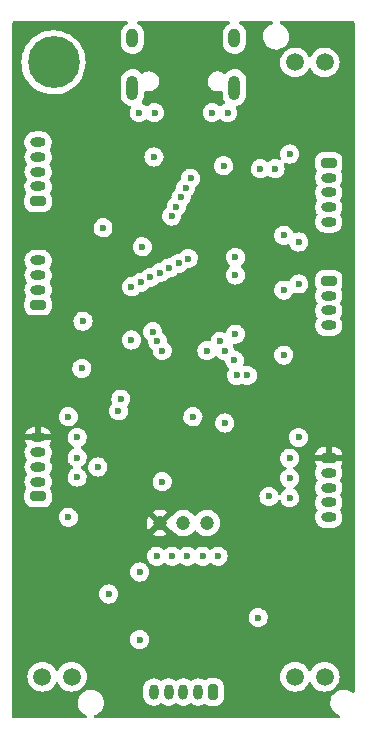
<source format=gbr>
%TF.GenerationSoftware,KiCad,Pcbnew,(6.0.9)*%
%TF.CreationDate,2022-12-02T14:17:00-08:00*%
%TF.ProjectId,controller,636f6e74-726f-46c6-9c65-722e6b696361,1*%
%TF.SameCoordinates,Original*%
%TF.FileFunction,Copper,L3,Inr*%
%TF.FilePolarity,Positive*%
%FSLAX46Y46*%
G04 Gerber Fmt 4.6, Leading zero omitted, Abs format (unit mm)*
G04 Created by KiCad (PCBNEW (6.0.9)) date 2022-12-02 14:17:00*
%MOMM*%
%LPD*%
G01*
G04 APERTURE LIST*
G04 Aperture macros list*
%AMRoundRect*
0 Rectangle with rounded corners*
0 $1 Rounding radius*
0 $2 $3 $4 $5 $6 $7 $8 $9 X,Y pos of 4 corners*
0 Add a 4 corners polygon primitive as box body*
4,1,4,$2,$3,$4,$5,$6,$7,$8,$9,$2,$3,0*
0 Add four circle primitives for the rounded corners*
1,1,$1+$1,$2,$3*
1,1,$1+$1,$4,$5*
1,1,$1+$1,$6,$7*
1,1,$1+$1,$8,$9*
0 Add four rect primitives between the rounded corners*
20,1,$1+$1,$2,$3,$4,$5,0*
20,1,$1+$1,$4,$5,$6,$7,0*
20,1,$1+$1,$6,$7,$8,$9,0*
20,1,$1+$1,$8,$9,$2,$3,0*%
G04 Aperture macros list end*
%TA.AperFunction,ComponentPad*%
%ADD10RoundRect,0.200000X-0.450000X0.200000X-0.450000X-0.200000X0.450000X-0.200000X0.450000X0.200000X0*%
%TD*%
%TA.AperFunction,ComponentPad*%
%ADD11O,1.300000X0.800000*%
%TD*%
%TA.AperFunction,ComponentPad*%
%ADD12RoundRect,0.200000X0.450000X-0.200000X0.450000X0.200000X-0.450000X0.200000X-0.450000X-0.200000X0*%
%TD*%
%TA.AperFunction,ComponentPad*%
%ADD13RoundRect,0.200000X0.200000X0.450000X-0.200000X0.450000X-0.200000X-0.450000X0.200000X-0.450000X0*%
%TD*%
%TA.AperFunction,ComponentPad*%
%ADD14O,0.800000X1.300000*%
%TD*%
%TA.AperFunction,ComponentPad*%
%ADD15O,1.000000X2.100000*%
%TD*%
%TA.AperFunction,ComponentPad*%
%ADD16O,1.000000X1.600000*%
%TD*%
%TA.AperFunction,ComponentPad*%
%ADD17C,1.200000*%
%TD*%
%TA.AperFunction,ComponentPad*%
%ADD18C,1.500000*%
%TD*%
%TA.AperFunction,ComponentPad*%
%ADD19C,4.400000*%
%TD*%
%TA.AperFunction,ViaPad*%
%ADD20C,0.600000*%
%TD*%
G04 APERTURE END LIST*
D10*
%TO.N,MOSI_R*%
%TO.C,J6*%
X137300000Y-92500000D03*
D11*
%TO.N,MISO_R*%
X137300000Y-93750000D03*
%TO.N,SCK_R*%
X137300000Y-95000000D03*
%TO.N,NSS_R*%
X137300000Y-96250000D03*
%TD*%
D12*
%TO.N,COL5*%
%TO.C,J7*%
X112700000Y-85750000D03*
D11*
%TO.N,COL4*%
X112700000Y-84500000D03*
%TO.N,COL3*%
X112700000Y-83250000D03*
%TO.N,COL2*%
X112700000Y-82000000D03*
%TO.N,COL1*%
X112700000Y-80750000D03*
%TD*%
D13*
%TO.N,LED1_OUT*%
%TO.C,J4*%
X127500000Y-127300000D03*
D14*
%TO.N,LED2_OUT*%
X126250000Y-127300000D03*
%TO.N,LED3_OUT*%
X125000000Y-127300000D03*
%TO.N,LED4_OUT*%
X123750000Y-127300000D03*
%TO.N,LED5_OUT*%
X122500000Y-127300000D03*
%TD*%
D15*
%TO.N,GND*%
%TO.C,J2*%
X129320000Y-76130000D03*
D16*
X120680000Y-71950000D03*
X129320000Y-71950000D03*
D15*
X120680000Y-76130000D03*
%TD*%
D17*
%TO.N,GND*%
%TO.C,SW1*%
X127000000Y-113000000D03*
%TO.N,Net-(R2-Pad1)*%
X125000000Y-113000000D03*
%TO.N,3V3*%
X123000000Y-113000000D03*
%TD*%
D18*
%TO.N,5V*%
%TO.C,J11*%
X134450000Y-126000000D03*
%TO.N,GND*%
X136950000Y-126000000D03*
%TD*%
D10*
%TO.N,ROW1*%
%TO.C,J8*%
X137300000Y-82500000D03*
D11*
%TO.N,ROW2*%
X137300000Y-83750000D03*
%TO.N,ROW3*%
X137300000Y-85000000D03*
%TO.N,ROW4*%
X137300000Y-86250000D03*
%TO.N,ROW5*%
X137300000Y-87500000D03*
%TD*%
D18*
%TO.N,GND*%
%TO.C,J1*%
X136950000Y-74000000D03*
%TO.N,5V*%
X134450000Y-74000000D03*
%TD*%
D12*
%TO.N,MOSI_L*%
%TO.C,J5*%
X112700000Y-94500000D03*
D11*
%TO.N,MISO_L*%
X112700000Y-93250000D03*
%TO.N,SCK_L*%
X112700000Y-92000000D03*
%TO.N,NSS_L*%
X112700000Y-90750000D03*
%TD*%
D10*
%TO.N,3V3*%
%TO.C,J10*%
X137300000Y-107500000D03*
D11*
%TO.N,ST_X*%
X137300000Y-108750000D03*
%TO.N,ST_Y*%
X137300000Y-110000000D03*
%TO.N,ST_P_IN*%
X137300000Y-111250000D03*
%TO.N,GND*%
X137300000Y-112500000D03*
%TD*%
D12*
%TO.N,GND*%
%TO.C,J9*%
X112700000Y-110750000D03*
D11*
%TO.N,TR3*%
X112700000Y-109500000D03*
%TO.N,TR2*%
X112700000Y-108250000D03*
%TO.N,TR1*%
X112700000Y-107000000D03*
%TO.N,3V3*%
X112700000Y-105750000D03*
%TD*%
D19*
%TO.N,N/C*%
%TO.C,H1*%
X114000000Y-74000000D03*
%TD*%
D18*
%TO.N,5V*%
%TO.C,J3*%
X113050000Y-126000000D03*
%TO.N,GND*%
X115550000Y-126000000D03*
%TD*%
D20*
%TO.N,5V*%
X127450000Y-78250000D03*
X122550000Y-78250000D03*
%TO.N,GND*%
X131500000Y-83000000D03*
X130400000Y-100500000D03*
X129500000Y-100500000D03*
X118675000Y-119000000D03*
X134750000Y-105750000D03*
X121513600Y-89611200D03*
X115250000Y-104000000D03*
X132250000Y-110750000D03*
X132750000Y-83000000D03*
X121250000Y-78250000D03*
X129400000Y-90500000D03*
X125800000Y-104000000D03*
X128500000Y-104525000D03*
X133500000Y-88625000D03*
X127000000Y-98400000D03*
X133500000Y-93275000D03*
X122500000Y-82000000D03*
X131325000Y-121000000D03*
X134000000Y-81750000D03*
X117750000Y-108250000D03*
X121300000Y-122862500D03*
X118200000Y-88000000D03*
X119700000Y-102500000D03*
X133500000Y-98775000D03*
X128750000Y-78250000D03*
X119500000Y-103500000D03*
X115250000Y-112500000D03*
X116400000Y-99900000D03*
X129400000Y-97000000D03*
X116500000Y-95900000D03*
X134750000Y-92750000D03*
X128400000Y-82750000D03*
X120600000Y-97500000D03*
%TO.N,3V3*%
X116500000Y-97000000D03*
X133000000Y-79000000D03*
X120200000Y-88000000D03*
X120675000Y-119000000D03*
X133500000Y-96900000D03*
X121275000Y-102500000D03*
X134000000Y-78250000D03*
X122250000Y-101500000D03*
X119200000Y-88000000D03*
X131400000Y-103000000D03*
X118200000Y-99000000D03*
X135000000Y-80100000D03*
X135000000Y-79000000D03*
X133400000Y-89700000D03*
X133500000Y-97750000D03*
X118200000Y-100750000D03*
X133400000Y-90700000D03*
X130200000Y-104000000D03*
X131100000Y-103800000D03*
X119675000Y-119000000D03*
X116500000Y-98000000D03*
%TO.N,ST_X*%
X129300000Y-99200000D03*
X134000000Y-107500000D03*
%TO.N,ST_Y*%
X134000000Y-109200000D03*
X128500000Y-98400000D03*
%TO.N,TR1*%
X122400000Y-96800000D03*
X116000000Y-105750000D03*
%TO.N,TR2*%
X122800000Y-97600000D03*
X116000000Y-107450000D03*
%TO.N,TR3*%
X123200000Y-98400000D03*
X116000000Y-109100000D03*
%TO.N,COL1*%
X125600000Y-83800000D03*
%TO.N,COL2*%
X125200000Y-84600000D03*
%TO.N,COL3*%
X124800000Y-85400000D03*
%TO.N,COL4*%
X124400000Y-86200000D03*
%TO.N,COL5*%
X124000000Y-87000000D03*
%TO.N,BOOT0*%
X124600000Y-91000000D03*
X123200000Y-109500000D03*
%TO.N,BOOT1*%
X134750000Y-89200000D03*
X129400000Y-92000000D03*
%TO.N,ST_P*%
X128100000Y-97600000D03*
X134000000Y-110850000D03*
%TO.N,LED_OE*%
X121300000Y-117137500D03*
X120600000Y-93000000D03*
%TO.N,LED1*%
X125400000Y-90600000D03*
X127925000Y-115800000D03*
%TO.N,LED2*%
X126625000Y-115800000D03*
X123800000Y-91400000D03*
%TO.N,LED3*%
X123000000Y-91800000D03*
X125325000Y-115800000D03*
%TO.N,LED4*%
X122200000Y-92200000D03*
X124025000Y-115800000D03*
%TO.N,LED5*%
X121400000Y-92600000D03*
X122725000Y-115800000D03*
%TD*%
%TA.AperFunction,Conductor*%
%TO.N,3V3*%
G36*
X120241739Y-70528502D02*
G01*
X120288232Y-70582158D01*
X120298336Y-70652432D01*
X120268842Y-70717012D01*
X120231994Y-70746161D01*
X120130575Y-70799182D01*
X120130568Y-70799187D01*
X120125110Y-70802040D01*
X119970975Y-70925968D01*
X119843846Y-71077474D01*
X119840879Y-71082872D01*
X119840875Y-71082877D01*
X119766411Y-71218329D01*
X119748567Y-71250787D01*
X119746706Y-71256654D01*
X119746705Y-71256656D01*
X119699138Y-71406606D01*
X119688765Y-71439306D01*
X119671500Y-71593227D01*
X119671500Y-72299769D01*
X119671800Y-72302825D01*
X119671800Y-72302832D01*
X119672530Y-72310273D01*
X119685920Y-72446833D01*
X119687702Y-72452734D01*
X119687702Y-72452736D01*
X119691877Y-72466564D01*
X119743084Y-72636169D01*
X119835934Y-72810796D01*
X119875055Y-72858763D01*
X119957040Y-72959287D01*
X119957043Y-72959290D01*
X119960935Y-72964062D01*
X119965682Y-72967989D01*
X119965684Y-72967991D01*
X120108575Y-73086201D01*
X120108579Y-73086203D01*
X120113325Y-73090130D01*
X120287299Y-73184198D01*
X120476232Y-73242682D01*
X120482357Y-73243326D01*
X120482358Y-73243326D01*
X120666796Y-73262711D01*
X120666798Y-73262711D01*
X120672925Y-73263355D01*
X120755424Y-73255847D01*
X120863749Y-73245989D01*
X120863752Y-73245988D01*
X120869888Y-73245430D01*
X120875794Y-73243692D01*
X120875798Y-73243691D01*
X120980924Y-73212751D01*
X121059619Y-73189590D01*
X121065077Y-73186737D01*
X121065081Y-73186735D01*
X121155853Y-73139280D01*
X121234890Y-73097960D01*
X121389025Y-72974032D01*
X121516154Y-72822526D01*
X121519121Y-72817128D01*
X121519125Y-72817123D01*
X121608467Y-72654608D01*
X121611433Y-72649213D01*
X121613846Y-72641608D01*
X121669373Y-72466564D01*
X121669373Y-72466563D01*
X121671235Y-72460694D01*
X121688500Y-72306773D01*
X121688500Y-71600231D01*
X121687814Y-71593227D01*
X121674681Y-71459301D01*
X121674080Y-71453167D01*
X121616916Y-71263831D01*
X121524066Y-71089204D01*
X121453709Y-71002938D01*
X121402960Y-70940713D01*
X121402957Y-70940710D01*
X121399065Y-70935938D01*
X121392724Y-70930692D01*
X121251425Y-70813799D01*
X121251421Y-70813797D01*
X121246675Y-70809870D01*
X121241250Y-70806937D01*
X121241246Y-70806934D01*
X121127323Y-70745335D01*
X121076914Y-70695341D01*
X121061537Y-70626029D01*
X121086073Y-70559407D01*
X121142733Y-70516627D01*
X121187252Y-70508500D01*
X128813618Y-70508500D01*
X128881739Y-70528502D01*
X128928232Y-70582158D01*
X128938336Y-70652432D01*
X128908842Y-70717012D01*
X128871994Y-70746161D01*
X128770575Y-70799182D01*
X128770568Y-70799187D01*
X128765110Y-70802040D01*
X128610975Y-70925968D01*
X128483846Y-71077474D01*
X128480879Y-71082872D01*
X128480875Y-71082877D01*
X128406411Y-71218329D01*
X128388567Y-71250787D01*
X128386706Y-71256654D01*
X128386705Y-71256656D01*
X128339138Y-71406606D01*
X128328765Y-71439306D01*
X128311500Y-71593227D01*
X128311500Y-72299769D01*
X128311800Y-72302825D01*
X128311800Y-72302832D01*
X128312530Y-72310273D01*
X128325920Y-72446833D01*
X128327702Y-72452734D01*
X128327702Y-72452736D01*
X128331877Y-72466564D01*
X128383084Y-72636169D01*
X128475934Y-72810796D01*
X128515055Y-72858763D01*
X128597040Y-72959287D01*
X128597043Y-72959290D01*
X128600935Y-72964062D01*
X128605682Y-72967989D01*
X128605684Y-72967991D01*
X128748575Y-73086201D01*
X128748579Y-73086203D01*
X128753325Y-73090130D01*
X128927299Y-73184198D01*
X129116232Y-73242682D01*
X129122357Y-73243326D01*
X129122358Y-73243326D01*
X129306796Y-73262711D01*
X129306798Y-73262711D01*
X129312925Y-73263355D01*
X129395424Y-73255847D01*
X129503749Y-73245989D01*
X129503752Y-73245988D01*
X129509888Y-73245430D01*
X129515794Y-73243692D01*
X129515798Y-73243691D01*
X129620924Y-73212751D01*
X129699619Y-73189590D01*
X129705077Y-73186737D01*
X129705081Y-73186735D01*
X129795853Y-73139280D01*
X129874890Y-73097960D01*
X130029025Y-72974032D01*
X130156154Y-72822526D01*
X130159121Y-72817128D01*
X130159125Y-72817123D01*
X130248467Y-72654608D01*
X130251433Y-72649213D01*
X130253846Y-72641608D01*
X130309373Y-72466564D01*
X130309373Y-72466563D01*
X130311235Y-72460694D01*
X130328500Y-72306773D01*
X130328500Y-71600231D01*
X130327814Y-71593227D01*
X130314681Y-71459301D01*
X130314080Y-71453167D01*
X130256916Y-71263831D01*
X130164066Y-71089204D01*
X130093709Y-71002938D01*
X130042960Y-70940713D01*
X130042957Y-70940710D01*
X130039065Y-70935938D01*
X130032724Y-70930692D01*
X129891425Y-70813799D01*
X129891421Y-70813797D01*
X129886675Y-70809870D01*
X129881250Y-70806937D01*
X129881246Y-70806934D01*
X129767323Y-70745335D01*
X129716914Y-70695341D01*
X129701537Y-70626029D01*
X129726073Y-70559407D01*
X129782733Y-70516627D01*
X129827252Y-70508500D01*
X132442286Y-70508500D01*
X132510407Y-70528502D01*
X132556900Y-70582158D01*
X132567004Y-70652432D01*
X132537510Y-70717012D01*
X132485897Y-70752712D01*
X132370734Y-70795198D01*
X132365773Y-70798150D01*
X132365772Y-70798150D01*
X132339469Y-70813799D01*
X132195649Y-70899363D01*
X132042478Y-71033690D01*
X132038911Y-71038215D01*
X132038906Y-71038220D01*
X131952331Y-71148040D01*
X131916351Y-71193681D01*
X131821492Y-71373978D01*
X131761078Y-71568543D01*
X131737132Y-71770859D01*
X131739042Y-71800000D01*
X131750457Y-71974151D01*
X131800605Y-72171610D01*
X131885898Y-72356624D01*
X132003479Y-72522997D01*
X132007613Y-72527024D01*
X132113597Y-72630269D01*
X132149410Y-72665157D01*
X132154206Y-72668362D01*
X132154209Y-72668364D01*
X132227684Y-72717458D01*
X132318803Y-72778342D01*
X132324106Y-72780620D01*
X132324109Y-72780622D01*
X132500680Y-72856483D01*
X132505987Y-72858763D01*
X132578817Y-72875243D01*
X132699055Y-72902450D01*
X132699060Y-72902451D01*
X132704692Y-72903725D01*
X132710463Y-72903952D01*
X132710465Y-72903952D01*
X132773470Y-72906427D01*
X132908263Y-72911723D01*
X133109883Y-72882490D01*
X133115347Y-72880635D01*
X133115352Y-72880634D01*
X133297327Y-72818862D01*
X133297332Y-72818860D01*
X133302799Y-72817004D01*
X133313885Y-72810796D01*
X133377567Y-72775132D01*
X133480551Y-72717458D01*
X133637186Y-72587186D01*
X133767458Y-72430551D01*
X133867004Y-72252799D01*
X133868860Y-72247332D01*
X133868862Y-72247327D01*
X133930634Y-72065352D01*
X133930635Y-72065347D01*
X133932490Y-72059883D01*
X133961723Y-71858263D01*
X133963249Y-71800000D01*
X133945232Y-71603914D01*
X133945137Y-71602880D01*
X133945136Y-71602877D01*
X133944608Y-71597126D01*
X133942521Y-71589727D01*
X133890875Y-71406606D01*
X133890874Y-71406604D01*
X133889307Y-71401047D01*
X133878680Y-71379496D01*
X133801756Y-71223510D01*
X133799201Y-71218329D01*
X133780796Y-71193681D01*
X133680758Y-71059715D01*
X133680758Y-71059714D01*
X133677305Y-71055091D01*
X133553572Y-70940713D01*
X133531943Y-70920719D01*
X133531940Y-70920717D01*
X133527703Y-70916800D01*
X133481675Y-70887759D01*
X133360288Y-70811169D01*
X133360283Y-70811167D01*
X133355404Y-70808088D01*
X133318087Y-70793200D01*
X133213641Y-70751530D01*
X133157781Y-70707709D01*
X133134481Y-70640645D01*
X133151137Y-70571630D01*
X133202461Y-70522575D01*
X133260331Y-70508500D01*
X139365500Y-70508500D01*
X139433621Y-70528502D01*
X139480114Y-70582158D01*
X139491500Y-70634500D01*
X139491500Y-127272591D01*
X139471498Y-127340712D01*
X139417842Y-127387205D01*
X139347568Y-127397309D01*
X139279971Y-127365116D01*
X139231943Y-127320719D01*
X139231940Y-127320717D01*
X139227703Y-127316800D01*
X139157636Y-127272591D01*
X139060288Y-127211169D01*
X139060283Y-127211167D01*
X139055404Y-127208088D01*
X138866180Y-127132595D01*
X138666366Y-127092849D01*
X138660592Y-127092773D01*
X138660588Y-127092773D01*
X138557452Y-127091424D01*
X138462655Y-127090183D01*
X138456958Y-127091162D01*
X138456957Y-127091162D01*
X138267567Y-127123705D01*
X138261870Y-127124684D01*
X138070734Y-127195198D01*
X138065773Y-127198150D01*
X138065772Y-127198150D01*
X137940649Y-127272591D01*
X137895649Y-127299363D01*
X137742478Y-127433690D01*
X137738911Y-127438215D01*
X137738906Y-127438220D01*
X137652331Y-127548040D01*
X137616351Y-127593681D01*
X137521492Y-127773978D01*
X137461078Y-127968543D01*
X137437132Y-128170859D01*
X137439042Y-128200000D01*
X137450457Y-128374151D01*
X137500605Y-128571610D01*
X137585898Y-128756624D01*
X137703479Y-128922997D01*
X137707613Y-128927024D01*
X137813984Y-129030646D01*
X137849410Y-129065157D01*
X137854206Y-129068362D01*
X137854209Y-129068364D01*
X137992264Y-129160609D01*
X138018803Y-129178342D01*
X138024106Y-129180620D01*
X138024109Y-129180622D01*
X138184967Y-129249732D01*
X138239660Y-129295000D01*
X138261197Y-129362652D01*
X138242740Y-129431207D01*
X138190149Y-129478901D01*
X138135229Y-129491500D01*
X117557329Y-129491500D01*
X117489208Y-129471498D01*
X117442715Y-129417842D01*
X117432611Y-129347568D01*
X117462105Y-129282988D01*
X117516828Y-129246187D01*
X117597327Y-129218862D01*
X117597332Y-129218860D01*
X117602799Y-129217004D01*
X117780551Y-129117458D01*
X117937186Y-128987186D01*
X118067458Y-128830551D01*
X118167004Y-128652799D01*
X118168860Y-128647332D01*
X118168862Y-128647327D01*
X118230634Y-128465352D01*
X118230635Y-128465347D01*
X118232490Y-128459883D01*
X118261723Y-128258263D01*
X118263249Y-128200000D01*
X118244608Y-127997126D01*
X118221522Y-127915271D01*
X118190875Y-127806606D01*
X118190874Y-127806604D01*
X118189307Y-127801047D01*
X118178680Y-127779496D01*
X118101756Y-127623510D01*
X118099201Y-127618329D01*
X118083730Y-127597610D01*
X121591500Y-127597610D01*
X121606458Y-127739928D01*
X121665473Y-127921556D01*
X121760960Y-128086944D01*
X121765378Y-128091851D01*
X121765379Y-128091852D01*
X121859429Y-128196305D01*
X121888747Y-128228866D01*
X121934265Y-128261937D01*
X122008093Y-128315576D01*
X122043248Y-128341118D01*
X122049276Y-128343802D01*
X122049278Y-128343803D01*
X122181663Y-128402744D01*
X122217712Y-128418794D01*
X122311113Y-128438647D01*
X122398056Y-128457128D01*
X122398061Y-128457128D01*
X122404513Y-128458500D01*
X122595487Y-128458500D01*
X122601939Y-128457128D01*
X122601944Y-128457128D01*
X122688887Y-128438647D01*
X122782288Y-128418794D01*
X122818337Y-128402744D01*
X122950722Y-128343803D01*
X122950724Y-128343802D01*
X122956752Y-128341118D01*
X122991908Y-128315576D01*
X123050939Y-128272687D01*
X123117807Y-128248828D01*
X123186958Y-128264909D01*
X123199061Y-128272687D01*
X123258093Y-128315576D01*
X123293248Y-128341118D01*
X123299276Y-128343802D01*
X123299278Y-128343803D01*
X123431663Y-128402744D01*
X123467712Y-128418794D01*
X123561113Y-128438647D01*
X123648056Y-128457128D01*
X123648061Y-128457128D01*
X123654513Y-128458500D01*
X123845487Y-128458500D01*
X123851939Y-128457128D01*
X123851944Y-128457128D01*
X123938887Y-128438647D01*
X124032288Y-128418794D01*
X124068337Y-128402744D01*
X124200722Y-128343803D01*
X124200724Y-128343802D01*
X124206752Y-128341118D01*
X124241908Y-128315576D01*
X124300939Y-128272687D01*
X124367807Y-128248828D01*
X124436958Y-128264909D01*
X124449061Y-128272687D01*
X124508093Y-128315576D01*
X124543248Y-128341118D01*
X124549276Y-128343802D01*
X124549278Y-128343803D01*
X124681663Y-128402744D01*
X124717712Y-128418794D01*
X124811113Y-128438647D01*
X124898056Y-128457128D01*
X124898061Y-128457128D01*
X124904513Y-128458500D01*
X125095487Y-128458500D01*
X125101939Y-128457128D01*
X125101944Y-128457128D01*
X125188887Y-128438647D01*
X125282288Y-128418794D01*
X125318337Y-128402744D01*
X125450722Y-128343803D01*
X125450724Y-128343802D01*
X125456752Y-128341118D01*
X125491908Y-128315576D01*
X125550939Y-128272687D01*
X125617807Y-128248828D01*
X125686958Y-128264909D01*
X125699061Y-128272687D01*
X125758093Y-128315576D01*
X125793248Y-128341118D01*
X125799276Y-128343802D01*
X125799278Y-128343803D01*
X125931663Y-128402744D01*
X125967712Y-128418794D01*
X126061113Y-128438647D01*
X126148056Y-128457128D01*
X126148061Y-128457128D01*
X126154513Y-128458500D01*
X126345487Y-128458500D01*
X126351939Y-128457128D01*
X126351944Y-128457128D01*
X126438887Y-128438647D01*
X126532288Y-128418794D01*
X126568337Y-128402744D01*
X126700722Y-128343803D01*
X126700724Y-128343802D01*
X126706752Y-128341118D01*
X126730650Y-128323755D01*
X126797518Y-128299897D01*
X126869982Y-128317915D01*
X127006301Y-128400472D01*
X127013548Y-128402743D01*
X127013550Y-128402744D01*
X127056198Y-128416109D01*
X127169938Y-128451753D01*
X127243365Y-128458500D01*
X127246263Y-128458500D01*
X127500665Y-128458499D01*
X127756634Y-128458499D01*
X127759492Y-128458236D01*
X127759501Y-128458236D01*
X127795004Y-128454974D01*
X127830062Y-128451753D01*
X127943802Y-128416109D01*
X127986450Y-128402744D01*
X127986452Y-128402743D01*
X127993699Y-128400472D01*
X128140381Y-128311639D01*
X128261639Y-128190381D01*
X128350472Y-128043699D01*
X128401753Y-127880062D01*
X128408500Y-127806635D01*
X128408499Y-126793366D01*
X128401753Y-126719938D01*
X128390719Y-126684729D01*
X128352744Y-126563550D01*
X128352743Y-126563548D01*
X128350472Y-126556301D01*
X128261639Y-126409619D01*
X128140381Y-126288361D01*
X127993699Y-126199528D01*
X127986452Y-126197257D01*
X127986450Y-126197256D01*
X127920164Y-126176483D01*
X127830062Y-126148247D01*
X127756635Y-126141500D01*
X127753737Y-126141500D01*
X127499335Y-126141501D01*
X127243366Y-126141501D01*
X127240508Y-126141764D01*
X127240499Y-126141764D01*
X127204996Y-126145026D01*
X127169938Y-126148247D01*
X127163560Y-126150246D01*
X127163559Y-126150246D01*
X127013550Y-126197256D01*
X127013548Y-126197257D01*
X127006301Y-126199528D01*
X126982580Y-126213894D01*
X126869982Y-126282085D01*
X126801352Y-126300264D01*
X126730650Y-126276245D01*
X126712094Y-126262763D01*
X126712092Y-126262762D01*
X126706752Y-126258882D01*
X126700724Y-126256198D01*
X126700722Y-126256197D01*
X126538319Y-126183891D01*
X126538318Y-126183891D01*
X126532288Y-126181206D01*
X126438887Y-126161353D01*
X126351944Y-126142872D01*
X126351939Y-126142872D01*
X126345487Y-126141500D01*
X126154513Y-126141500D01*
X126148061Y-126142872D01*
X126148056Y-126142872D01*
X126061113Y-126161353D01*
X125967712Y-126181206D01*
X125961682Y-126183891D01*
X125961681Y-126183891D01*
X125799278Y-126256197D01*
X125799276Y-126256198D01*
X125793248Y-126258882D01*
X125787907Y-126262762D01*
X125787906Y-126262763D01*
X125699061Y-126327313D01*
X125632193Y-126351172D01*
X125563042Y-126335091D01*
X125550939Y-126327313D01*
X125462094Y-126262763D01*
X125462093Y-126262762D01*
X125456752Y-126258882D01*
X125450724Y-126256198D01*
X125450722Y-126256197D01*
X125288319Y-126183891D01*
X125288318Y-126183891D01*
X125282288Y-126181206D01*
X125188887Y-126161353D01*
X125101944Y-126142872D01*
X125101939Y-126142872D01*
X125095487Y-126141500D01*
X124904513Y-126141500D01*
X124898061Y-126142872D01*
X124898056Y-126142872D01*
X124811113Y-126161353D01*
X124717712Y-126181206D01*
X124711682Y-126183891D01*
X124711681Y-126183891D01*
X124549278Y-126256197D01*
X124549276Y-126256198D01*
X124543248Y-126258882D01*
X124537907Y-126262762D01*
X124537906Y-126262763D01*
X124449061Y-126327313D01*
X124382193Y-126351172D01*
X124313042Y-126335091D01*
X124300939Y-126327313D01*
X124212094Y-126262763D01*
X124212093Y-126262762D01*
X124206752Y-126258882D01*
X124200724Y-126256198D01*
X124200722Y-126256197D01*
X124038319Y-126183891D01*
X124038318Y-126183891D01*
X124032288Y-126181206D01*
X123938887Y-126161353D01*
X123851944Y-126142872D01*
X123851939Y-126142872D01*
X123845487Y-126141500D01*
X123654513Y-126141500D01*
X123648061Y-126142872D01*
X123648056Y-126142872D01*
X123561113Y-126161353D01*
X123467712Y-126181206D01*
X123461682Y-126183891D01*
X123461681Y-126183891D01*
X123299278Y-126256197D01*
X123299276Y-126256198D01*
X123293248Y-126258882D01*
X123287907Y-126262762D01*
X123287906Y-126262763D01*
X123199061Y-126327313D01*
X123132193Y-126351172D01*
X123063042Y-126335091D01*
X123050939Y-126327313D01*
X122962094Y-126262763D01*
X122962093Y-126262762D01*
X122956752Y-126258882D01*
X122950724Y-126256198D01*
X122950722Y-126256197D01*
X122788319Y-126183891D01*
X122788318Y-126183891D01*
X122782288Y-126181206D01*
X122688887Y-126161353D01*
X122601944Y-126142872D01*
X122601939Y-126142872D01*
X122595487Y-126141500D01*
X122404513Y-126141500D01*
X122398061Y-126142872D01*
X122398056Y-126142872D01*
X122311113Y-126161353D01*
X122217712Y-126181206D01*
X122211682Y-126183891D01*
X122211681Y-126183891D01*
X122049278Y-126256197D01*
X122049276Y-126256198D01*
X122043248Y-126258882D01*
X122037907Y-126262762D01*
X122037906Y-126262763D01*
X122002674Y-126288361D01*
X121888747Y-126371134D01*
X121884326Y-126376044D01*
X121884325Y-126376045D01*
X121781794Y-126489918D01*
X121760960Y-126513056D01*
X121665473Y-126678444D01*
X121606458Y-126860072D01*
X121591500Y-127002390D01*
X121591500Y-127597610D01*
X118083730Y-127597610D01*
X118080796Y-127593681D01*
X117980758Y-127459715D01*
X117980758Y-127459714D01*
X117977305Y-127455091D01*
X117827703Y-127316800D01*
X117757636Y-127272591D01*
X117660288Y-127211169D01*
X117660283Y-127211167D01*
X117655404Y-127208088D01*
X117466180Y-127132595D01*
X117266366Y-127092849D01*
X117260592Y-127092773D01*
X117260588Y-127092773D01*
X117157452Y-127091424D01*
X117062655Y-127090183D01*
X117056958Y-127091162D01*
X117056957Y-127091162D01*
X116867567Y-127123705D01*
X116861870Y-127124684D01*
X116670734Y-127195198D01*
X116665773Y-127198150D01*
X116665772Y-127198150D01*
X116540649Y-127272591D01*
X116495649Y-127299363D01*
X116342478Y-127433690D01*
X116338911Y-127438215D01*
X116338906Y-127438220D01*
X116252331Y-127548040D01*
X116216351Y-127593681D01*
X116121492Y-127773978D01*
X116061078Y-127968543D01*
X116037132Y-128170859D01*
X116039042Y-128200000D01*
X116050457Y-128374151D01*
X116100605Y-128571610D01*
X116185898Y-128756624D01*
X116303479Y-128922997D01*
X116307613Y-128927024D01*
X116413984Y-129030646D01*
X116449410Y-129065157D01*
X116454206Y-129068362D01*
X116454209Y-129068364D01*
X116592264Y-129160609D01*
X116618803Y-129178342D01*
X116624106Y-129180620D01*
X116624109Y-129180622D01*
X116784967Y-129249732D01*
X116839660Y-129295000D01*
X116861197Y-129362652D01*
X116842740Y-129431207D01*
X116790149Y-129478901D01*
X116735229Y-129491500D01*
X110634500Y-129491500D01*
X110566379Y-129471498D01*
X110519886Y-129417842D01*
X110508500Y-129365500D01*
X110508500Y-126000000D01*
X111786693Y-126000000D01*
X111805885Y-126219371D01*
X111862880Y-126432076D01*
X111903308Y-126518774D01*
X111953618Y-126626666D01*
X111953621Y-126626671D01*
X111955944Y-126631653D01*
X111959100Y-126636160D01*
X111959101Y-126636162D01*
X112069177Y-126793366D01*
X112082251Y-126812038D01*
X112237962Y-126967749D01*
X112418346Y-127094056D01*
X112617924Y-127187120D01*
X112830629Y-127244115D01*
X113050000Y-127263307D01*
X113269371Y-127244115D01*
X113482076Y-127187120D01*
X113681654Y-127094056D01*
X113862038Y-126967749D01*
X114017749Y-126812038D01*
X114030824Y-126793366D01*
X114140899Y-126636162D01*
X114140900Y-126636160D01*
X114144056Y-126631653D01*
X114146379Y-126626671D01*
X114146382Y-126626666D01*
X114185805Y-126542122D01*
X114232722Y-126488837D01*
X114301000Y-126469376D01*
X114368960Y-126489918D01*
X114414195Y-126542122D01*
X114453618Y-126626666D01*
X114453621Y-126626671D01*
X114455944Y-126631653D01*
X114459100Y-126636160D01*
X114459101Y-126636162D01*
X114569177Y-126793366D01*
X114582251Y-126812038D01*
X114737962Y-126967749D01*
X114918346Y-127094056D01*
X115117924Y-127187120D01*
X115330629Y-127244115D01*
X115550000Y-127263307D01*
X115769371Y-127244115D01*
X115982076Y-127187120D01*
X116181654Y-127094056D01*
X116362038Y-126967749D01*
X116517749Y-126812038D01*
X116530824Y-126793366D01*
X116640899Y-126636162D01*
X116640900Y-126636160D01*
X116644056Y-126631653D01*
X116646379Y-126626671D01*
X116646382Y-126626666D01*
X116696692Y-126518774D01*
X116737120Y-126432076D01*
X116794115Y-126219371D01*
X116813307Y-126000000D01*
X133186693Y-126000000D01*
X133205885Y-126219371D01*
X133262880Y-126432076D01*
X133303308Y-126518774D01*
X133353618Y-126626666D01*
X133353621Y-126626671D01*
X133355944Y-126631653D01*
X133359100Y-126636160D01*
X133359101Y-126636162D01*
X133469177Y-126793366D01*
X133482251Y-126812038D01*
X133637962Y-126967749D01*
X133818346Y-127094056D01*
X134017924Y-127187120D01*
X134230629Y-127244115D01*
X134450000Y-127263307D01*
X134669371Y-127244115D01*
X134882076Y-127187120D01*
X135081654Y-127094056D01*
X135262038Y-126967749D01*
X135417749Y-126812038D01*
X135430824Y-126793366D01*
X135540899Y-126636162D01*
X135540900Y-126636160D01*
X135544056Y-126631653D01*
X135546379Y-126626671D01*
X135546382Y-126626666D01*
X135585805Y-126542122D01*
X135632722Y-126488837D01*
X135701000Y-126469376D01*
X135768960Y-126489918D01*
X135814195Y-126542122D01*
X135853618Y-126626666D01*
X135853621Y-126626671D01*
X135855944Y-126631653D01*
X135859100Y-126636160D01*
X135859101Y-126636162D01*
X135969177Y-126793366D01*
X135982251Y-126812038D01*
X136137962Y-126967749D01*
X136318346Y-127094056D01*
X136517924Y-127187120D01*
X136730629Y-127244115D01*
X136950000Y-127263307D01*
X137169371Y-127244115D01*
X137382076Y-127187120D01*
X137581654Y-127094056D01*
X137762038Y-126967749D01*
X137917749Y-126812038D01*
X137930824Y-126793366D01*
X138040899Y-126636162D01*
X138040900Y-126636160D01*
X138044056Y-126631653D01*
X138046379Y-126626671D01*
X138046382Y-126626666D01*
X138096692Y-126518774D01*
X138137120Y-126432076D01*
X138194115Y-126219371D01*
X138213307Y-126000000D01*
X138194115Y-125780629D01*
X138137120Y-125567924D01*
X138085805Y-125457878D01*
X138046382Y-125373334D01*
X138046379Y-125373329D01*
X138044056Y-125368347D01*
X137917749Y-125187962D01*
X137762038Y-125032251D01*
X137581654Y-124905944D01*
X137382076Y-124812880D01*
X137169371Y-124755885D01*
X136950000Y-124736693D01*
X136730629Y-124755885D01*
X136517924Y-124812880D01*
X136424562Y-124856415D01*
X136323334Y-124903618D01*
X136323329Y-124903621D01*
X136318347Y-124905944D01*
X136313840Y-124909100D01*
X136313838Y-124909101D01*
X136142473Y-125029092D01*
X136142470Y-125029094D01*
X136137962Y-125032251D01*
X135982251Y-125187962D01*
X135855944Y-125368347D01*
X135853621Y-125373329D01*
X135853618Y-125373334D01*
X135814195Y-125457878D01*
X135767278Y-125511163D01*
X135699000Y-125530624D01*
X135631040Y-125510082D01*
X135585805Y-125457878D01*
X135546382Y-125373334D01*
X135546379Y-125373329D01*
X135544056Y-125368347D01*
X135417749Y-125187962D01*
X135262038Y-125032251D01*
X135081654Y-124905944D01*
X134882076Y-124812880D01*
X134669371Y-124755885D01*
X134450000Y-124736693D01*
X134230629Y-124755885D01*
X134017924Y-124812880D01*
X133924562Y-124856415D01*
X133823334Y-124903618D01*
X133823329Y-124903621D01*
X133818347Y-124905944D01*
X133813840Y-124909100D01*
X133813838Y-124909101D01*
X133642473Y-125029092D01*
X133642470Y-125029094D01*
X133637962Y-125032251D01*
X133482251Y-125187962D01*
X133355944Y-125368347D01*
X133353621Y-125373329D01*
X133353618Y-125373334D01*
X133314195Y-125457878D01*
X133262880Y-125567924D01*
X133205885Y-125780629D01*
X133186693Y-126000000D01*
X116813307Y-126000000D01*
X116794115Y-125780629D01*
X116737120Y-125567924D01*
X116685805Y-125457878D01*
X116646382Y-125373334D01*
X116646379Y-125373329D01*
X116644056Y-125368347D01*
X116517749Y-125187962D01*
X116362038Y-125032251D01*
X116181654Y-124905944D01*
X115982076Y-124812880D01*
X115769371Y-124755885D01*
X115550000Y-124736693D01*
X115330629Y-124755885D01*
X115117924Y-124812880D01*
X115024562Y-124856415D01*
X114923334Y-124903618D01*
X114923329Y-124903621D01*
X114918347Y-124905944D01*
X114913840Y-124909100D01*
X114913838Y-124909101D01*
X114742473Y-125029092D01*
X114742470Y-125029094D01*
X114737962Y-125032251D01*
X114582251Y-125187962D01*
X114455944Y-125368347D01*
X114453621Y-125373329D01*
X114453618Y-125373334D01*
X114414195Y-125457878D01*
X114367278Y-125511163D01*
X114299000Y-125530624D01*
X114231040Y-125510082D01*
X114185805Y-125457878D01*
X114146382Y-125373334D01*
X114146379Y-125373329D01*
X114144056Y-125368347D01*
X114017749Y-125187962D01*
X113862038Y-125032251D01*
X113681654Y-124905944D01*
X113482076Y-124812880D01*
X113269371Y-124755885D01*
X113050000Y-124736693D01*
X112830629Y-124755885D01*
X112617924Y-124812880D01*
X112524562Y-124856415D01*
X112423334Y-124903618D01*
X112423329Y-124903621D01*
X112418347Y-124905944D01*
X112413840Y-124909100D01*
X112413838Y-124909101D01*
X112242473Y-125029092D01*
X112242470Y-125029094D01*
X112237962Y-125032251D01*
X112082251Y-125187962D01*
X111955944Y-125368347D01*
X111953621Y-125373329D01*
X111953618Y-125373334D01*
X111914195Y-125457878D01*
X111862880Y-125567924D01*
X111805885Y-125780629D01*
X111786693Y-126000000D01*
X110508500Y-126000000D01*
X110508500Y-122851140D01*
X120486463Y-122851140D01*
X120504163Y-123031660D01*
X120561418Y-123203773D01*
X120565065Y-123209795D01*
X120565066Y-123209797D01*
X120575978Y-123227814D01*
X120655380Y-123358924D01*
X120781382Y-123489402D01*
X120933159Y-123588722D01*
X120939763Y-123591178D01*
X120939765Y-123591179D01*
X121096558Y-123649490D01*
X121096560Y-123649490D01*
X121103168Y-123651948D01*
X121186995Y-123663133D01*
X121275980Y-123675007D01*
X121275984Y-123675007D01*
X121282961Y-123675938D01*
X121289972Y-123675300D01*
X121289976Y-123675300D01*
X121432459Y-123662332D01*
X121463600Y-123659498D01*
X121470302Y-123657320D01*
X121470304Y-123657320D01*
X121629409Y-123605624D01*
X121629412Y-123605623D01*
X121636108Y-123603447D01*
X121791912Y-123510569D01*
X121923266Y-123385482D01*
X122023643Y-123234402D01*
X122088055Y-123064838D01*
X122089035Y-123057866D01*
X122112748Y-122889139D01*
X122112748Y-122889136D01*
X122113299Y-122885217D01*
X122113616Y-122862500D01*
X122093397Y-122682245D01*
X122091080Y-122675591D01*
X122036064Y-122517606D01*
X122036062Y-122517603D01*
X122033745Y-122510948D01*
X121937626Y-122357124D01*
X121923941Y-122343343D01*
X121814778Y-122233415D01*
X121814774Y-122233412D01*
X121809815Y-122228418D01*
X121798697Y-122221362D01*
X121750538Y-122190800D01*
X121656666Y-122131227D01*
X121627463Y-122120828D01*
X121492425Y-122072743D01*
X121492420Y-122072742D01*
X121485790Y-122070381D01*
X121478802Y-122069548D01*
X121478799Y-122069547D01*
X121355698Y-122054868D01*
X121305680Y-122048904D01*
X121298677Y-122049640D01*
X121298676Y-122049640D01*
X121132288Y-122067128D01*
X121132286Y-122067129D01*
X121125288Y-122067864D01*
X120953579Y-122126318D01*
X120947575Y-122130012D01*
X120805095Y-122217666D01*
X120805092Y-122217668D01*
X120799088Y-122221362D01*
X120794053Y-122226293D01*
X120794050Y-122226295D01*
X120674525Y-122343343D01*
X120669493Y-122348271D01*
X120571235Y-122500738D01*
X120568826Y-122507358D01*
X120568824Y-122507361D01*
X120511606Y-122664566D01*
X120509197Y-122671185D01*
X120486463Y-122851140D01*
X110508500Y-122851140D01*
X110508500Y-120988640D01*
X130511463Y-120988640D01*
X130529163Y-121169160D01*
X130586418Y-121341273D01*
X130590065Y-121347295D01*
X130590066Y-121347297D01*
X130600978Y-121365314D01*
X130680380Y-121496424D01*
X130806382Y-121626902D01*
X130958159Y-121726222D01*
X130964763Y-121728678D01*
X130964765Y-121728679D01*
X131121558Y-121786990D01*
X131121560Y-121786990D01*
X131128168Y-121789448D01*
X131211995Y-121800633D01*
X131300980Y-121812507D01*
X131300984Y-121812507D01*
X131307961Y-121813438D01*
X131314972Y-121812800D01*
X131314976Y-121812800D01*
X131457459Y-121799832D01*
X131488600Y-121796998D01*
X131495302Y-121794820D01*
X131495304Y-121794820D01*
X131654409Y-121743124D01*
X131654412Y-121743123D01*
X131661108Y-121740947D01*
X131816912Y-121648069D01*
X131948266Y-121522982D01*
X132048643Y-121371902D01*
X132113055Y-121202338D01*
X132114035Y-121195366D01*
X132137748Y-121026639D01*
X132137748Y-121026636D01*
X132138299Y-121022717D01*
X132138616Y-121000000D01*
X132118397Y-120819745D01*
X132116080Y-120813091D01*
X132061064Y-120655106D01*
X132061062Y-120655103D01*
X132058745Y-120648448D01*
X131962626Y-120494624D01*
X131948941Y-120480843D01*
X131839778Y-120370915D01*
X131839774Y-120370912D01*
X131834815Y-120365918D01*
X131823697Y-120358862D01*
X131775538Y-120328300D01*
X131681666Y-120268727D01*
X131652463Y-120258328D01*
X131517425Y-120210243D01*
X131517420Y-120210242D01*
X131510790Y-120207881D01*
X131503802Y-120207048D01*
X131503799Y-120207047D01*
X131380698Y-120192368D01*
X131330680Y-120186404D01*
X131323677Y-120187140D01*
X131323676Y-120187140D01*
X131157288Y-120204628D01*
X131157286Y-120204629D01*
X131150288Y-120205364D01*
X130978579Y-120263818D01*
X130972575Y-120267512D01*
X130830095Y-120355166D01*
X130830092Y-120355168D01*
X130824088Y-120358862D01*
X130819053Y-120363793D01*
X130819050Y-120363795D01*
X130699525Y-120480843D01*
X130694493Y-120485771D01*
X130596235Y-120638238D01*
X130593826Y-120644858D01*
X130593824Y-120644861D01*
X130536606Y-120802066D01*
X130534197Y-120808685D01*
X130511463Y-120988640D01*
X110508500Y-120988640D01*
X110508500Y-118988640D01*
X117861463Y-118988640D01*
X117879163Y-119169160D01*
X117936418Y-119341273D01*
X117940065Y-119347295D01*
X117940066Y-119347297D01*
X117950978Y-119365314D01*
X118030380Y-119496424D01*
X118156382Y-119626902D01*
X118308159Y-119726222D01*
X118314763Y-119728678D01*
X118314765Y-119728679D01*
X118471558Y-119786990D01*
X118471560Y-119786990D01*
X118478168Y-119789448D01*
X118561995Y-119800633D01*
X118650980Y-119812507D01*
X118650984Y-119812507D01*
X118657961Y-119813438D01*
X118664972Y-119812800D01*
X118664976Y-119812800D01*
X118807459Y-119799832D01*
X118838600Y-119796998D01*
X118845302Y-119794820D01*
X118845304Y-119794820D01*
X119004409Y-119743124D01*
X119004412Y-119743123D01*
X119011108Y-119740947D01*
X119166912Y-119648069D01*
X119298266Y-119522982D01*
X119398643Y-119371902D01*
X119463055Y-119202338D01*
X119464035Y-119195366D01*
X119487748Y-119026639D01*
X119487748Y-119026636D01*
X119488299Y-119022717D01*
X119488616Y-119000000D01*
X119468397Y-118819745D01*
X119466080Y-118813091D01*
X119411064Y-118655106D01*
X119411062Y-118655103D01*
X119408745Y-118648448D01*
X119312626Y-118494624D01*
X119298941Y-118480843D01*
X119189778Y-118370915D01*
X119189774Y-118370912D01*
X119184815Y-118365918D01*
X119173697Y-118358862D01*
X119125538Y-118328300D01*
X119031666Y-118268727D01*
X119002463Y-118258328D01*
X118867425Y-118210243D01*
X118867420Y-118210242D01*
X118860790Y-118207881D01*
X118853802Y-118207048D01*
X118853799Y-118207047D01*
X118730698Y-118192368D01*
X118680680Y-118186404D01*
X118673677Y-118187140D01*
X118673676Y-118187140D01*
X118507288Y-118204628D01*
X118507286Y-118204629D01*
X118500288Y-118205364D01*
X118328579Y-118263818D01*
X118322575Y-118267512D01*
X118180095Y-118355166D01*
X118180092Y-118355168D01*
X118174088Y-118358862D01*
X118169053Y-118363793D01*
X118169050Y-118363795D01*
X118049525Y-118480843D01*
X118044493Y-118485771D01*
X117946235Y-118638238D01*
X117943826Y-118644858D01*
X117943824Y-118644861D01*
X117886606Y-118802066D01*
X117884197Y-118808685D01*
X117861463Y-118988640D01*
X110508500Y-118988640D01*
X110508500Y-117126140D01*
X120486463Y-117126140D01*
X120504163Y-117306660D01*
X120561418Y-117478773D01*
X120565065Y-117484795D01*
X120565066Y-117484797D01*
X120575978Y-117502814D01*
X120655380Y-117633924D01*
X120781382Y-117764402D01*
X120933159Y-117863722D01*
X120939763Y-117866178D01*
X120939765Y-117866179D01*
X121096558Y-117924490D01*
X121096560Y-117924490D01*
X121103168Y-117926948D01*
X121186995Y-117938133D01*
X121275980Y-117950007D01*
X121275984Y-117950007D01*
X121282961Y-117950938D01*
X121289972Y-117950300D01*
X121289976Y-117950300D01*
X121432459Y-117937332D01*
X121463600Y-117934498D01*
X121470302Y-117932320D01*
X121470304Y-117932320D01*
X121629409Y-117880624D01*
X121629412Y-117880623D01*
X121636108Y-117878447D01*
X121791912Y-117785569D01*
X121923266Y-117660482D01*
X122023643Y-117509402D01*
X122088055Y-117339838D01*
X122089035Y-117332866D01*
X122112748Y-117164139D01*
X122112748Y-117164136D01*
X122113299Y-117160217D01*
X122113616Y-117137500D01*
X122093397Y-116957245D01*
X122091080Y-116950591D01*
X122036064Y-116792606D01*
X122036062Y-116792603D01*
X122033745Y-116785948D01*
X121937626Y-116632124D01*
X121919070Y-116613438D01*
X121814778Y-116508415D01*
X121814774Y-116508412D01*
X121809815Y-116503418D01*
X121798697Y-116496362D01*
X121728284Y-116451677D01*
X121656666Y-116406227D01*
X121627463Y-116395828D01*
X121492425Y-116347743D01*
X121492420Y-116347742D01*
X121485790Y-116345381D01*
X121478802Y-116344548D01*
X121478799Y-116344547D01*
X121338696Y-116327841D01*
X121305680Y-116323904D01*
X121298677Y-116324640D01*
X121298676Y-116324640D01*
X121132288Y-116342128D01*
X121132286Y-116342129D01*
X121125288Y-116342864D01*
X120953579Y-116401318D01*
X120947575Y-116405012D01*
X120805095Y-116492666D01*
X120805092Y-116492668D01*
X120799088Y-116496362D01*
X120794053Y-116501293D01*
X120794050Y-116501295D01*
X120679534Y-116613438D01*
X120669493Y-116623271D01*
X120571235Y-116775738D01*
X120568826Y-116782358D01*
X120568824Y-116782361D01*
X120511606Y-116939566D01*
X120509197Y-116946185D01*
X120486463Y-117126140D01*
X110508500Y-117126140D01*
X110508500Y-115788640D01*
X121911463Y-115788640D01*
X121929163Y-115969160D01*
X121986418Y-116141273D01*
X121990065Y-116147295D01*
X121990066Y-116147297D01*
X122000978Y-116165314D01*
X122080380Y-116296424D01*
X122085269Y-116301487D01*
X122085270Y-116301488D01*
X122130305Y-116348123D01*
X122206382Y-116426902D01*
X122212278Y-116430760D01*
X122320067Y-116501295D01*
X122358159Y-116526222D01*
X122364763Y-116528678D01*
X122364765Y-116528679D01*
X122521558Y-116586990D01*
X122521560Y-116586990D01*
X122528168Y-116589448D01*
X122611995Y-116600633D01*
X122700980Y-116612507D01*
X122700984Y-116612507D01*
X122707961Y-116613438D01*
X122714972Y-116612800D01*
X122714976Y-116612800D01*
X122857459Y-116599832D01*
X122888600Y-116596998D01*
X122895302Y-116594820D01*
X122895304Y-116594820D01*
X123054409Y-116543124D01*
X123054412Y-116543123D01*
X123061108Y-116540947D01*
X123216912Y-116448069D01*
X123222011Y-116443213D01*
X123222018Y-116443208D01*
X123287745Y-116380616D01*
X123350869Y-116348123D01*
X123421540Y-116354916D01*
X123465273Y-116384333D01*
X123481676Y-116401318D01*
X123506382Y-116426902D01*
X123512278Y-116430760D01*
X123620067Y-116501295D01*
X123658159Y-116526222D01*
X123664763Y-116528678D01*
X123664765Y-116528679D01*
X123821558Y-116586990D01*
X123821560Y-116586990D01*
X123828168Y-116589448D01*
X123911995Y-116600633D01*
X124000980Y-116612507D01*
X124000984Y-116612507D01*
X124007961Y-116613438D01*
X124014972Y-116612800D01*
X124014976Y-116612800D01*
X124157459Y-116599832D01*
X124188600Y-116596998D01*
X124195302Y-116594820D01*
X124195304Y-116594820D01*
X124354409Y-116543124D01*
X124354412Y-116543123D01*
X124361108Y-116540947D01*
X124516912Y-116448069D01*
X124522011Y-116443213D01*
X124522018Y-116443208D01*
X124587745Y-116380616D01*
X124650869Y-116348123D01*
X124721540Y-116354916D01*
X124765273Y-116384333D01*
X124781676Y-116401318D01*
X124806382Y-116426902D01*
X124812278Y-116430760D01*
X124920067Y-116501295D01*
X124958159Y-116526222D01*
X124964763Y-116528678D01*
X124964765Y-116528679D01*
X125121558Y-116586990D01*
X125121560Y-116586990D01*
X125128168Y-116589448D01*
X125211995Y-116600633D01*
X125300980Y-116612507D01*
X125300984Y-116612507D01*
X125307961Y-116613438D01*
X125314972Y-116612800D01*
X125314976Y-116612800D01*
X125457459Y-116599832D01*
X125488600Y-116596998D01*
X125495302Y-116594820D01*
X125495304Y-116594820D01*
X125654409Y-116543124D01*
X125654412Y-116543123D01*
X125661108Y-116540947D01*
X125816912Y-116448069D01*
X125822011Y-116443213D01*
X125822018Y-116443208D01*
X125887745Y-116380616D01*
X125950869Y-116348123D01*
X126021540Y-116354916D01*
X126065273Y-116384333D01*
X126081676Y-116401318D01*
X126106382Y-116426902D01*
X126112278Y-116430760D01*
X126220067Y-116501295D01*
X126258159Y-116526222D01*
X126264763Y-116528678D01*
X126264765Y-116528679D01*
X126421558Y-116586990D01*
X126421560Y-116586990D01*
X126428168Y-116589448D01*
X126511995Y-116600633D01*
X126600980Y-116612507D01*
X126600984Y-116612507D01*
X126607961Y-116613438D01*
X126614972Y-116612800D01*
X126614976Y-116612800D01*
X126757459Y-116599832D01*
X126788600Y-116596998D01*
X126795302Y-116594820D01*
X126795304Y-116594820D01*
X126954409Y-116543124D01*
X126954412Y-116543123D01*
X126961108Y-116540947D01*
X127116912Y-116448069D01*
X127122011Y-116443213D01*
X127122018Y-116443208D01*
X127187745Y-116380616D01*
X127250869Y-116348123D01*
X127321540Y-116354916D01*
X127365273Y-116384333D01*
X127381676Y-116401318D01*
X127406382Y-116426902D01*
X127412278Y-116430760D01*
X127520067Y-116501295D01*
X127558159Y-116526222D01*
X127564763Y-116528678D01*
X127564765Y-116528679D01*
X127721558Y-116586990D01*
X127721560Y-116586990D01*
X127728168Y-116589448D01*
X127811995Y-116600633D01*
X127900980Y-116612507D01*
X127900984Y-116612507D01*
X127907961Y-116613438D01*
X127914972Y-116612800D01*
X127914976Y-116612800D01*
X128057459Y-116599832D01*
X128088600Y-116596998D01*
X128095302Y-116594820D01*
X128095304Y-116594820D01*
X128254409Y-116543124D01*
X128254412Y-116543123D01*
X128261108Y-116540947D01*
X128416912Y-116448069D01*
X128548266Y-116322982D01*
X128648643Y-116171902D01*
X128713055Y-116002338D01*
X128714035Y-115995366D01*
X128737748Y-115826639D01*
X128737748Y-115826636D01*
X128738299Y-115822717D01*
X128738616Y-115800000D01*
X128718397Y-115619745D01*
X128716080Y-115613091D01*
X128661064Y-115455106D01*
X128661062Y-115455103D01*
X128658745Y-115448448D01*
X128562626Y-115294624D01*
X128520083Y-115251783D01*
X128439778Y-115170915D01*
X128439774Y-115170912D01*
X128434815Y-115165918D01*
X128423697Y-115158862D01*
X128375538Y-115128300D01*
X128281666Y-115068727D01*
X128252463Y-115058328D01*
X128117425Y-115010243D01*
X128117420Y-115010242D01*
X128110790Y-115007881D01*
X128103802Y-115007048D01*
X128103799Y-115007047D01*
X127980698Y-114992368D01*
X127930680Y-114986404D01*
X127923677Y-114987140D01*
X127923676Y-114987140D01*
X127757288Y-115004628D01*
X127757286Y-115004629D01*
X127750288Y-115005364D01*
X127578579Y-115063818D01*
X127572575Y-115067512D01*
X127430095Y-115155166D01*
X127430092Y-115155168D01*
X127424088Y-115158862D01*
X127419053Y-115163793D01*
X127419050Y-115163795D01*
X127363278Y-115218412D01*
X127300613Y-115251783D01*
X127229854Y-115245977D01*
X127185715Y-115217173D01*
X127139783Y-115170919D01*
X127139774Y-115170912D01*
X127134815Y-115165918D01*
X127123697Y-115158862D01*
X127075538Y-115128300D01*
X126981666Y-115068727D01*
X126952463Y-115058328D01*
X126817425Y-115010243D01*
X126817420Y-115010242D01*
X126810790Y-115007881D01*
X126803802Y-115007048D01*
X126803799Y-115007047D01*
X126680698Y-114992368D01*
X126630680Y-114986404D01*
X126623677Y-114987140D01*
X126623676Y-114987140D01*
X126457288Y-115004628D01*
X126457286Y-115004629D01*
X126450288Y-115005364D01*
X126278579Y-115063818D01*
X126272575Y-115067512D01*
X126130095Y-115155166D01*
X126130092Y-115155168D01*
X126124088Y-115158862D01*
X126119053Y-115163793D01*
X126119050Y-115163795D01*
X126063278Y-115218412D01*
X126000613Y-115251783D01*
X125929854Y-115245977D01*
X125885715Y-115217173D01*
X125839783Y-115170919D01*
X125839774Y-115170912D01*
X125834815Y-115165918D01*
X125823697Y-115158862D01*
X125775538Y-115128300D01*
X125681666Y-115068727D01*
X125652463Y-115058328D01*
X125517425Y-115010243D01*
X125517420Y-115010242D01*
X125510790Y-115007881D01*
X125503802Y-115007048D01*
X125503799Y-115007047D01*
X125380698Y-114992368D01*
X125330680Y-114986404D01*
X125323677Y-114987140D01*
X125323676Y-114987140D01*
X125157288Y-115004628D01*
X125157286Y-115004629D01*
X125150288Y-115005364D01*
X124978579Y-115063818D01*
X124972575Y-115067512D01*
X124830095Y-115155166D01*
X124830092Y-115155168D01*
X124824088Y-115158862D01*
X124819053Y-115163793D01*
X124819050Y-115163795D01*
X124763278Y-115218412D01*
X124700613Y-115251783D01*
X124629854Y-115245977D01*
X124585715Y-115217173D01*
X124539783Y-115170919D01*
X124539774Y-115170912D01*
X124534815Y-115165918D01*
X124523697Y-115158862D01*
X124475538Y-115128300D01*
X124381666Y-115068727D01*
X124352463Y-115058328D01*
X124217425Y-115010243D01*
X124217420Y-115010242D01*
X124210790Y-115007881D01*
X124203802Y-115007048D01*
X124203799Y-115007047D01*
X124080698Y-114992368D01*
X124030680Y-114986404D01*
X124023677Y-114987140D01*
X124023676Y-114987140D01*
X123857288Y-115004628D01*
X123857286Y-115004629D01*
X123850288Y-115005364D01*
X123678579Y-115063818D01*
X123672575Y-115067512D01*
X123530095Y-115155166D01*
X123530092Y-115155168D01*
X123524088Y-115158862D01*
X123519053Y-115163793D01*
X123519050Y-115163795D01*
X123463278Y-115218412D01*
X123400613Y-115251783D01*
X123329854Y-115245977D01*
X123285715Y-115217173D01*
X123239783Y-115170919D01*
X123239774Y-115170912D01*
X123234815Y-115165918D01*
X123223697Y-115158862D01*
X123175538Y-115128300D01*
X123081666Y-115068727D01*
X123052463Y-115058328D01*
X122917425Y-115010243D01*
X122917420Y-115010242D01*
X122910790Y-115007881D01*
X122903802Y-115007048D01*
X122903799Y-115007047D01*
X122780698Y-114992368D01*
X122730680Y-114986404D01*
X122723677Y-114987140D01*
X122723676Y-114987140D01*
X122557288Y-115004628D01*
X122557286Y-115004629D01*
X122550288Y-115005364D01*
X122378579Y-115063818D01*
X122372575Y-115067512D01*
X122230095Y-115155166D01*
X122230092Y-115155168D01*
X122224088Y-115158862D01*
X122219053Y-115163793D01*
X122219050Y-115163795D01*
X122135129Y-115245977D01*
X122094493Y-115285771D01*
X121996235Y-115438238D01*
X121993826Y-115444858D01*
X121993824Y-115444861D01*
X121936606Y-115602066D01*
X121934197Y-115608685D01*
X121911463Y-115788640D01*
X110508500Y-115788640D01*
X110508500Y-113941294D01*
X122423066Y-113941294D01*
X122432948Y-113953783D01*
X122464239Y-113974691D01*
X122474349Y-113980181D01*
X122650835Y-114056005D01*
X122661778Y-114059560D01*
X122849120Y-114101952D01*
X122860530Y-114103454D01*
X123052469Y-114110995D01*
X123063951Y-114110393D01*
X123254045Y-114082832D01*
X123265240Y-114080144D01*
X123447131Y-114018400D01*
X123457628Y-114013726D01*
X123568032Y-113951898D01*
X123577895Y-113941821D01*
X123574940Y-113934151D01*
X123012811Y-113372021D01*
X122998868Y-113364408D01*
X122997034Y-113364539D01*
X122990420Y-113368790D01*
X122429259Y-113929952D01*
X122423066Y-113941294D01*
X110508500Y-113941294D01*
X110508500Y-112488640D01*
X114436463Y-112488640D01*
X114454163Y-112669160D01*
X114511418Y-112841273D01*
X114515065Y-112847295D01*
X114515066Y-112847297D01*
X114525978Y-112865314D01*
X114605380Y-112996424D01*
X114610269Y-113001487D01*
X114610270Y-113001488D01*
X114621205Y-113012811D01*
X114731382Y-113126902D01*
X114883159Y-113226222D01*
X114889763Y-113228678D01*
X114889765Y-113228679D01*
X115046558Y-113286990D01*
X115046560Y-113286990D01*
X115053168Y-113289448D01*
X115136995Y-113300633D01*
X115225980Y-113312507D01*
X115225984Y-113312507D01*
X115232961Y-113313438D01*
X115239972Y-113312800D01*
X115239976Y-113312800D01*
X115382459Y-113299832D01*
X115413600Y-113296998D01*
X115420302Y-113294820D01*
X115420304Y-113294820D01*
X115579409Y-113243124D01*
X115579412Y-113243123D01*
X115586108Y-113240947D01*
X115741912Y-113148069D01*
X115873266Y-113022982D01*
X115904057Y-112976638D01*
X121888012Y-112976638D01*
X121900575Y-113168304D01*
X121902376Y-113179674D01*
X121949657Y-113365843D01*
X121953498Y-113376690D01*
X122033916Y-113551130D01*
X122039664Y-113561086D01*
X122045788Y-113569751D01*
X122056377Y-113578140D01*
X122069676Y-113571113D01*
X122627979Y-113012811D01*
X122634356Y-113001132D01*
X123364408Y-113001132D01*
X123364539Y-113002966D01*
X123368790Y-113009580D01*
X123930239Y-113571028D01*
X123944176Y-113578639D01*
X123975419Y-113576404D01*
X124044793Y-113591495D01*
X124087305Y-113629363D01*
X124153479Y-113722997D01*
X124299410Y-113865157D01*
X124304206Y-113868362D01*
X124304209Y-113868364D01*
X124429227Y-113951898D01*
X124468803Y-113978342D01*
X124474106Y-113980620D01*
X124474109Y-113980622D01*
X124650680Y-114056483D01*
X124655987Y-114058763D01*
X124728817Y-114075243D01*
X124849055Y-114102450D01*
X124849060Y-114102451D01*
X124854692Y-114103725D01*
X124860463Y-114103952D01*
X124860465Y-114103952D01*
X124923470Y-114106427D01*
X125058263Y-114111723D01*
X125259883Y-114082490D01*
X125265347Y-114080635D01*
X125265352Y-114080634D01*
X125447327Y-114018862D01*
X125447332Y-114018860D01*
X125452799Y-114017004D01*
X125458653Y-114013726D01*
X125569054Y-113951898D01*
X125630551Y-113917458D01*
X125787186Y-113787186D01*
X125904733Y-113645851D01*
X125963670Y-113606267D01*
X126034652Y-113604831D01*
X126095143Y-113641998D01*
X126104503Y-113653699D01*
X126150145Y-113718280D01*
X126153479Y-113722997D01*
X126299410Y-113865157D01*
X126304206Y-113868362D01*
X126304209Y-113868364D01*
X126429227Y-113951898D01*
X126468803Y-113978342D01*
X126474106Y-113980620D01*
X126474109Y-113980622D01*
X126650680Y-114056483D01*
X126655987Y-114058763D01*
X126728817Y-114075243D01*
X126849055Y-114102450D01*
X126849060Y-114102451D01*
X126854692Y-114103725D01*
X126860463Y-114103952D01*
X126860465Y-114103952D01*
X126923470Y-114106427D01*
X127058263Y-114111723D01*
X127259883Y-114082490D01*
X127265347Y-114080635D01*
X127265352Y-114080634D01*
X127447327Y-114018862D01*
X127447332Y-114018860D01*
X127452799Y-114017004D01*
X127458653Y-114013726D01*
X127569054Y-113951898D01*
X127630551Y-113917458D01*
X127787186Y-113787186D01*
X127917458Y-113630551D01*
X128017004Y-113452799D01*
X128018860Y-113447332D01*
X128018862Y-113447327D01*
X128080634Y-113265352D01*
X128080635Y-113265347D01*
X128082490Y-113259883D01*
X128111723Y-113058263D01*
X128113249Y-113000000D01*
X128099218Y-112847297D01*
X128095137Y-112802880D01*
X128095136Y-112802877D01*
X128094608Y-112797126D01*
X128058517Y-112669160D01*
X128040875Y-112606606D01*
X128040874Y-112606604D01*
X128039307Y-112601047D01*
X128036566Y-112595487D01*
X136141500Y-112595487D01*
X136142872Y-112601939D01*
X136142872Y-112601944D01*
X136161353Y-112688888D01*
X136181206Y-112782288D01*
X136183891Y-112788318D01*
X136183891Y-112788319D01*
X136221105Y-112871902D01*
X136258882Y-112956752D01*
X136262762Y-112962093D01*
X136262763Y-112962094D01*
X136288149Y-112997034D01*
X136371134Y-113111253D01*
X136376044Y-113115674D01*
X136376045Y-113115675D01*
X136434496Y-113168304D01*
X136513056Y-113239040D01*
X136678444Y-113334527D01*
X136860072Y-113393542D01*
X136866633Y-113394232D01*
X136866635Y-113394232D01*
X136919889Y-113399829D01*
X137002390Y-113408500D01*
X137597610Y-113408500D01*
X137680111Y-113399829D01*
X137733365Y-113394232D01*
X137733367Y-113394232D01*
X137739928Y-113393542D01*
X137921556Y-113334527D01*
X138086944Y-113239040D01*
X138165505Y-113168304D01*
X138223955Y-113115675D01*
X138223956Y-113115674D01*
X138228866Y-113111253D01*
X138311851Y-112997034D01*
X138337237Y-112962094D01*
X138337238Y-112962093D01*
X138341118Y-112956752D01*
X138378896Y-112871902D01*
X138416109Y-112788319D01*
X138416109Y-112788318D01*
X138418794Y-112782288D01*
X138438647Y-112688888D01*
X138457128Y-112601944D01*
X138457128Y-112601939D01*
X138458500Y-112595487D01*
X138458500Y-112404513D01*
X138456297Y-112394146D01*
X138426739Y-112255091D01*
X138418794Y-112217712D01*
X138375610Y-112120719D01*
X138343803Y-112049278D01*
X138343802Y-112049276D01*
X138341118Y-112043248D01*
X138306208Y-111995198D01*
X138272687Y-111949061D01*
X138248828Y-111882193D01*
X138264909Y-111813042D01*
X138272687Y-111800939D01*
X138337237Y-111712094D01*
X138337238Y-111712093D01*
X138341118Y-111706752D01*
X138350178Y-111686404D01*
X138416109Y-111538319D01*
X138416109Y-111538318D01*
X138418794Y-111532288D01*
X138438647Y-111438887D01*
X138457128Y-111351944D01*
X138457128Y-111351939D01*
X138458500Y-111345487D01*
X138458500Y-111154513D01*
X138452817Y-111127773D01*
X138430889Y-111024615D01*
X138418794Y-110967712D01*
X138400153Y-110925844D01*
X138343803Y-110799278D01*
X138343802Y-110799276D01*
X138341118Y-110793248D01*
X138309697Y-110750000D01*
X138272687Y-110699061D01*
X138248828Y-110632193D01*
X138264909Y-110563042D01*
X138272687Y-110550939D01*
X138337237Y-110462094D01*
X138337238Y-110462093D01*
X138341118Y-110456752D01*
X138367077Y-110398448D01*
X138416109Y-110288319D01*
X138416109Y-110288318D01*
X138418794Y-110282288D01*
X138438647Y-110188887D01*
X138457128Y-110101944D01*
X138457128Y-110101939D01*
X138458500Y-110095487D01*
X138458500Y-109904513D01*
X138457039Y-109897637D01*
X138432520Y-109782288D01*
X138418794Y-109717712D01*
X138408845Y-109695366D01*
X138343803Y-109549278D01*
X138343802Y-109549276D01*
X138341118Y-109543248D01*
X138309697Y-109500000D01*
X138272687Y-109449061D01*
X138248828Y-109382193D01*
X138264909Y-109313042D01*
X138272687Y-109300939D01*
X138337237Y-109212094D01*
X138337238Y-109212093D01*
X138341118Y-109206752D01*
X138345878Y-109196062D01*
X138416109Y-109038319D01*
X138416109Y-109038318D01*
X138418794Y-109032288D01*
X138446474Y-108902066D01*
X138457128Y-108851944D01*
X138457128Y-108851939D01*
X138458500Y-108845487D01*
X138458500Y-108654513D01*
X138452817Y-108627773D01*
X138432520Y-108532288D01*
X138418794Y-108467712D01*
X138416109Y-108461681D01*
X138343803Y-108299278D01*
X138343802Y-108299276D01*
X138341118Y-108293248D01*
X138323436Y-108268911D01*
X138299578Y-108202044D01*
X138317596Y-108129578D01*
X138396079Y-107999988D01*
X138402285Y-107986243D01*
X138449256Y-107836356D01*
X138451869Y-107823306D01*
X138456913Y-107768414D01*
X138453525Y-107756876D01*
X138452135Y-107755671D01*
X138444452Y-107754000D01*
X136160116Y-107754000D01*
X136144877Y-107758475D01*
X136143672Y-107759865D01*
X136142709Y-107764294D01*
X136148132Y-107823315D01*
X136150743Y-107836351D01*
X136197715Y-107986243D01*
X136203921Y-107999988D01*
X136282404Y-108129578D01*
X136300583Y-108198208D01*
X136276564Y-108268911D01*
X136258882Y-108293248D01*
X136256198Y-108299276D01*
X136256197Y-108299278D01*
X136183891Y-108461681D01*
X136181206Y-108467712D01*
X136167480Y-108532288D01*
X136147184Y-108627773D01*
X136141500Y-108654513D01*
X136141500Y-108845487D01*
X136142872Y-108851939D01*
X136142872Y-108851944D01*
X136153526Y-108902066D01*
X136181206Y-109032288D01*
X136183891Y-109038318D01*
X136183891Y-109038319D01*
X136254123Y-109196062D01*
X136258882Y-109206752D01*
X136262762Y-109212093D01*
X136262763Y-109212094D01*
X136327313Y-109300939D01*
X136351172Y-109367807D01*
X136335091Y-109436958D01*
X136327313Y-109449061D01*
X136290304Y-109500000D01*
X136258882Y-109543248D01*
X136256198Y-109549276D01*
X136256197Y-109549278D01*
X136191155Y-109695366D01*
X136181206Y-109717712D01*
X136167480Y-109782288D01*
X136142962Y-109897637D01*
X136141500Y-109904513D01*
X136141500Y-110095487D01*
X136142872Y-110101939D01*
X136142872Y-110101944D01*
X136161353Y-110188887D01*
X136181206Y-110282288D01*
X136183891Y-110288318D01*
X136183891Y-110288319D01*
X136232924Y-110398448D01*
X136258882Y-110456752D01*
X136262762Y-110462093D01*
X136262763Y-110462094D01*
X136327313Y-110550939D01*
X136351172Y-110617807D01*
X136335091Y-110686958D01*
X136327313Y-110699061D01*
X136290304Y-110750000D01*
X136258882Y-110793248D01*
X136256198Y-110799276D01*
X136256197Y-110799278D01*
X136199847Y-110925844D01*
X136181206Y-110967712D01*
X136169111Y-111024615D01*
X136147184Y-111127773D01*
X136141500Y-111154513D01*
X136141500Y-111345487D01*
X136142872Y-111351939D01*
X136142872Y-111351944D01*
X136161353Y-111438888D01*
X136181206Y-111532288D01*
X136183891Y-111538318D01*
X136183891Y-111538319D01*
X136249823Y-111686404D01*
X136258882Y-111706752D01*
X136262762Y-111712093D01*
X136262763Y-111712094D01*
X136327313Y-111800939D01*
X136351172Y-111867807D01*
X136335091Y-111936958D01*
X136327313Y-111949061D01*
X136293793Y-111995198D01*
X136258882Y-112043248D01*
X136256198Y-112049276D01*
X136256197Y-112049278D01*
X136224390Y-112120719D01*
X136181206Y-112217712D01*
X136173261Y-112255091D01*
X136143704Y-112394146D01*
X136141500Y-112404513D01*
X136141500Y-112595487D01*
X128036566Y-112595487D01*
X127951756Y-112423510D01*
X127949201Y-112418329D01*
X127934063Y-112398056D01*
X127830758Y-112259715D01*
X127830758Y-112259714D01*
X127827305Y-112255091D01*
X127705472Y-112142469D01*
X127681943Y-112120719D01*
X127681940Y-112120717D01*
X127677703Y-112116800D01*
X127570687Y-112049278D01*
X127510288Y-112011169D01*
X127510283Y-112011167D01*
X127505404Y-112008088D01*
X127316180Y-111932595D01*
X127141663Y-111897881D01*
X127122032Y-111893976D01*
X127122031Y-111893976D01*
X127116366Y-111892849D01*
X127110592Y-111892773D01*
X127110588Y-111892773D01*
X127007452Y-111891424D01*
X126912655Y-111890183D01*
X126906958Y-111891162D01*
X126906957Y-111891162D01*
X126887671Y-111894476D01*
X126711870Y-111924684D01*
X126520734Y-111995198D01*
X126515773Y-111998150D01*
X126515772Y-111998150D01*
X126399939Y-112067064D01*
X126345649Y-112099363D01*
X126192478Y-112233690D01*
X126098395Y-112353034D01*
X126040515Y-112394146D01*
X125969595Y-112397440D01*
X125908152Y-112361869D01*
X125898488Y-112350416D01*
X125830758Y-112259715D01*
X125830758Y-112259714D01*
X125827305Y-112255091D01*
X125705472Y-112142469D01*
X125681943Y-112120719D01*
X125681940Y-112120717D01*
X125677703Y-112116800D01*
X125570687Y-112049278D01*
X125510288Y-112011169D01*
X125510283Y-112011167D01*
X125505404Y-112008088D01*
X125316180Y-111932595D01*
X125141663Y-111897881D01*
X125122032Y-111893976D01*
X125122031Y-111893976D01*
X125116366Y-111892849D01*
X125110592Y-111892773D01*
X125110588Y-111892773D01*
X125007452Y-111891424D01*
X124912655Y-111890183D01*
X124906958Y-111891162D01*
X124906957Y-111891162D01*
X124887671Y-111894476D01*
X124711870Y-111924684D01*
X124520734Y-111995198D01*
X124515773Y-111998150D01*
X124515772Y-111998150D01*
X124399939Y-112067064D01*
X124345649Y-112099363D01*
X124192478Y-112233690D01*
X124188907Y-112238220D01*
X124188906Y-112238221D01*
X124082274Y-112373482D01*
X124024392Y-112414595D01*
X123974174Y-112421143D01*
X123946457Y-112419125D01*
X123932449Y-112426762D01*
X123372021Y-112987189D01*
X123364408Y-113001132D01*
X122634356Y-113001132D01*
X122635592Y-112998868D01*
X122635461Y-112997034D01*
X122631210Y-112990420D01*
X122068538Y-112427749D01*
X122056163Y-112420992D01*
X122050197Y-112425458D01*
X121974645Y-112569058D01*
X121970242Y-112579691D01*
X121913281Y-112763132D01*
X121910891Y-112774376D01*
X121888313Y-112965137D01*
X121888012Y-112976638D01*
X115904057Y-112976638D01*
X115973643Y-112871902D01*
X116038055Y-112702338D01*
X116039035Y-112695366D01*
X116062748Y-112526639D01*
X116062748Y-112526636D01*
X116063299Y-112522717D01*
X116063616Y-112500000D01*
X116043397Y-112319745D01*
X116041080Y-112313091D01*
X115986064Y-112155106D01*
X115986062Y-112155103D01*
X115983745Y-112148448D01*
X115963969Y-112116800D01*
X115927649Y-112058675D01*
X122422788Y-112058675D01*
X122426275Y-112067064D01*
X122987189Y-112627979D01*
X123001132Y-112635592D01*
X123002966Y-112635461D01*
X123009580Y-112631210D01*
X123570285Y-112070504D01*
X123577042Y-112058129D01*
X123571012Y-112050073D01*
X123510061Y-112011616D01*
X123499813Y-112006395D01*
X123321401Y-111935216D01*
X123310373Y-111931949D01*
X123121982Y-111894476D01*
X123110535Y-111893273D01*
X122918477Y-111890759D01*
X122906997Y-111891662D01*
X122717697Y-111924190D01*
X122706577Y-111927170D01*
X122526365Y-111993653D01*
X122515991Y-111998601D01*
X122432385Y-112048342D01*
X122422788Y-112058675D01*
X115927649Y-112058675D01*
X115891359Y-112000598D01*
X115887626Y-111994624D01*
X115830361Y-111936958D01*
X115764778Y-111870915D01*
X115764774Y-111870912D01*
X115759815Y-111865918D01*
X115752465Y-111861253D01*
X115657424Y-111800939D01*
X115606666Y-111768727D01*
X115577463Y-111758328D01*
X115442425Y-111710243D01*
X115442420Y-111710242D01*
X115435790Y-111707881D01*
X115428802Y-111707048D01*
X115428799Y-111707047D01*
X115305698Y-111692368D01*
X115255680Y-111686404D01*
X115248677Y-111687140D01*
X115248676Y-111687140D01*
X115082288Y-111704628D01*
X115082286Y-111704629D01*
X115075288Y-111705364D01*
X114903579Y-111763818D01*
X114897575Y-111767512D01*
X114755095Y-111855166D01*
X114755092Y-111855168D01*
X114749088Y-111858862D01*
X114744053Y-111863793D01*
X114744050Y-111863795D01*
X114679334Y-111927170D01*
X114619493Y-111985771D01*
X114521235Y-112138238D01*
X114518826Y-112144858D01*
X114518824Y-112144861D01*
X114489958Y-112224169D01*
X114459197Y-112308685D01*
X114436463Y-112488640D01*
X110508500Y-112488640D01*
X110508500Y-110496263D01*
X111541500Y-110496263D01*
X111541501Y-110750665D01*
X111541501Y-111006634D01*
X111541764Y-111009492D01*
X111541764Y-111009501D01*
X111542335Y-111015716D01*
X111548247Y-111080062D01*
X111550246Y-111086440D01*
X111550246Y-111086441D01*
X111590633Y-111215314D01*
X111599528Y-111243699D01*
X111688361Y-111390381D01*
X111809619Y-111511639D01*
X111956301Y-111600472D01*
X111963548Y-111602743D01*
X111963550Y-111602744D01*
X112029836Y-111623517D01*
X112119938Y-111651753D01*
X112193365Y-111658500D01*
X112196263Y-111658500D01*
X112701314Y-111658499D01*
X113206634Y-111658499D01*
X113209492Y-111658236D01*
X113209501Y-111658236D01*
X113245004Y-111654974D01*
X113280062Y-111651753D01*
X113327171Y-111636990D01*
X113436450Y-111602744D01*
X113436452Y-111602743D01*
X113443699Y-111600472D01*
X113590381Y-111511639D01*
X113711639Y-111390381D01*
X113800472Y-111243699D01*
X113809368Y-111215314D01*
X113838641Y-111121902D01*
X113851753Y-111080062D01*
X113858500Y-111006635D01*
X113858500Y-110750000D01*
X113858500Y-110738640D01*
X131436463Y-110738640D01*
X131454163Y-110919160D01*
X131511418Y-111091273D01*
X131515065Y-111097295D01*
X131515066Y-111097297D01*
X131599340Y-111236450D01*
X131605380Y-111246424D01*
X131731382Y-111376902D01*
X131883159Y-111476222D01*
X131889763Y-111478678D01*
X131889765Y-111478679D01*
X132046558Y-111536990D01*
X132046560Y-111536990D01*
X132053168Y-111539448D01*
X132136995Y-111550633D01*
X132225980Y-111562507D01*
X132225984Y-111562507D01*
X132232961Y-111563438D01*
X132239972Y-111562800D01*
X132239976Y-111562800D01*
X132382459Y-111549832D01*
X132413600Y-111546998D01*
X132420302Y-111544820D01*
X132420304Y-111544820D01*
X132579409Y-111493124D01*
X132579412Y-111493123D01*
X132586108Y-111490947D01*
X132741912Y-111398069D01*
X132873266Y-111272982D01*
X132973643Y-111121902D01*
X132989107Y-111081193D01*
X133031996Y-111024615D01*
X133098664Y-111000206D01*
X133167946Y-111015716D01*
X133217845Y-111066220D01*
X133226452Y-111086163D01*
X133261418Y-111191273D01*
X133265065Y-111197295D01*
X133265066Y-111197297D01*
X133350814Y-111338884D01*
X133355380Y-111346424D01*
X133360269Y-111351487D01*
X133360270Y-111351488D01*
X133437121Y-111431068D01*
X133481382Y-111476902D01*
X133534466Y-111511639D01*
X133589477Y-111547637D01*
X133633159Y-111576222D01*
X133639763Y-111578678D01*
X133639765Y-111578679D01*
X133796558Y-111636990D01*
X133796560Y-111636990D01*
X133803168Y-111639448D01*
X133886995Y-111650633D01*
X133975980Y-111662507D01*
X133975984Y-111662507D01*
X133982961Y-111663438D01*
X133989972Y-111662800D01*
X133989976Y-111662800D01*
X134133340Y-111649752D01*
X134163600Y-111646998D01*
X134170302Y-111644820D01*
X134170304Y-111644820D01*
X134329409Y-111593124D01*
X134329412Y-111593123D01*
X134336108Y-111590947D01*
X134469148Y-111511639D01*
X134485860Y-111501677D01*
X134485862Y-111501676D01*
X134491912Y-111498069D01*
X134623266Y-111372982D01*
X134723643Y-111221902D01*
X134765423Y-111111917D01*
X134785555Y-111058920D01*
X134785556Y-111058918D01*
X134788055Y-111052338D01*
X134794478Y-111006634D01*
X134812748Y-110876639D01*
X134812748Y-110876636D01*
X134813299Y-110872717D01*
X134813616Y-110850000D01*
X134793397Y-110669745D01*
X134791080Y-110663091D01*
X134736064Y-110505106D01*
X134736062Y-110505103D01*
X134733745Y-110498448D01*
X134637626Y-110344624D01*
X134606657Y-110313438D01*
X134514778Y-110220915D01*
X134514774Y-110220912D01*
X134509815Y-110215918D01*
X134375182Y-110130478D01*
X134328386Y-110077092D01*
X134317881Y-110006877D01*
X134347004Y-109942128D01*
X134378179Y-109915867D01*
X134491912Y-109848069D01*
X134623266Y-109722982D01*
X134723643Y-109571902D01*
X134770306Y-109449061D01*
X134785555Y-109408920D01*
X134785556Y-109408918D01*
X134788055Y-109402338D01*
X134790886Y-109382193D01*
X134812748Y-109226639D01*
X134812748Y-109226636D01*
X134813299Y-109222717D01*
X134813616Y-109200000D01*
X134793397Y-109019745D01*
X134791080Y-109013091D01*
X134736064Y-108855106D01*
X134736062Y-108855103D01*
X134733745Y-108848448D01*
X134683171Y-108767512D01*
X134641359Y-108700598D01*
X134637626Y-108694624D01*
X134632664Y-108689627D01*
X134514778Y-108570915D01*
X134514774Y-108570912D01*
X134509815Y-108565918D01*
X134498697Y-108558862D01*
X134365241Y-108474169D01*
X134356666Y-108468727D01*
X134350022Y-108466361D01*
X134343697Y-108463276D01*
X134345112Y-108460375D01*
X134299120Y-108427024D01*
X134273301Y-108360888D01*
X134287337Y-108291293D01*
X134336134Y-108240990D01*
X134336108Y-108240947D01*
X134336268Y-108240852D01*
X134336269Y-108240851D01*
X134407803Y-108198208D01*
X134485860Y-108151677D01*
X134485862Y-108151676D01*
X134491912Y-108148069D01*
X134623266Y-108022982D01*
X134723643Y-107871902D01*
X134767338Y-107756876D01*
X134785555Y-107708920D01*
X134785556Y-107708918D01*
X134788055Y-107702338D01*
X134790217Y-107686958D01*
X134812748Y-107526639D01*
X134812748Y-107526636D01*
X134813299Y-107522717D01*
X134813616Y-107500000D01*
X134793397Y-107319745D01*
X134791080Y-107313091D01*
X134762697Y-107231586D01*
X136143087Y-107231586D01*
X136146475Y-107243124D01*
X136147865Y-107244329D01*
X136155548Y-107246000D01*
X137027885Y-107246000D01*
X137043124Y-107241525D01*
X137044329Y-107240135D01*
X137046000Y-107232452D01*
X137046000Y-107227885D01*
X137554000Y-107227885D01*
X137558475Y-107243124D01*
X137559865Y-107244329D01*
X137567548Y-107246000D01*
X138439884Y-107246000D01*
X138455123Y-107241525D01*
X138456328Y-107240135D01*
X138457291Y-107235706D01*
X138451868Y-107176685D01*
X138449257Y-107163649D01*
X138402285Y-107013757D01*
X138396079Y-107000012D01*
X138315176Y-106866426D01*
X138305869Y-106854557D01*
X138195443Y-106744131D01*
X138183574Y-106734824D01*
X138049988Y-106653921D01*
X138036243Y-106647715D01*
X137886356Y-106600744D01*
X137873306Y-106598131D01*
X137809479Y-106592266D01*
X137803691Y-106592000D01*
X137572115Y-106592000D01*
X137556876Y-106596475D01*
X137555671Y-106597865D01*
X137554000Y-106605548D01*
X137554000Y-107227885D01*
X137046000Y-107227885D01*
X137046000Y-106610116D01*
X137041525Y-106594877D01*
X137040135Y-106593672D01*
X137032452Y-106592001D01*
X136796295Y-106592001D01*
X136790546Y-106592264D01*
X136726685Y-106598132D01*
X136713649Y-106600743D01*
X136563757Y-106647715D01*
X136550012Y-106653921D01*
X136416426Y-106734824D01*
X136404557Y-106744131D01*
X136294131Y-106854557D01*
X136284824Y-106866426D01*
X136203921Y-107000012D01*
X136197715Y-107013757D01*
X136150744Y-107163644D01*
X136148131Y-107176694D01*
X136143087Y-107231586D01*
X134762697Y-107231586D01*
X134736064Y-107155106D01*
X134736062Y-107155103D01*
X134733745Y-107148448D01*
X134700652Y-107095487D01*
X134641359Y-107000598D01*
X134637626Y-106994624D01*
X134623941Y-106980843D01*
X134514778Y-106870915D01*
X134514774Y-106870912D01*
X134509815Y-106865918D01*
X134498697Y-106858862D01*
X134414085Y-106805166D01*
X134356666Y-106768727D01*
X134327463Y-106758328D01*
X134192425Y-106710243D01*
X134192420Y-106710242D01*
X134185790Y-106707881D01*
X134178802Y-106707048D01*
X134178799Y-106707047D01*
X134055698Y-106692368D01*
X134005680Y-106686404D01*
X133998677Y-106687140D01*
X133998676Y-106687140D01*
X133832288Y-106704628D01*
X133832286Y-106704629D01*
X133825288Y-106705364D01*
X133653579Y-106763818D01*
X133647575Y-106767512D01*
X133505095Y-106855166D01*
X133505092Y-106855168D01*
X133499088Y-106858862D01*
X133494053Y-106863793D01*
X133494050Y-106863795D01*
X133405410Y-106950598D01*
X133369493Y-106985771D01*
X133271235Y-107138238D01*
X133268826Y-107144858D01*
X133268824Y-107144861D01*
X133218805Y-107282288D01*
X133209197Y-107308685D01*
X133186463Y-107488640D01*
X133204163Y-107669160D01*
X133261418Y-107841273D01*
X133265065Y-107847295D01*
X133265066Y-107847297D01*
X133344126Y-107977841D01*
X133355380Y-107996424D01*
X133481382Y-108126902D01*
X133633159Y-108226222D01*
X133646682Y-108231251D01*
X133703555Y-108273742D01*
X133728429Y-108340238D01*
X133713404Y-108409627D01*
X133663250Y-108459877D01*
X133659386Y-108461841D01*
X133653579Y-108463818D01*
X133645600Y-108468727D01*
X133505095Y-108555166D01*
X133505092Y-108555168D01*
X133499088Y-108558862D01*
X133494053Y-108563793D01*
X133494050Y-108563795D01*
X133374525Y-108680843D01*
X133369493Y-108685771D01*
X133271235Y-108838238D01*
X133268826Y-108844858D01*
X133268824Y-108844861D01*
X133214861Y-108993124D01*
X133209197Y-109008685D01*
X133186463Y-109188640D01*
X133204163Y-109369160D01*
X133261418Y-109541273D01*
X133265065Y-109547295D01*
X133265066Y-109547297D01*
X133334624Y-109662151D01*
X133355380Y-109696424D01*
X133360269Y-109701487D01*
X133360270Y-109701488D01*
X133432063Y-109775831D01*
X133481382Y-109826902D01*
X133487274Y-109830757D01*
X133487278Y-109830761D01*
X133624682Y-109920675D01*
X133670731Y-109974712D01*
X133680254Y-110045067D01*
X133650229Y-110109402D01*
X133621718Y-110133419D01*
X133499088Y-110208862D01*
X133494053Y-110213793D01*
X133494050Y-110213795D01*
X133374525Y-110330843D01*
X133369493Y-110335771D01*
X133271235Y-110488238D01*
X133268826Y-110494858D01*
X133268824Y-110494861D01*
X133261317Y-110515487D01*
X133219222Y-110572658D01*
X133152901Y-110597996D01*
X133083409Y-110583455D01*
X133032811Y-110533652D01*
X133023925Y-110513829D01*
X132986064Y-110405106D01*
X132986062Y-110405103D01*
X132983745Y-110398448D01*
X132887626Y-110244624D01*
X132859120Y-110215918D01*
X132764778Y-110120915D01*
X132764774Y-110120912D01*
X132759815Y-110115918D01*
X132749890Y-110109619D01*
X132698635Y-110077092D01*
X132606666Y-110018727D01*
X132544032Y-109996424D01*
X132442425Y-109960243D01*
X132442420Y-109960242D01*
X132435790Y-109957881D01*
X132428802Y-109957048D01*
X132428799Y-109957047D01*
X132293778Y-109940947D01*
X132255680Y-109936404D01*
X132248677Y-109937140D01*
X132248676Y-109937140D01*
X132082288Y-109954628D01*
X132082286Y-109954629D01*
X132075288Y-109955364D01*
X131903579Y-110013818D01*
X131880785Y-110027841D01*
X131755095Y-110105166D01*
X131755092Y-110105168D01*
X131749088Y-110108862D01*
X131744053Y-110113793D01*
X131744050Y-110113795D01*
X131629244Y-110226222D01*
X131619493Y-110235771D01*
X131521235Y-110388238D01*
X131518826Y-110394858D01*
X131518824Y-110394861D01*
X131478698Y-110505106D01*
X131459197Y-110558685D01*
X131436463Y-110738640D01*
X113858500Y-110738640D01*
X113858499Y-110496249D01*
X113858499Y-110493366D01*
X113858234Y-110490474D01*
X113852364Y-110426592D01*
X113851753Y-110419938D01*
X113828151Y-110344624D01*
X113802744Y-110263550D01*
X113802743Y-110263548D01*
X113800472Y-110256301D01*
X113717915Y-110119982D01*
X113699736Y-110051352D01*
X113723755Y-109980650D01*
X113737237Y-109962094D01*
X113737238Y-109962092D01*
X113741118Y-109956752D01*
X113750178Y-109936404D01*
X113816109Y-109788319D01*
X113816109Y-109788318D01*
X113818794Y-109782288D01*
X113838647Y-109688888D01*
X113857128Y-109601944D01*
X113857128Y-109601939D01*
X113858500Y-109595487D01*
X113858500Y-109404513D01*
X113852407Y-109375844D01*
X113836724Y-109302066D01*
X113818794Y-109217712D01*
X113808973Y-109195653D01*
X113761328Y-109088640D01*
X115186463Y-109088640D01*
X115204163Y-109269160D01*
X115261418Y-109441273D01*
X115265065Y-109447295D01*
X115265066Y-109447297D01*
X115350814Y-109588884D01*
X115355380Y-109596424D01*
X115360269Y-109601487D01*
X115360270Y-109601488D01*
X115375357Y-109617111D01*
X115481382Y-109726902D01*
X115633159Y-109826222D01*
X115639763Y-109828678D01*
X115639765Y-109828679D01*
X115796558Y-109886990D01*
X115796560Y-109886990D01*
X115803168Y-109889448D01*
X115867681Y-109898056D01*
X115975980Y-109912507D01*
X115975984Y-109912507D01*
X115982961Y-109913438D01*
X115989972Y-109912800D01*
X115989976Y-109912800D01*
X116132459Y-109899832D01*
X116163600Y-109896998D01*
X116170302Y-109894820D01*
X116170304Y-109894820D01*
X116329409Y-109843124D01*
X116329412Y-109843123D01*
X116336108Y-109840947D01*
X116491912Y-109748069D01*
X116623266Y-109622982D01*
X116712522Y-109488640D01*
X122386463Y-109488640D01*
X122404163Y-109669160D01*
X122461418Y-109841273D01*
X122465065Y-109847295D01*
X122465066Y-109847297D01*
X122542231Y-109974712D01*
X122555380Y-109996424D01*
X122560269Y-110001487D01*
X122560270Y-110001488D01*
X122602354Y-110045067D01*
X122681382Y-110126902D01*
X122706305Y-110143211D01*
X122814169Y-110213795D01*
X122833159Y-110226222D01*
X122839763Y-110228678D01*
X122839765Y-110228679D01*
X122996558Y-110286990D01*
X122996560Y-110286990D01*
X123003168Y-110289448D01*
X123086995Y-110300633D01*
X123175980Y-110312507D01*
X123175984Y-110312507D01*
X123182961Y-110313438D01*
X123189972Y-110312800D01*
X123189976Y-110312800D01*
X123332459Y-110299832D01*
X123363600Y-110296998D01*
X123370302Y-110294820D01*
X123370304Y-110294820D01*
X123529409Y-110243124D01*
X123529412Y-110243123D01*
X123536108Y-110240947D01*
X123691912Y-110148069D01*
X123823266Y-110022982D01*
X123923643Y-109871902D01*
X123972529Y-109743211D01*
X123985555Y-109708920D01*
X123985556Y-109708918D01*
X123988055Y-109702338D01*
X123989733Y-109690401D01*
X124012748Y-109526639D01*
X124012748Y-109526636D01*
X124013299Y-109522717D01*
X124013616Y-109500000D01*
X123993397Y-109319745D01*
X123991063Y-109313042D01*
X123936064Y-109155106D01*
X123936062Y-109155103D01*
X123933745Y-109148448D01*
X123837626Y-108994624D01*
X123780361Y-108936958D01*
X123714778Y-108870915D01*
X123714774Y-108870912D01*
X123709815Y-108865918D01*
X123702465Y-108861253D01*
X123571027Y-108777841D01*
X123556666Y-108768727D01*
X123494032Y-108746424D01*
X123392425Y-108710243D01*
X123392420Y-108710242D01*
X123385790Y-108707881D01*
X123378802Y-108707048D01*
X123378799Y-108707047D01*
X123255698Y-108692368D01*
X123205680Y-108686404D01*
X123198677Y-108687140D01*
X123198676Y-108687140D01*
X123032288Y-108704628D01*
X123032286Y-108704629D01*
X123025288Y-108705364D01*
X122853579Y-108763818D01*
X122830785Y-108777841D01*
X122705095Y-108855166D01*
X122705092Y-108855168D01*
X122699088Y-108858862D01*
X122694053Y-108863793D01*
X122694050Y-108863795D01*
X122579244Y-108976222D01*
X122569493Y-108985771D01*
X122471235Y-109138238D01*
X122468826Y-109144858D01*
X122468824Y-109144861D01*
X122441928Y-109218757D01*
X122409197Y-109308685D01*
X122386463Y-109488640D01*
X116712522Y-109488640D01*
X116723643Y-109471902D01*
X116782989Y-109315675D01*
X116785555Y-109308920D01*
X116785556Y-109308918D01*
X116788055Y-109302338D01*
X116789035Y-109295366D01*
X116812748Y-109126639D01*
X116812748Y-109126636D01*
X116813299Y-109122717D01*
X116813616Y-109100000D01*
X116793397Y-108919745D01*
X116791080Y-108913091D01*
X116736064Y-108755106D01*
X116736062Y-108755103D01*
X116733745Y-108748448D01*
X116706823Y-108705364D01*
X116641359Y-108600598D01*
X116637626Y-108594624D01*
X116609120Y-108565918D01*
X116514778Y-108470915D01*
X116514774Y-108470912D01*
X116509815Y-108465918D01*
X116375182Y-108380478D01*
X116328386Y-108327092D01*
X116317881Y-108256877D01*
X116326084Y-108238640D01*
X116936463Y-108238640D01*
X116954163Y-108419160D01*
X117011418Y-108591273D01*
X117015065Y-108597295D01*
X117015066Y-108597297D01*
X117096834Y-108732312D01*
X117105380Y-108746424D01*
X117110269Y-108751487D01*
X117110270Y-108751488D01*
X117126918Y-108768727D01*
X117231382Y-108876902D01*
X117237278Y-108880760D01*
X117341653Y-108949061D01*
X117383159Y-108976222D01*
X117389763Y-108978678D01*
X117389765Y-108978679D01*
X117546558Y-109036990D01*
X117546560Y-109036990D01*
X117553168Y-109039448D01*
X117626839Y-109049278D01*
X117725980Y-109062507D01*
X117725984Y-109062507D01*
X117732961Y-109063438D01*
X117739972Y-109062800D01*
X117739976Y-109062800D01*
X117888548Y-109049278D01*
X117913600Y-109046998D01*
X117920302Y-109044820D01*
X117920304Y-109044820D01*
X118079409Y-108993124D01*
X118079412Y-108993123D01*
X118086108Y-108990947D01*
X118212378Y-108915675D01*
X118235860Y-108901677D01*
X118235862Y-108901676D01*
X118241912Y-108898069D01*
X118373266Y-108772982D01*
X118473643Y-108621902D01*
X118530998Y-108470915D01*
X118535555Y-108458920D01*
X118535556Y-108458918D01*
X118538055Y-108452338D01*
X118541613Y-108427024D01*
X118562748Y-108276639D01*
X118562748Y-108276636D01*
X118563299Y-108272717D01*
X118563616Y-108250000D01*
X118543397Y-108069745D01*
X118541080Y-108063091D01*
X118486064Y-107905106D01*
X118486062Y-107905103D01*
X118483745Y-107898448D01*
X118444943Y-107836351D01*
X118391359Y-107750598D01*
X118387626Y-107744624D01*
X118373941Y-107730843D01*
X118264778Y-107620915D01*
X118264774Y-107620912D01*
X118259815Y-107615918D01*
X118252465Y-107611253D01*
X118119133Y-107526639D01*
X118106666Y-107518727D01*
X118065201Y-107503962D01*
X117942425Y-107460243D01*
X117942420Y-107460242D01*
X117935790Y-107457881D01*
X117928802Y-107457048D01*
X117928799Y-107457047D01*
X117774431Y-107438640D01*
X117755680Y-107436404D01*
X117748677Y-107437140D01*
X117748676Y-107437140D01*
X117582288Y-107454628D01*
X117582286Y-107454629D01*
X117575288Y-107455364D01*
X117403579Y-107513818D01*
X117397575Y-107517512D01*
X117255095Y-107605166D01*
X117255092Y-107605168D01*
X117249088Y-107608862D01*
X117244053Y-107613793D01*
X117244050Y-107613795D01*
X117146912Y-107708920D01*
X117119493Y-107735771D01*
X117021235Y-107888238D01*
X117018826Y-107894858D01*
X117018824Y-107894861D01*
X116974329Y-108017111D01*
X116959197Y-108058685D01*
X116936463Y-108238640D01*
X116326084Y-108238640D01*
X116347004Y-108192128D01*
X116378179Y-108165867D01*
X116491912Y-108098069D01*
X116623266Y-107972982D01*
X116723643Y-107821902D01*
X116781665Y-107669160D01*
X116785555Y-107658920D01*
X116785556Y-107658918D01*
X116788055Y-107652338D01*
X116790886Y-107632193D01*
X116812748Y-107476639D01*
X116812748Y-107476636D01*
X116813299Y-107472717D01*
X116813506Y-107457881D01*
X116813561Y-107453962D01*
X116813561Y-107453957D01*
X116813616Y-107450000D01*
X116793397Y-107269745D01*
X116791080Y-107263091D01*
X116736064Y-107105106D01*
X116736062Y-107105103D01*
X116733745Y-107098448D01*
X116637626Y-106944624D01*
X116559972Y-106866426D01*
X116514778Y-106820915D01*
X116514774Y-106820912D01*
X116509815Y-106815918D01*
X116498697Y-106808862D01*
X116396696Y-106744131D01*
X116356666Y-106718727D01*
X116350022Y-106716361D01*
X116343697Y-106713276D01*
X116345112Y-106710375D01*
X116299120Y-106677024D01*
X116273301Y-106610888D01*
X116287337Y-106541293D01*
X116336134Y-106490990D01*
X116336108Y-106490947D01*
X116336268Y-106490852D01*
X116336269Y-106490851D01*
X116407082Y-106448638D01*
X116485860Y-106401677D01*
X116485862Y-106401676D01*
X116491912Y-106398069D01*
X116623266Y-106272982D01*
X116723643Y-106121902D01*
X116788055Y-105952338D01*
X116789035Y-105945366D01*
X116812748Y-105776639D01*
X116812748Y-105776636D01*
X116813299Y-105772717D01*
X116813616Y-105750000D01*
X116812342Y-105738640D01*
X133936463Y-105738640D01*
X133954163Y-105919160D01*
X134011418Y-106091273D01*
X134015065Y-106097295D01*
X134015066Y-106097297D01*
X134056355Y-106165473D01*
X134105380Y-106246424D01*
X134231382Y-106376902D01*
X134383159Y-106476222D01*
X134389763Y-106478678D01*
X134389765Y-106478679D01*
X134546558Y-106536990D01*
X134546560Y-106536990D01*
X134553168Y-106539448D01*
X134626839Y-106549278D01*
X134725980Y-106562507D01*
X134725984Y-106562507D01*
X134732961Y-106563438D01*
X134739972Y-106562800D01*
X134739976Y-106562800D01*
X134888548Y-106549278D01*
X134913600Y-106546998D01*
X134920302Y-106544820D01*
X134920304Y-106544820D01*
X135079409Y-106493124D01*
X135079412Y-106493123D01*
X135086108Y-106490947D01*
X135241912Y-106398069D01*
X135373266Y-106272982D01*
X135473643Y-106121902D01*
X135538055Y-105952338D01*
X135539035Y-105945366D01*
X135562748Y-105776639D01*
X135562748Y-105776636D01*
X135563299Y-105772717D01*
X135563616Y-105750000D01*
X135543397Y-105569745D01*
X135541080Y-105563091D01*
X135486064Y-105405106D01*
X135486062Y-105405103D01*
X135483745Y-105398448D01*
X135445665Y-105337507D01*
X135391359Y-105250598D01*
X135387626Y-105244624D01*
X135373941Y-105230843D01*
X135264778Y-105120915D01*
X135264774Y-105120912D01*
X135259815Y-105115918D01*
X135248697Y-105108862D01*
X135160421Y-105052841D01*
X135106666Y-105018727D01*
X135076715Y-105008062D01*
X134942425Y-104960243D01*
X134942420Y-104960242D01*
X134935790Y-104957881D01*
X134928802Y-104957048D01*
X134928799Y-104957047D01*
X134805698Y-104942368D01*
X134755680Y-104936404D01*
X134748677Y-104937140D01*
X134748676Y-104937140D01*
X134582288Y-104954628D01*
X134582286Y-104954629D01*
X134575288Y-104955364D01*
X134403579Y-105013818D01*
X134357590Y-105042111D01*
X134255095Y-105105166D01*
X134255092Y-105105168D01*
X134249088Y-105108862D01*
X134244053Y-105113793D01*
X134244050Y-105113795D01*
X134124525Y-105230843D01*
X134119493Y-105235771D01*
X134021235Y-105388238D01*
X134018826Y-105394858D01*
X134018824Y-105394861D01*
X133961606Y-105552066D01*
X133959197Y-105558685D01*
X133936463Y-105738640D01*
X116812342Y-105738640D01*
X116793397Y-105569745D01*
X116791080Y-105563091D01*
X116736064Y-105405106D01*
X116736062Y-105405103D01*
X116733745Y-105398448D01*
X116695665Y-105337507D01*
X116641359Y-105250598D01*
X116637626Y-105244624D01*
X116623941Y-105230843D01*
X116514778Y-105120915D01*
X116514774Y-105120912D01*
X116509815Y-105115918D01*
X116498697Y-105108862D01*
X116410421Y-105052841D01*
X116356666Y-105018727D01*
X116326715Y-105008062D01*
X116192425Y-104960243D01*
X116192420Y-104960242D01*
X116185790Y-104957881D01*
X116178802Y-104957048D01*
X116178799Y-104957047D01*
X116055698Y-104942368D01*
X116005680Y-104936404D01*
X115998677Y-104937140D01*
X115998676Y-104937140D01*
X115832288Y-104954628D01*
X115832286Y-104954629D01*
X115825288Y-104955364D01*
X115653579Y-105013818D01*
X115607590Y-105042111D01*
X115505095Y-105105166D01*
X115505092Y-105105168D01*
X115499088Y-105108862D01*
X115494053Y-105113793D01*
X115494050Y-105113795D01*
X115374525Y-105230843D01*
X115369493Y-105235771D01*
X115271235Y-105388238D01*
X115268826Y-105394858D01*
X115268824Y-105394861D01*
X115211606Y-105552066D01*
X115209197Y-105558685D01*
X115186463Y-105738640D01*
X115204163Y-105919160D01*
X115261418Y-106091273D01*
X115265065Y-106097295D01*
X115265066Y-106097297D01*
X115306355Y-106165473D01*
X115355380Y-106246424D01*
X115481382Y-106376902D01*
X115633159Y-106476222D01*
X115646682Y-106481251D01*
X115703555Y-106523742D01*
X115728429Y-106590238D01*
X115713404Y-106659627D01*
X115663250Y-106709877D01*
X115659386Y-106711841D01*
X115653579Y-106713818D01*
X115604306Y-106744131D01*
X115505095Y-106805166D01*
X115505092Y-106805168D01*
X115499088Y-106808862D01*
X115494053Y-106813793D01*
X115494050Y-106813795D01*
X115374525Y-106930843D01*
X115369493Y-106935771D01*
X115271235Y-107088238D01*
X115268826Y-107094858D01*
X115268824Y-107094861D01*
X115239039Y-107176694D01*
X115209197Y-107258685D01*
X115186463Y-107438640D01*
X115204163Y-107619160D01*
X115261418Y-107791273D01*
X115265065Y-107797295D01*
X115265066Y-107797297D01*
X115336636Y-107915473D01*
X115355380Y-107946424D01*
X115360269Y-107951487D01*
X115360270Y-107951488D01*
X115408555Y-108001488D01*
X115481382Y-108076902D01*
X115487274Y-108080757D01*
X115487278Y-108080761D01*
X115624682Y-108170675D01*
X115670731Y-108224712D01*
X115680254Y-108295067D01*
X115650229Y-108359402D01*
X115621718Y-108383419D01*
X115499088Y-108458862D01*
X115494053Y-108463793D01*
X115494050Y-108463795D01*
X115393621Y-108562143D01*
X115369493Y-108585771D01*
X115271235Y-108738238D01*
X115268826Y-108744858D01*
X115268824Y-108744861D01*
X115229849Y-108851944D01*
X115209197Y-108908685D01*
X115186463Y-109088640D01*
X113761328Y-109088640D01*
X113743803Y-109049278D01*
X113743802Y-109049276D01*
X113741118Y-109043248D01*
X113716007Y-109008685D01*
X113672687Y-108949061D01*
X113648828Y-108882193D01*
X113664909Y-108813042D01*
X113672687Y-108800939D01*
X113737237Y-108712094D01*
X113737238Y-108712093D01*
X113741118Y-108706752D01*
X113750178Y-108686404D01*
X113816109Y-108538319D01*
X113816109Y-108538318D01*
X113818794Y-108532288D01*
X113841169Y-108427024D01*
X113857128Y-108351944D01*
X113857128Y-108351939D01*
X113858500Y-108345487D01*
X113858500Y-108154513D01*
X113853452Y-108130760D01*
X113829294Y-108017111D01*
X113818794Y-107967712D01*
X113809316Y-107946424D01*
X113743803Y-107799278D01*
X113743802Y-107799276D01*
X113741118Y-107793248D01*
X113705791Y-107744624D01*
X113672687Y-107699061D01*
X113648828Y-107632193D01*
X113664909Y-107563042D01*
X113672687Y-107550939D01*
X113737237Y-107462094D01*
X113737238Y-107462093D01*
X113741118Y-107456752D01*
X113745878Y-107446062D01*
X113816109Y-107288319D01*
X113816109Y-107288318D01*
X113818794Y-107282288D01*
X113850673Y-107132312D01*
X113857128Y-107101944D01*
X113857128Y-107101939D01*
X113858500Y-107095487D01*
X113858500Y-106904513D01*
X113851359Y-106870915D01*
X113830441Y-106772506D01*
X113818794Y-106717712D01*
X113816109Y-106711681D01*
X113743803Y-106549278D01*
X113743802Y-106549276D01*
X113741118Y-106543248D01*
X113672377Y-106448634D01*
X113648520Y-106381770D01*
X113664600Y-106312618D01*
X113672378Y-106300515D01*
X113736802Y-106211843D01*
X113743368Y-106200471D01*
X113815633Y-106038161D01*
X113819690Y-106025675D01*
X113820530Y-106021722D01*
X113819457Y-106007659D01*
X113809503Y-106004000D01*
X111593818Y-106004000D01*
X111580287Y-106007973D01*
X111578778Y-106018468D01*
X111580310Y-106025675D01*
X111584367Y-106038161D01*
X111656632Y-106200471D01*
X111663198Y-106211843D01*
X111727622Y-106300515D01*
X111751481Y-106367383D01*
X111735400Y-106436534D01*
X111727634Y-106448620D01*
X111658882Y-106543248D01*
X111656198Y-106549276D01*
X111656197Y-106549278D01*
X111583891Y-106711681D01*
X111581206Y-106717712D01*
X111569559Y-106772506D01*
X111548642Y-106870915D01*
X111541500Y-106904513D01*
X111541500Y-107095487D01*
X111542872Y-107101939D01*
X111542872Y-107101944D01*
X111549327Y-107132312D01*
X111581206Y-107282288D01*
X111583891Y-107288318D01*
X111583891Y-107288319D01*
X111654123Y-107446062D01*
X111658882Y-107456752D01*
X111662762Y-107462093D01*
X111662763Y-107462094D01*
X111727313Y-107550939D01*
X111751172Y-107617807D01*
X111735091Y-107686958D01*
X111727313Y-107699061D01*
X111694210Y-107744624D01*
X111658882Y-107793248D01*
X111656198Y-107799276D01*
X111656197Y-107799278D01*
X111590684Y-107946424D01*
X111581206Y-107967712D01*
X111570706Y-108017111D01*
X111546549Y-108130760D01*
X111541500Y-108154513D01*
X111541500Y-108345487D01*
X111542872Y-108351939D01*
X111542872Y-108351944D01*
X111558831Y-108427024D01*
X111581206Y-108532288D01*
X111583891Y-108538318D01*
X111583891Y-108538319D01*
X111649823Y-108686404D01*
X111658882Y-108706752D01*
X111662762Y-108712093D01*
X111662763Y-108712094D01*
X111727313Y-108800939D01*
X111751172Y-108867807D01*
X111735091Y-108936958D01*
X111727313Y-108949061D01*
X111683994Y-109008685D01*
X111658882Y-109043248D01*
X111656198Y-109049276D01*
X111656197Y-109049278D01*
X111591027Y-109195653D01*
X111581206Y-109217712D01*
X111563276Y-109302066D01*
X111547594Y-109375844D01*
X111541500Y-109404513D01*
X111541500Y-109595487D01*
X111542872Y-109601939D01*
X111542872Y-109601944D01*
X111561353Y-109688887D01*
X111581206Y-109782288D01*
X111583891Y-109788318D01*
X111583891Y-109788319D01*
X111649823Y-109936404D01*
X111658882Y-109956752D01*
X111662762Y-109962092D01*
X111662763Y-109962094D01*
X111676245Y-109980650D01*
X111700103Y-110047518D01*
X111682085Y-110119982D01*
X111599528Y-110256301D01*
X111597257Y-110263548D01*
X111597256Y-110263550D01*
X111589494Y-110288319D01*
X111548247Y-110419938D01*
X111541500Y-110493365D01*
X111541500Y-110496263D01*
X110508500Y-110496263D01*
X110508500Y-105478278D01*
X111579470Y-105478278D01*
X111580543Y-105492341D01*
X111590497Y-105496000D01*
X112427885Y-105496000D01*
X112443124Y-105491525D01*
X112444329Y-105490135D01*
X112446000Y-105482452D01*
X112446000Y-105477885D01*
X112954000Y-105477885D01*
X112958475Y-105493124D01*
X112959865Y-105494329D01*
X112967548Y-105496000D01*
X113806182Y-105496000D01*
X113819713Y-105492027D01*
X113821222Y-105481532D01*
X113819690Y-105474325D01*
X113815633Y-105461839D01*
X113743368Y-105299529D01*
X113736802Y-105288157D01*
X113632376Y-105144426D01*
X113623585Y-105134663D01*
X113491558Y-105015786D01*
X113480927Y-105008062D01*
X113327074Y-104919235D01*
X113315066Y-104913889D01*
X113146102Y-104858989D01*
X113133261Y-104856259D01*
X113000862Y-104842344D01*
X112994302Y-104842000D01*
X112972115Y-104842000D01*
X112956876Y-104846475D01*
X112955671Y-104847865D01*
X112954000Y-104855548D01*
X112954000Y-105477885D01*
X112446000Y-105477885D01*
X112446000Y-104860115D01*
X112441525Y-104844876D01*
X112440135Y-104843671D01*
X112432452Y-104842000D01*
X112405698Y-104842000D01*
X112399138Y-104842344D01*
X112266739Y-104856259D01*
X112253898Y-104858989D01*
X112084934Y-104913889D01*
X112072926Y-104919235D01*
X111919073Y-105008062D01*
X111908442Y-105015786D01*
X111776415Y-105134663D01*
X111767624Y-105144426D01*
X111663198Y-105288157D01*
X111656632Y-105299529D01*
X111584367Y-105461839D01*
X111580310Y-105474325D01*
X111579470Y-105478278D01*
X110508500Y-105478278D01*
X110508500Y-103988640D01*
X114436463Y-103988640D01*
X114454163Y-104169160D01*
X114511418Y-104341273D01*
X114515065Y-104347295D01*
X114515066Y-104347297D01*
X114525978Y-104365314D01*
X114605380Y-104496424D01*
X114731382Y-104626902D01*
X114883159Y-104726222D01*
X114889763Y-104728678D01*
X114889765Y-104728679D01*
X115046558Y-104786990D01*
X115046560Y-104786990D01*
X115053168Y-104789448D01*
X115136995Y-104800633D01*
X115225980Y-104812507D01*
X115225984Y-104812507D01*
X115232961Y-104813438D01*
X115239972Y-104812800D01*
X115239976Y-104812800D01*
X115382459Y-104799832D01*
X115413600Y-104796998D01*
X115420302Y-104794820D01*
X115420304Y-104794820D01*
X115579409Y-104743124D01*
X115579412Y-104743123D01*
X115586108Y-104740947D01*
X115741912Y-104648069D01*
X115873266Y-104522982D01*
X115973643Y-104371902D01*
X116038055Y-104202338D01*
X116039035Y-104195366D01*
X116062748Y-104026639D01*
X116062748Y-104026636D01*
X116063299Y-104022717D01*
X116063466Y-104010771D01*
X116063561Y-104003962D01*
X116063561Y-104003957D01*
X116063616Y-104000000D01*
X116043397Y-103819745D01*
X116041080Y-103813091D01*
X115986064Y-103655106D01*
X115986062Y-103655103D01*
X115983745Y-103648448D01*
X115887626Y-103494624D01*
X115881684Y-103488640D01*
X118686463Y-103488640D01*
X118704163Y-103669160D01*
X118761418Y-103841273D01*
X118765065Y-103847295D01*
X118765066Y-103847297D01*
X118789198Y-103887143D01*
X118855380Y-103996424D01*
X118860269Y-104001487D01*
X118860270Y-104001488D01*
X118875357Y-104017111D01*
X118981382Y-104126902D01*
X119133159Y-104226222D01*
X119139763Y-104228678D01*
X119139765Y-104228679D01*
X119296558Y-104286990D01*
X119296560Y-104286990D01*
X119303168Y-104289448D01*
X119386995Y-104300633D01*
X119475980Y-104312507D01*
X119475984Y-104312507D01*
X119482961Y-104313438D01*
X119489972Y-104312800D01*
X119489976Y-104312800D01*
X119632459Y-104299832D01*
X119663600Y-104296998D01*
X119670302Y-104294820D01*
X119670304Y-104294820D01*
X119829409Y-104243124D01*
X119829412Y-104243123D01*
X119836108Y-104240947D01*
X119945319Y-104175844D01*
X119985860Y-104151677D01*
X119985862Y-104151676D01*
X119991912Y-104148069D01*
X120123266Y-104022982D01*
X120146083Y-103988640D01*
X124986463Y-103988640D01*
X125004163Y-104169160D01*
X125061418Y-104341273D01*
X125065065Y-104347295D01*
X125065066Y-104347297D01*
X125075978Y-104365314D01*
X125155380Y-104496424D01*
X125281382Y-104626902D01*
X125433159Y-104726222D01*
X125439763Y-104728678D01*
X125439765Y-104728679D01*
X125596558Y-104786990D01*
X125596560Y-104786990D01*
X125603168Y-104789448D01*
X125686995Y-104800633D01*
X125775980Y-104812507D01*
X125775984Y-104812507D01*
X125782961Y-104813438D01*
X125789972Y-104812800D01*
X125789976Y-104812800D01*
X125932459Y-104799832D01*
X125963600Y-104796998D01*
X125970302Y-104794820D01*
X125970304Y-104794820D01*
X126129409Y-104743124D01*
X126129412Y-104743123D01*
X126136108Y-104740947D01*
X126291912Y-104648069D01*
X126423266Y-104522982D01*
X126429473Y-104513640D01*
X127686463Y-104513640D01*
X127704163Y-104694160D01*
X127761418Y-104866273D01*
X127765065Y-104872295D01*
X127765066Y-104872297D01*
X127850774Y-105013818D01*
X127855380Y-105021424D01*
X127981382Y-105151902D01*
X127987278Y-105155760D01*
X128102017Y-105230843D01*
X128133159Y-105251222D01*
X128139763Y-105253678D01*
X128139765Y-105253679D01*
X128296558Y-105311990D01*
X128296560Y-105311990D01*
X128303168Y-105314448D01*
X128386995Y-105325633D01*
X128475980Y-105337507D01*
X128475984Y-105337507D01*
X128482961Y-105338438D01*
X128489972Y-105337800D01*
X128489976Y-105337800D01*
X128632459Y-105324832D01*
X128663600Y-105321998D01*
X128670302Y-105319820D01*
X128670304Y-105319820D01*
X128829409Y-105268124D01*
X128829412Y-105268123D01*
X128836108Y-105265947D01*
X128991912Y-105173069D01*
X129123266Y-105047982D01*
X129223643Y-104896902D01*
X129265423Y-104786917D01*
X129285555Y-104733920D01*
X129285556Y-104733918D01*
X129288055Y-104727338D01*
X129289035Y-104720366D01*
X129312748Y-104551639D01*
X129312748Y-104551636D01*
X129313299Y-104547717D01*
X129313616Y-104525000D01*
X129293397Y-104344745D01*
X129289861Y-104334590D01*
X129236064Y-104180106D01*
X129236062Y-104180103D01*
X129233745Y-104173448D01*
X129137626Y-104019624D01*
X129119616Y-104001488D01*
X129014778Y-103895915D01*
X129014774Y-103895912D01*
X129009815Y-103890918D01*
X128998697Y-103883862D01*
X128921056Y-103834590D01*
X128856666Y-103793727D01*
X128827463Y-103783328D01*
X128692425Y-103735243D01*
X128692420Y-103735242D01*
X128685790Y-103732881D01*
X128678802Y-103732048D01*
X128678799Y-103732047D01*
X128555698Y-103717368D01*
X128505680Y-103711404D01*
X128498677Y-103712140D01*
X128498676Y-103712140D01*
X128332288Y-103729628D01*
X128332286Y-103729629D01*
X128325288Y-103730364D01*
X128153579Y-103788818D01*
X128147575Y-103792512D01*
X128005095Y-103880166D01*
X128005092Y-103880168D01*
X127999088Y-103883862D01*
X127994053Y-103888793D01*
X127994050Y-103888795D01*
X127880492Y-104000000D01*
X127869493Y-104010771D01*
X127771235Y-104163238D01*
X127768826Y-104169858D01*
X127768824Y-104169861D01*
X127716566Y-104313438D01*
X127709197Y-104333685D01*
X127686463Y-104513640D01*
X126429473Y-104513640D01*
X126523643Y-104371902D01*
X126588055Y-104202338D01*
X126589035Y-104195366D01*
X126612748Y-104026639D01*
X126612748Y-104026636D01*
X126613299Y-104022717D01*
X126613466Y-104010771D01*
X126613561Y-104003962D01*
X126613561Y-104003957D01*
X126613616Y-104000000D01*
X126593397Y-103819745D01*
X126591080Y-103813091D01*
X126536064Y-103655106D01*
X126536062Y-103655103D01*
X126533745Y-103648448D01*
X126437626Y-103494624D01*
X126428835Y-103485771D01*
X126314778Y-103370915D01*
X126314774Y-103370912D01*
X126309815Y-103365918D01*
X126298697Y-103358862D01*
X126209200Y-103302066D01*
X126156666Y-103268727D01*
X126127463Y-103258328D01*
X125992425Y-103210243D01*
X125992420Y-103210242D01*
X125985790Y-103207881D01*
X125978802Y-103207048D01*
X125978799Y-103207047D01*
X125855698Y-103192368D01*
X125805680Y-103186404D01*
X125798677Y-103187140D01*
X125798676Y-103187140D01*
X125632288Y-103204628D01*
X125632286Y-103204629D01*
X125625288Y-103205364D01*
X125453579Y-103263818D01*
X125447575Y-103267512D01*
X125305095Y-103355166D01*
X125305092Y-103355168D01*
X125299088Y-103358862D01*
X125294053Y-103363793D01*
X125294050Y-103363795D01*
X125174525Y-103480843D01*
X125169493Y-103485771D01*
X125071235Y-103638238D01*
X125068826Y-103644858D01*
X125068824Y-103644861D01*
X125014641Y-103793727D01*
X125009197Y-103808685D01*
X124986463Y-103988640D01*
X120146083Y-103988640D01*
X120223643Y-103871902D01*
X120265423Y-103761917D01*
X120285555Y-103708920D01*
X120285556Y-103708918D01*
X120288055Y-103702338D01*
X120289035Y-103695366D01*
X120312748Y-103526639D01*
X120312748Y-103526636D01*
X120313299Y-103522717D01*
X120313616Y-103500000D01*
X120293397Y-103319745D01*
X120289546Y-103308685D01*
X120285536Y-103297170D01*
X120249932Y-103194930D01*
X120246418Y-103124023D01*
X120282032Y-103062249D01*
X120318159Y-103027846D01*
X120318162Y-103027843D01*
X120323266Y-103022982D01*
X120423643Y-102871902D01*
X120488055Y-102702338D01*
X120489035Y-102695366D01*
X120512748Y-102526639D01*
X120512748Y-102526636D01*
X120513299Y-102522717D01*
X120513616Y-102500000D01*
X120493397Y-102319745D01*
X120491080Y-102313091D01*
X120436064Y-102155106D01*
X120436062Y-102155103D01*
X120433745Y-102148448D01*
X120337626Y-101994624D01*
X120323941Y-101980843D01*
X120214778Y-101870915D01*
X120214774Y-101870912D01*
X120209815Y-101865918D01*
X120198697Y-101858862D01*
X120150538Y-101828300D01*
X120056666Y-101768727D01*
X120027463Y-101758328D01*
X119892425Y-101710243D01*
X119892420Y-101710242D01*
X119885790Y-101707881D01*
X119878802Y-101707048D01*
X119878799Y-101707047D01*
X119755698Y-101692368D01*
X119705680Y-101686404D01*
X119698677Y-101687140D01*
X119698676Y-101687140D01*
X119532288Y-101704628D01*
X119532286Y-101704629D01*
X119525288Y-101705364D01*
X119353579Y-101763818D01*
X119347575Y-101767512D01*
X119205095Y-101855166D01*
X119205092Y-101855168D01*
X119199088Y-101858862D01*
X119194053Y-101863793D01*
X119194050Y-101863795D01*
X119074525Y-101980843D01*
X119069493Y-101985771D01*
X118971235Y-102138238D01*
X118968826Y-102144858D01*
X118968824Y-102144861D01*
X118911606Y-102302066D01*
X118909197Y-102308685D01*
X118886463Y-102488640D01*
X118904163Y-102669160D01*
X118912881Y-102695366D01*
X118950235Y-102807656D01*
X118952758Y-102878608D01*
X118918835Y-102937451D01*
X118869493Y-102985771D01*
X118771235Y-103138238D01*
X118768826Y-103144858D01*
X118768824Y-103144861D01*
X118722365Y-103272506D01*
X118709197Y-103308685D01*
X118686463Y-103488640D01*
X115881684Y-103488640D01*
X115878835Y-103485771D01*
X115764778Y-103370915D01*
X115764774Y-103370912D01*
X115759815Y-103365918D01*
X115748697Y-103358862D01*
X115659200Y-103302066D01*
X115606666Y-103268727D01*
X115577463Y-103258328D01*
X115442425Y-103210243D01*
X115442420Y-103210242D01*
X115435790Y-103207881D01*
X115428802Y-103207048D01*
X115428799Y-103207047D01*
X115305698Y-103192368D01*
X115255680Y-103186404D01*
X115248677Y-103187140D01*
X115248676Y-103187140D01*
X115082288Y-103204628D01*
X115082286Y-103204629D01*
X115075288Y-103205364D01*
X114903579Y-103263818D01*
X114897575Y-103267512D01*
X114755095Y-103355166D01*
X114755092Y-103355168D01*
X114749088Y-103358862D01*
X114744053Y-103363793D01*
X114744050Y-103363795D01*
X114624525Y-103480843D01*
X114619493Y-103485771D01*
X114521235Y-103638238D01*
X114518826Y-103644858D01*
X114518824Y-103644861D01*
X114464641Y-103793727D01*
X114459197Y-103808685D01*
X114436463Y-103988640D01*
X110508500Y-103988640D01*
X110508500Y-99888640D01*
X115586463Y-99888640D01*
X115604163Y-100069160D01*
X115661418Y-100241273D01*
X115665065Y-100247295D01*
X115665066Y-100247297D01*
X115713181Y-100326744D01*
X115755380Y-100396424D01*
X115881382Y-100526902D01*
X116033159Y-100626222D01*
X116039763Y-100628678D01*
X116039765Y-100628679D01*
X116196558Y-100686990D01*
X116196560Y-100686990D01*
X116203168Y-100689448D01*
X116286995Y-100700633D01*
X116375980Y-100712507D01*
X116375984Y-100712507D01*
X116382961Y-100713438D01*
X116389972Y-100712800D01*
X116389976Y-100712800D01*
X116532459Y-100699832D01*
X116563600Y-100696998D01*
X116570302Y-100694820D01*
X116570304Y-100694820D01*
X116729409Y-100643124D01*
X116729412Y-100643123D01*
X116736108Y-100640947D01*
X116891912Y-100548069D01*
X117023266Y-100422982D01*
X117123643Y-100271902D01*
X117188055Y-100102338D01*
X117189035Y-100095366D01*
X117212748Y-99926639D01*
X117212748Y-99926636D01*
X117213299Y-99922717D01*
X117213616Y-99900000D01*
X117193397Y-99719745D01*
X117190088Y-99710243D01*
X117136064Y-99555106D01*
X117136062Y-99555103D01*
X117133745Y-99548448D01*
X117111182Y-99512340D01*
X117041359Y-99400598D01*
X117037626Y-99394624D01*
X117005380Y-99362152D01*
X116914778Y-99270915D01*
X116914774Y-99270912D01*
X116909815Y-99265918D01*
X116898697Y-99258862D01*
X116825652Y-99212507D01*
X116756666Y-99168727D01*
X116695374Y-99146902D01*
X116592425Y-99110243D01*
X116592420Y-99110242D01*
X116585790Y-99107881D01*
X116578802Y-99107048D01*
X116578799Y-99107047D01*
X116455698Y-99092368D01*
X116405680Y-99086404D01*
X116398677Y-99087140D01*
X116398676Y-99087140D01*
X116232288Y-99104628D01*
X116232286Y-99104629D01*
X116225288Y-99105364D01*
X116053579Y-99163818D01*
X116047575Y-99167512D01*
X115905095Y-99255166D01*
X115905092Y-99255168D01*
X115899088Y-99258862D01*
X115894053Y-99263793D01*
X115894050Y-99263795D01*
X115779630Y-99375844D01*
X115769493Y-99385771D01*
X115671235Y-99538238D01*
X115668826Y-99544858D01*
X115668824Y-99544861D01*
X115611606Y-99702066D01*
X115609197Y-99708685D01*
X115586463Y-99888640D01*
X110508500Y-99888640D01*
X110508500Y-97488640D01*
X119786463Y-97488640D01*
X119804163Y-97669160D01*
X119861418Y-97841273D01*
X119865065Y-97847295D01*
X119865066Y-97847297D01*
X119948609Y-97985243D01*
X119955380Y-97996424D01*
X119960269Y-98001487D01*
X119960270Y-98001488D01*
X119996320Y-98038818D01*
X120081382Y-98126902D01*
X120102801Y-98140918D01*
X120213093Y-98213091D01*
X120233159Y-98226222D01*
X120239763Y-98228678D01*
X120239765Y-98228679D01*
X120396558Y-98286990D01*
X120396560Y-98286990D01*
X120403168Y-98289448D01*
X120486995Y-98300633D01*
X120575980Y-98312507D01*
X120575984Y-98312507D01*
X120582961Y-98313438D01*
X120589972Y-98312800D01*
X120589976Y-98312800D01*
X120732459Y-98299832D01*
X120763600Y-98296998D01*
X120770302Y-98294820D01*
X120770304Y-98294820D01*
X120929409Y-98243124D01*
X120929412Y-98243123D01*
X120936108Y-98240947D01*
X121091912Y-98148069D01*
X121223266Y-98022982D01*
X121323643Y-97871902D01*
X121388055Y-97702338D01*
X121390087Y-97687880D01*
X121412748Y-97526639D01*
X121412748Y-97526636D01*
X121413299Y-97522717D01*
X121413616Y-97500000D01*
X121393397Y-97319745D01*
X121391080Y-97313091D01*
X121336064Y-97155106D01*
X121336062Y-97155103D01*
X121333745Y-97148448D01*
X121237626Y-96994624D01*
X121209120Y-96965918D01*
X121114778Y-96870915D01*
X121114774Y-96870912D01*
X121109815Y-96865918D01*
X121102928Y-96861547D01*
X121037058Y-96819745D01*
X120988044Y-96788640D01*
X121586463Y-96788640D01*
X121604163Y-96969160D01*
X121661418Y-97141273D01*
X121665065Y-97147295D01*
X121665066Y-97147297D01*
X121724153Y-97244861D01*
X121755380Y-97296424D01*
X121760269Y-97301487D01*
X121760270Y-97301488D01*
X121777901Y-97319745D01*
X121881382Y-97426902D01*
X121887278Y-97430760D01*
X121931431Y-97459653D01*
X121977479Y-97513690D01*
X121986512Y-97574598D01*
X121987445Y-97574611D01*
X121987365Y-97580348D01*
X121987444Y-97580879D01*
X121986463Y-97588640D01*
X122004163Y-97769160D01*
X122061418Y-97941273D01*
X122065065Y-97947295D01*
X122065066Y-97947297D01*
X122124153Y-98044861D01*
X122155380Y-98096424D01*
X122160269Y-98101487D01*
X122160270Y-98101488D01*
X122237121Y-98181068D01*
X122281382Y-98226902D01*
X122287278Y-98230760D01*
X122331431Y-98259653D01*
X122377479Y-98313690D01*
X122386512Y-98374598D01*
X122387445Y-98374611D01*
X122387365Y-98380348D01*
X122387444Y-98380879D01*
X122386463Y-98388640D01*
X122404163Y-98569160D01*
X122461418Y-98741273D01*
X122465065Y-98747295D01*
X122465066Y-98747297D01*
X122538521Y-98868586D01*
X122555380Y-98896424D01*
X122681382Y-99026902D01*
X122687278Y-99030760D01*
X122808741Y-99110243D01*
X122833159Y-99126222D01*
X122839763Y-99128678D01*
X122839765Y-99128679D01*
X122996558Y-99186990D01*
X122996560Y-99186990D01*
X123003168Y-99189448D01*
X123082250Y-99200000D01*
X123175980Y-99212507D01*
X123175984Y-99212507D01*
X123182961Y-99213438D01*
X123189972Y-99212800D01*
X123189976Y-99212800D01*
X123332459Y-99199832D01*
X123363600Y-99196998D01*
X123370302Y-99194820D01*
X123370304Y-99194820D01*
X123529409Y-99143124D01*
X123529412Y-99143123D01*
X123536108Y-99140947D01*
X123691912Y-99048069D01*
X123823266Y-98922982D01*
X123923643Y-98771902D01*
X123988055Y-98602338D01*
X123990057Y-98588091D01*
X124012748Y-98426639D01*
X124012748Y-98426636D01*
X124013299Y-98422717D01*
X124013616Y-98400000D01*
X124012342Y-98388640D01*
X126186463Y-98388640D01*
X126204163Y-98569160D01*
X126261418Y-98741273D01*
X126265065Y-98747295D01*
X126265066Y-98747297D01*
X126338521Y-98868586D01*
X126355380Y-98896424D01*
X126481382Y-99026902D01*
X126487278Y-99030760D01*
X126608741Y-99110243D01*
X126633159Y-99126222D01*
X126639763Y-99128678D01*
X126639765Y-99128679D01*
X126796558Y-99186990D01*
X126796560Y-99186990D01*
X126803168Y-99189448D01*
X126882250Y-99200000D01*
X126975980Y-99212507D01*
X126975984Y-99212507D01*
X126982961Y-99213438D01*
X126989972Y-99212800D01*
X126989976Y-99212800D01*
X127132459Y-99199832D01*
X127163600Y-99196998D01*
X127170302Y-99194820D01*
X127170304Y-99194820D01*
X127329409Y-99143124D01*
X127329412Y-99143123D01*
X127336108Y-99140947D01*
X127491912Y-99048069D01*
X127623266Y-98922982D01*
X127643310Y-98892813D01*
X127697667Y-98847144D01*
X127768086Y-98838112D01*
X127832210Y-98868586D01*
X127848088Y-98885667D01*
X127851728Y-98890393D01*
X127855380Y-98896424D01*
X127981382Y-99026902D01*
X127987278Y-99030760D01*
X128108741Y-99110243D01*
X128133159Y-99126222D01*
X128139763Y-99128678D01*
X128139765Y-99128679D01*
X128296558Y-99186990D01*
X128296560Y-99186990D01*
X128303168Y-99189448D01*
X128382250Y-99200000D01*
X128389984Y-99201032D01*
X128454861Y-99229868D01*
X128493849Y-99289201D01*
X128498718Y-99313629D01*
X128504163Y-99369160D01*
X128561418Y-99541273D01*
X128565065Y-99547295D01*
X128565066Y-99547297D01*
X128649817Y-99687238D01*
X128655380Y-99696424D01*
X128660269Y-99701487D01*
X128660270Y-99701488D01*
X128675961Y-99717736D01*
X128781382Y-99826902D01*
X128787277Y-99830760D01*
X128787280Y-99830762D01*
X128810672Y-99846069D01*
X128856721Y-99900106D01*
X128866246Y-99970461D01*
X128847592Y-100019755D01*
X128771235Y-100138238D01*
X128768826Y-100144858D01*
X128768824Y-100144861D01*
X128724983Y-100265314D01*
X128709197Y-100308685D01*
X128686463Y-100488640D01*
X128704163Y-100669160D01*
X128761418Y-100841273D01*
X128765065Y-100847295D01*
X128765066Y-100847297D01*
X128775978Y-100865314D01*
X128855380Y-100996424D01*
X128981382Y-101126902D01*
X128987278Y-101130760D01*
X129112607Y-101212773D01*
X129133159Y-101226222D01*
X129139763Y-101228678D01*
X129139765Y-101228679D01*
X129296558Y-101286990D01*
X129296560Y-101286990D01*
X129303168Y-101289448D01*
X129386995Y-101300633D01*
X129475980Y-101312507D01*
X129475984Y-101312507D01*
X129482961Y-101313438D01*
X129489972Y-101312800D01*
X129489976Y-101312800D01*
X129632459Y-101299832D01*
X129663600Y-101296998D01*
X129670302Y-101294820D01*
X129670304Y-101294820D01*
X129829409Y-101243124D01*
X129829412Y-101243123D01*
X129836108Y-101240947D01*
X129883370Y-101212773D01*
X129952125Y-101195073D01*
X130016881Y-101215570D01*
X130033159Y-101226222D01*
X130039763Y-101228678D01*
X130039765Y-101228679D01*
X130196558Y-101286990D01*
X130196560Y-101286990D01*
X130203168Y-101289448D01*
X130286995Y-101300633D01*
X130375980Y-101312507D01*
X130375984Y-101312507D01*
X130382961Y-101313438D01*
X130389972Y-101312800D01*
X130389976Y-101312800D01*
X130532459Y-101299832D01*
X130563600Y-101296998D01*
X130570302Y-101294820D01*
X130570304Y-101294820D01*
X130729409Y-101243124D01*
X130729412Y-101243123D01*
X130736108Y-101240947D01*
X130891912Y-101148069D01*
X131023266Y-101022982D01*
X131123643Y-100871902D01*
X131165423Y-100761917D01*
X131185555Y-100708920D01*
X131185556Y-100708918D01*
X131188055Y-100702338D01*
X131190212Y-100686990D01*
X131212748Y-100526639D01*
X131212748Y-100526636D01*
X131213299Y-100522717D01*
X131213616Y-100500000D01*
X131193397Y-100319745D01*
X131191080Y-100313091D01*
X131136064Y-100155106D01*
X131136062Y-100155103D01*
X131133745Y-100148448D01*
X131037626Y-99994624D01*
X130970114Y-99926639D01*
X130914778Y-99870915D01*
X130914774Y-99870912D01*
X130909815Y-99865918D01*
X130756666Y-99768727D01*
X130727463Y-99758328D01*
X130592425Y-99710243D01*
X130592420Y-99710242D01*
X130585790Y-99707881D01*
X130578802Y-99707048D01*
X130578799Y-99707047D01*
X130455698Y-99692368D01*
X130405680Y-99686404D01*
X130398677Y-99687140D01*
X130398676Y-99687140D01*
X130232288Y-99704628D01*
X130232286Y-99704629D01*
X130225288Y-99705364D01*
X130202590Y-99713091D01*
X130188945Y-99717736D01*
X130118013Y-99720754D01*
X130056709Y-99684943D01*
X130024497Y-99621675D01*
X130030552Y-99553714D01*
X130085555Y-99408920D01*
X130085556Y-99408918D01*
X130088055Y-99402338D01*
X130089551Y-99391693D01*
X130112748Y-99226639D01*
X130112748Y-99226636D01*
X130113299Y-99222717D01*
X130113616Y-99200000D01*
X130093397Y-99019745D01*
X130091080Y-99013091D01*
X130036064Y-98855106D01*
X130036062Y-98855103D01*
X130033745Y-98848448D01*
X129980752Y-98763640D01*
X132686463Y-98763640D01*
X132704163Y-98944160D01*
X132761418Y-99116273D01*
X132765065Y-99122295D01*
X132765066Y-99122297D01*
X132850760Y-99263795D01*
X132855380Y-99271424D01*
X132981382Y-99401902D01*
X133133159Y-99501222D01*
X133139763Y-99503678D01*
X133139765Y-99503679D01*
X133296558Y-99561990D01*
X133296560Y-99561990D01*
X133303168Y-99564448D01*
X133386995Y-99575633D01*
X133475980Y-99587507D01*
X133475984Y-99587507D01*
X133482961Y-99588438D01*
X133489972Y-99587800D01*
X133489976Y-99587800D01*
X133632459Y-99574832D01*
X133663600Y-99571998D01*
X133670302Y-99569820D01*
X133670304Y-99569820D01*
X133829409Y-99518124D01*
X133829412Y-99518123D01*
X133836108Y-99515947D01*
X133991912Y-99423069D01*
X134123266Y-99297982D01*
X134223643Y-99146902D01*
X134288055Y-98977338D01*
X134289035Y-98970366D01*
X134312748Y-98801639D01*
X134312748Y-98801636D01*
X134313299Y-98797717D01*
X134313616Y-98775000D01*
X134293397Y-98594745D01*
X134291080Y-98588091D01*
X134236064Y-98430106D01*
X134236062Y-98430103D01*
X134233745Y-98423448D01*
X134218471Y-98399004D01*
X134141359Y-98275598D01*
X134137626Y-98269624D01*
X134128835Y-98260771D01*
X134014778Y-98145915D01*
X134014774Y-98145912D01*
X134009815Y-98140918D01*
X133998697Y-98133862D01*
X133874596Y-98055106D01*
X133856666Y-98043727D01*
X133798407Y-98022982D01*
X133692425Y-97985243D01*
X133692420Y-97985242D01*
X133685790Y-97982881D01*
X133678802Y-97982048D01*
X133678799Y-97982047D01*
X133555698Y-97967368D01*
X133505680Y-97961404D01*
X133498677Y-97962140D01*
X133498676Y-97962140D01*
X133332288Y-97979628D01*
X133332286Y-97979629D01*
X133325288Y-97980364D01*
X133153579Y-98038818D01*
X133091109Y-98077250D01*
X133005095Y-98130166D01*
X133005092Y-98130168D01*
X132999088Y-98133862D01*
X132994053Y-98138793D01*
X132994050Y-98138795D01*
X132887513Y-98243124D01*
X132869493Y-98260771D01*
X132771235Y-98413238D01*
X132768826Y-98419858D01*
X132768824Y-98419861D01*
X132749663Y-98472506D01*
X132709197Y-98583685D01*
X132686463Y-98763640D01*
X129980752Y-98763640D01*
X129937626Y-98694624D01*
X129932664Y-98689627D01*
X129814778Y-98570915D01*
X129814774Y-98570912D01*
X129809815Y-98565918D01*
X129656666Y-98468727D01*
X129627463Y-98458328D01*
X129492425Y-98410243D01*
X129492420Y-98410242D01*
X129485790Y-98407881D01*
X129478802Y-98407048D01*
X129478799Y-98407047D01*
X129440091Y-98402432D01*
X129411342Y-98399004D01*
X129346069Y-98371077D01*
X129306256Y-98312294D01*
X129301046Y-98287936D01*
X129294182Y-98226743D01*
X129293397Y-98219745D01*
X129291080Y-98213091D01*
X129236064Y-98055106D01*
X129236062Y-98055103D01*
X129233745Y-98048448D01*
X129226309Y-98036547D01*
X129201857Y-97997416D01*
X129182721Y-97929047D01*
X129203587Y-97861186D01*
X129257828Y-97815378D01*
X129325375Y-97805754D01*
X129351141Y-97809192D01*
X129375981Y-97812507D01*
X129375984Y-97812507D01*
X129382961Y-97813438D01*
X129389972Y-97812800D01*
X129389976Y-97812800D01*
X129532459Y-97799832D01*
X129563600Y-97796998D01*
X129570302Y-97794820D01*
X129570304Y-97794820D01*
X129729409Y-97743124D01*
X129729412Y-97743123D01*
X129736108Y-97740947D01*
X129865493Y-97663818D01*
X129885860Y-97651677D01*
X129885862Y-97651676D01*
X129891912Y-97648069D01*
X130023266Y-97522982D01*
X130123643Y-97371902D01*
X130188055Y-97202338D01*
X130194216Y-97158500D01*
X130212748Y-97026639D01*
X130212748Y-97026636D01*
X130213299Y-97022717D01*
X130213616Y-97000000D01*
X130193397Y-96819745D01*
X130191080Y-96813091D01*
X130136064Y-96655106D01*
X130136062Y-96655103D01*
X130133745Y-96648448D01*
X130037626Y-96494624D01*
X129998383Y-96455106D01*
X129914778Y-96370915D01*
X129914774Y-96370912D01*
X129909815Y-96365918D01*
X129898697Y-96358862D01*
X129877621Y-96345487D01*
X136141500Y-96345487D01*
X136142872Y-96351939D01*
X136142872Y-96351944D01*
X136146905Y-96370915D01*
X136181206Y-96532288D01*
X136183891Y-96538318D01*
X136183891Y-96538319D01*
X136254824Y-96697637D01*
X136258882Y-96706752D01*
X136262762Y-96712093D01*
X136262763Y-96712094D01*
X136298693Y-96761547D01*
X136371134Y-96861253D01*
X136376044Y-96865674D01*
X136376045Y-96865675D01*
X136485019Y-96963795D01*
X136513056Y-96989040D01*
X136678444Y-97084527D01*
X136860072Y-97143542D01*
X136866633Y-97144232D01*
X136866635Y-97144232D01*
X136906750Y-97148448D01*
X137002390Y-97158500D01*
X137597610Y-97158500D01*
X137693250Y-97148448D01*
X137733365Y-97144232D01*
X137733367Y-97144232D01*
X137739928Y-97143542D01*
X137921556Y-97084527D01*
X138086944Y-96989040D01*
X138114982Y-96963795D01*
X138223955Y-96865675D01*
X138223956Y-96865674D01*
X138228866Y-96861253D01*
X138301307Y-96761547D01*
X138337237Y-96712094D01*
X138337238Y-96712093D01*
X138341118Y-96706752D01*
X138345177Y-96697637D01*
X138416109Y-96538319D01*
X138416109Y-96538318D01*
X138418794Y-96532288D01*
X138453095Y-96370915D01*
X138457128Y-96351944D01*
X138457128Y-96351939D01*
X138458500Y-96345487D01*
X138458500Y-96154513D01*
X138418794Y-95967712D01*
X138386894Y-95896062D01*
X138343803Y-95799278D01*
X138343802Y-95799276D01*
X138341118Y-95793248D01*
X138272687Y-95699061D01*
X138248828Y-95632193D01*
X138264909Y-95563042D01*
X138272687Y-95550939D01*
X138337237Y-95462094D01*
X138337238Y-95462093D01*
X138341118Y-95456752D01*
X138418794Y-95282288D01*
X138443976Y-95163818D01*
X138457128Y-95101944D01*
X138457128Y-95101939D01*
X138458500Y-95095487D01*
X138458500Y-94904513D01*
X138418794Y-94717712D01*
X138341118Y-94543248D01*
X138272687Y-94449061D01*
X138248828Y-94382193D01*
X138264909Y-94313042D01*
X138272687Y-94300939D01*
X138337237Y-94212094D01*
X138337238Y-94212093D01*
X138341118Y-94206752D01*
X138418794Y-94032288D01*
X138438647Y-93938887D01*
X138457128Y-93851944D01*
X138457128Y-93851939D01*
X138458500Y-93845487D01*
X138458500Y-93654513D01*
X138456883Y-93646902D01*
X138433802Y-93538319D01*
X138418794Y-93467712D01*
X138408308Y-93444160D01*
X138343803Y-93299278D01*
X138343802Y-93299276D01*
X138341118Y-93293248D01*
X138323755Y-93269350D01*
X138299897Y-93202482D01*
X138317915Y-93130018D01*
X138345975Y-93083685D01*
X138400472Y-92993699D01*
X138406593Y-92974169D01*
X138449752Y-92836446D01*
X138451753Y-92830062D01*
X138458500Y-92756635D01*
X138458499Y-92243366D01*
X138458234Y-92240474D01*
X138454298Y-92197637D01*
X138451753Y-92169938D01*
X138430445Y-92101944D01*
X138402744Y-92013550D01*
X138402743Y-92013548D01*
X138400472Y-92006301D01*
X138311639Y-91859619D01*
X138190381Y-91738361D01*
X138043699Y-91649528D01*
X138036452Y-91647257D01*
X138036450Y-91647256D01*
X137970164Y-91626483D01*
X137880062Y-91598247D01*
X137806635Y-91591500D01*
X137803737Y-91591500D01*
X137298686Y-91591501D01*
X136793366Y-91591501D01*
X136790508Y-91591764D01*
X136790499Y-91591764D01*
X136754996Y-91595026D01*
X136719938Y-91598247D01*
X136713560Y-91600246D01*
X136713559Y-91600246D01*
X136563550Y-91647256D01*
X136563548Y-91647257D01*
X136556301Y-91649528D01*
X136409619Y-91738361D01*
X136288361Y-91859619D01*
X136199528Y-92006301D01*
X136197257Y-92013548D01*
X136197256Y-92013550D01*
X136185308Y-92051677D01*
X136148247Y-92169938D01*
X136141500Y-92243365D01*
X136141501Y-92756634D01*
X136141764Y-92759492D01*
X136141764Y-92759501D01*
X136143339Y-92776639D01*
X136148247Y-92830062D01*
X136150246Y-92836440D01*
X136150246Y-92836441D01*
X136193408Y-92974169D01*
X136199528Y-92993699D01*
X136254025Y-93083685D01*
X136282085Y-93130018D01*
X136300264Y-93198648D01*
X136276245Y-93269350D01*
X136258882Y-93293248D01*
X136256198Y-93299276D01*
X136256197Y-93299278D01*
X136191692Y-93444160D01*
X136181206Y-93467712D01*
X136166198Y-93538319D01*
X136143118Y-93646902D01*
X136141500Y-93654513D01*
X136141500Y-93845487D01*
X136142872Y-93851939D01*
X136142872Y-93851944D01*
X136161353Y-93938888D01*
X136181206Y-94032288D01*
X136258882Y-94206752D01*
X136262762Y-94212093D01*
X136262763Y-94212094D01*
X136327313Y-94300939D01*
X136351172Y-94367807D01*
X136335091Y-94436958D01*
X136327313Y-94449061D01*
X136258882Y-94543248D01*
X136181206Y-94717712D01*
X136141500Y-94904513D01*
X136141500Y-95095487D01*
X136142872Y-95101939D01*
X136142872Y-95101944D01*
X136156024Y-95163818D01*
X136181206Y-95282288D01*
X136258882Y-95456752D01*
X136262762Y-95462093D01*
X136262763Y-95462094D01*
X136327313Y-95550939D01*
X136351172Y-95617807D01*
X136335091Y-95686958D01*
X136327313Y-95699061D01*
X136258882Y-95793248D01*
X136256198Y-95799276D01*
X136256197Y-95799278D01*
X136213106Y-95896062D01*
X136181206Y-95967712D01*
X136141500Y-96154513D01*
X136141500Y-96345487D01*
X129877621Y-96345487D01*
X129850538Y-96328300D01*
X129756666Y-96268727D01*
X129727463Y-96258328D01*
X129592425Y-96210243D01*
X129592420Y-96210242D01*
X129585790Y-96207881D01*
X129578802Y-96207048D01*
X129578799Y-96207047D01*
X129455698Y-96192368D01*
X129405680Y-96186404D01*
X129398677Y-96187140D01*
X129398676Y-96187140D01*
X129232288Y-96204628D01*
X129232286Y-96204629D01*
X129225288Y-96205364D01*
X129053579Y-96263818D01*
X129017895Y-96285771D01*
X128905095Y-96355166D01*
X128905092Y-96355168D01*
X128899088Y-96358862D01*
X128894053Y-96363793D01*
X128894050Y-96363795D01*
X128807606Y-96448448D01*
X128769493Y-96485771D01*
X128671235Y-96638238D01*
X128668826Y-96644858D01*
X128668824Y-96644861D01*
X128615145Y-96792343D01*
X128573051Y-96849514D01*
X128506729Y-96874852D01*
X128454478Y-96867947D01*
X128292428Y-96810244D01*
X128292422Y-96810243D01*
X128285790Y-96807881D01*
X128278802Y-96807048D01*
X128278799Y-96807047D01*
X128124431Y-96788640D01*
X128105680Y-96786404D01*
X128098677Y-96787140D01*
X128098676Y-96787140D01*
X127932288Y-96804628D01*
X127932286Y-96804629D01*
X127925288Y-96805364D01*
X127753579Y-96863818D01*
X127745600Y-96868727D01*
X127605095Y-96955166D01*
X127605092Y-96955168D01*
X127599088Y-96958862D01*
X127594053Y-96963793D01*
X127594050Y-96963795D01*
X127474525Y-97080843D01*
X127469493Y-97085771D01*
X127371235Y-97238238D01*
X127368826Y-97244858D01*
X127368824Y-97244861D01*
X127339021Y-97326744D01*
X127309197Y-97408685D01*
X127308314Y-97415673D01*
X127308314Y-97415674D01*
X127298257Y-97495285D01*
X127269875Y-97560362D01*
X127210816Y-97599763D01*
X127158333Y-97604607D01*
X127005680Y-97586404D01*
X126998677Y-97587140D01*
X126998676Y-97587140D01*
X126832288Y-97604628D01*
X126832286Y-97604629D01*
X126825288Y-97605364D01*
X126653579Y-97663818D01*
X126647575Y-97667512D01*
X126505095Y-97755166D01*
X126505092Y-97755168D01*
X126499088Y-97758862D01*
X126494053Y-97763793D01*
X126494050Y-97763795D01*
X126377660Y-97877773D01*
X126369493Y-97885771D01*
X126271235Y-98038238D01*
X126268826Y-98044858D01*
X126268824Y-98044861D01*
X126229946Y-98151677D01*
X126209197Y-98208685D01*
X126186463Y-98388640D01*
X124012342Y-98388640D01*
X123993397Y-98219745D01*
X123991080Y-98213091D01*
X123936064Y-98055106D01*
X123936062Y-98055103D01*
X123933745Y-98048448D01*
X123927365Y-98038238D01*
X123841359Y-97900598D01*
X123837626Y-97894624D01*
X123804421Y-97861186D01*
X123714778Y-97770915D01*
X123714774Y-97770912D01*
X123709815Y-97765918D01*
X123670972Y-97741267D01*
X123624174Y-97687880D01*
X123612908Y-97625498D01*
X123613299Y-97622717D01*
X123613506Y-97607881D01*
X123613561Y-97603962D01*
X123613561Y-97603957D01*
X123613616Y-97600000D01*
X123593397Y-97419745D01*
X123591080Y-97413091D01*
X123536064Y-97255106D01*
X123536062Y-97255103D01*
X123533745Y-97248448D01*
X123437626Y-97094624D01*
X123370114Y-97026639D01*
X123314778Y-96970915D01*
X123314774Y-96970912D01*
X123309815Y-96965918D01*
X123270972Y-96941267D01*
X123224174Y-96887880D01*
X123212908Y-96825498D01*
X123213299Y-96822717D01*
X123213506Y-96807881D01*
X123213561Y-96803962D01*
X123213561Y-96803957D01*
X123213616Y-96800000D01*
X123193397Y-96619745D01*
X123191080Y-96613091D01*
X123136064Y-96455106D01*
X123136062Y-96455103D01*
X123133745Y-96448448D01*
X123097474Y-96390401D01*
X123041359Y-96300598D01*
X123037626Y-96294624D01*
X123008520Y-96265314D01*
X122914778Y-96170915D01*
X122914774Y-96170912D01*
X122909815Y-96165918D01*
X122902249Y-96161116D01*
X122820000Y-96108920D01*
X122756666Y-96068727D01*
X122727463Y-96058328D01*
X122592425Y-96010243D01*
X122592420Y-96010242D01*
X122585790Y-96007881D01*
X122578802Y-96007048D01*
X122578799Y-96007047D01*
X122455698Y-95992368D01*
X122405680Y-95986404D01*
X122398677Y-95987140D01*
X122398676Y-95987140D01*
X122232288Y-96004628D01*
X122232286Y-96004629D01*
X122225288Y-96005364D01*
X122053579Y-96063818D01*
X122047575Y-96067512D01*
X121905095Y-96155166D01*
X121905092Y-96155168D01*
X121899088Y-96158862D01*
X121894053Y-96163793D01*
X121894050Y-96163795D01*
X121777660Y-96277773D01*
X121769493Y-96285771D01*
X121671235Y-96438238D01*
X121668826Y-96444858D01*
X121668824Y-96444861D01*
X121629946Y-96551677D01*
X121609197Y-96608685D01*
X121586463Y-96788640D01*
X120988044Y-96788640D01*
X120956666Y-96768727D01*
X120927463Y-96758328D01*
X120792425Y-96710243D01*
X120792420Y-96710242D01*
X120785790Y-96707881D01*
X120778802Y-96707048D01*
X120778799Y-96707047D01*
X120639023Y-96690380D01*
X120605680Y-96686404D01*
X120598677Y-96687140D01*
X120598676Y-96687140D01*
X120432288Y-96704628D01*
X120432286Y-96704629D01*
X120425288Y-96705364D01*
X120253579Y-96763818D01*
X120247575Y-96767512D01*
X120105095Y-96855166D01*
X120105092Y-96855168D01*
X120099088Y-96858862D01*
X120094053Y-96863793D01*
X120094050Y-96863795D01*
X119984663Y-96970915D01*
X119969493Y-96985771D01*
X119871235Y-97138238D01*
X119868826Y-97144858D01*
X119868824Y-97144861D01*
X119811606Y-97302066D01*
X119809197Y-97308685D01*
X119786463Y-97488640D01*
X110508500Y-97488640D01*
X110508500Y-95888640D01*
X115686463Y-95888640D01*
X115704163Y-96069160D01*
X115761418Y-96241273D01*
X115765065Y-96247295D01*
X115765066Y-96247297D01*
X115832632Y-96358862D01*
X115855380Y-96396424D01*
X115860269Y-96401487D01*
X115860270Y-96401488D01*
X115899845Y-96442469D01*
X115981382Y-96526902D01*
X115987278Y-96530760D01*
X116113093Y-96613091D01*
X116133159Y-96626222D01*
X116139763Y-96628678D01*
X116139765Y-96628679D01*
X116296558Y-96686990D01*
X116296560Y-96686990D01*
X116303168Y-96689448D01*
X116386995Y-96700633D01*
X116475980Y-96712507D01*
X116475984Y-96712507D01*
X116482961Y-96713438D01*
X116489972Y-96712800D01*
X116489976Y-96712800D01*
X116632459Y-96699832D01*
X116663600Y-96696998D01*
X116670302Y-96694820D01*
X116670304Y-96694820D01*
X116829409Y-96643124D01*
X116829412Y-96643123D01*
X116836108Y-96640947D01*
X116991912Y-96548069D01*
X117123266Y-96422982D01*
X117223643Y-96271902D01*
X117288055Y-96102338D01*
X117289035Y-96095366D01*
X117312748Y-95926639D01*
X117312748Y-95926636D01*
X117313299Y-95922717D01*
X117313616Y-95900000D01*
X117293397Y-95719745D01*
X117291080Y-95713091D01*
X117236064Y-95555106D01*
X117236062Y-95555103D01*
X117233745Y-95548448D01*
X117142463Y-95402365D01*
X117141359Y-95400598D01*
X117137626Y-95394624D01*
X117123941Y-95380843D01*
X117014778Y-95270915D01*
X117014774Y-95270912D01*
X117009815Y-95265918D01*
X117003073Y-95261639D01*
X116950538Y-95228300D01*
X116856666Y-95168727D01*
X116792159Y-95145757D01*
X116692425Y-95110243D01*
X116692420Y-95110242D01*
X116685790Y-95107881D01*
X116678802Y-95107048D01*
X116678799Y-95107047D01*
X116555698Y-95092368D01*
X116505680Y-95086404D01*
X116498677Y-95087140D01*
X116498676Y-95087140D01*
X116332288Y-95104628D01*
X116332286Y-95104629D01*
X116325288Y-95105364D01*
X116153579Y-95163818D01*
X116147575Y-95167512D01*
X116005095Y-95255166D01*
X116005092Y-95255168D01*
X115999088Y-95258862D01*
X115994053Y-95263793D01*
X115994050Y-95263795D01*
X115909557Y-95346537D01*
X115869493Y-95385771D01*
X115771235Y-95538238D01*
X115768826Y-95544858D01*
X115768824Y-95544861D01*
X115717105Y-95686958D01*
X115709197Y-95708685D01*
X115686463Y-95888640D01*
X110508500Y-95888640D01*
X110508500Y-94243365D01*
X111541500Y-94243365D01*
X111541501Y-94756634D01*
X111541764Y-94759492D01*
X111541764Y-94759501D01*
X111545026Y-94795004D01*
X111548247Y-94830062D01*
X111550246Y-94836440D01*
X111550246Y-94836441D01*
X111571579Y-94904513D01*
X111599528Y-94993699D01*
X111688361Y-95140381D01*
X111809619Y-95261639D01*
X111956301Y-95350472D01*
X111963548Y-95352743D01*
X111963550Y-95352744D01*
X112029836Y-95373517D01*
X112119938Y-95401753D01*
X112193365Y-95408500D01*
X112196263Y-95408500D01*
X112701314Y-95408499D01*
X113206634Y-95408499D01*
X113209492Y-95408236D01*
X113209501Y-95408236D01*
X113245004Y-95404974D01*
X113280062Y-95401753D01*
X113302811Y-95394624D01*
X113436450Y-95352744D01*
X113436452Y-95352743D01*
X113443699Y-95350472D01*
X113590381Y-95261639D01*
X113711639Y-95140381D01*
X113800472Y-94993699D01*
X113851753Y-94830062D01*
X113858500Y-94756635D01*
X113858499Y-94243366D01*
X113858234Y-94240474D01*
X113852364Y-94176592D01*
X113851753Y-94169938D01*
X113826212Y-94088438D01*
X113802744Y-94013550D01*
X113802743Y-94013548D01*
X113800472Y-94006301D01*
X113717915Y-93869982D01*
X113699736Y-93801352D01*
X113723755Y-93730650D01*
X113737237Y-93712094D01*
X113737238Y-93712092D01*
X113741118Y-93706752D01*
X113761437Y-93661116D01*
X113816109Y-93538319D01*
X113816109Y-93538318D01*
X113818794Y-93532288D01*
X113843740Y-93414926D01*
X113857128Y-93351944D01*
X113857128Y-93351939D01*
X113858500Y-93345487D01*
X113858500Y-93154513D01*
X113855497Y-93140381D01*
X113830481Y-93022695D01*
X113823242Y-92988640D01*
X119786463Y-92988640D01*
X119804163Y-93169160D01*
X119861418Y-93341273D01*
X119865065Y-93347295D01*
X119865066Y-93347297D01*
X119949879Y-93487340D01*
X119955380Y-93496424D01*
X120081382Y-93626902D01*
X120087278Y-93630760D01*
X120203406Y-93706752D01*
X120233159Y-93726222D01*
X120239763Y-93728678D01*
X120239765Y-93728679D01*
X120396558Y-93786990D01*
X120396560Y-93786990D01*
X120403168Y-93789448D01*
X120486995Y-93800633D01*
X120575980Y-93812507D01*
X120575984Y-93812507D01*
X120582961Y-93813438D01*
X120589972Y-93812800D01*
X120589976Y-93812800D01*
X120732459Y-93799832D01*
X120763600Y-93796998D01*
X120770302Y-93794820D01*
X120770304Y-93794820D01*
X120929409Y-93743124D01*
X120929412Y-93743123D01*
X120936108Y-93740947D01*
X121032513Y-93683478D01*
X121085860Y-93651677D01*
X121085862Y-93651676D01*
X121091912Y-93648069D01*
X121223266Y-93522982D01*
X121259553Y-93468365D01*
X121313910Y-93422695D01*
X121368879Y-93414926D01*
X121368933Y-93412359D01*
X121375982Y-93412507D01*
X121382961Y-93413438D01*
X121389972Y-93412800D01*
X121389976Y-93412800D01*
X121532459Y-93399832D01*
X121563600Y-93396998D01*
X121570302Y-93394820D01*
X121570304Y-93394820D01*
X121729409Y-93343124D01*
X121729412Y-93343123D01*
X121736108Y-93340947D01*
X121859969Y-93267111D01*
X121865792Y-93263640D01*
X132686463Y-93263640D01*
X132704163Y-93444160D01*
X132761418Y-93616273D01*
X132765065Y-93622295D01*
X132765066Y-93622297D01*
X132836923Y-93740947D01*
X132855380Y-93771424D01*
X132860269Y-93776487D01*
X132860270Y-93776488D01*
X132895953Y-93813438D01*
X132981382Y-93901902D01*
X133133159Y-94001222D01*
X133139763Y-94003678D01*
X133139765Y-94003679D01*
X133296558Y-94061990D01*
X133296560Y-94061990D01*
X133303168Y-94064448D01*
X133386995Y-94075633D01*
X133475980Y-94087507D01*
X133475984Y-94087507D01*
X133482961Y-94088438D01*
X133489972Y-94087800D01*
X133489976Y-94087800D01*
X133632459Y-94074832D01*
X133663600Y-94071998D01*
X133670302Y-94069820D01*
X133670304Y-94069820D01*
X133829409Y-94018124D01*
X133829412Y-94018123D01*
X133836108Y-94015947D01*
X133991912Y-93923069D01*
X134123266Y-93797982D01*
X134223643Y-93646902D01*
X134229775Y-93630760D01*
X134255767Y-93562337D01*
X134298656Y-93505759D01*
X134365325Y-93481350D01*
X134417475Y-93488984D01*
X134546558Y-93536990D01*
X134546560Y-93536990D01*
X134553168Y-93539448D01*
X134636995Y-93550633D01*
X134725980Y-93562507D01*
X134725984Y-93562507D01*
X134732961Y-93563438D01*
X134739972Y-93562800D01*
X134739976Y-93562800D01*
X134882459Y-93549832D01*
X134913600Y-93546998D01*
X134920302Y-93544820D01*
X134920304Y-93544820D01*
X135079409Y-93493124D01*
X135079412Y-93493123D01*
X135086108Y-93490947D01*
X135213634Y-93414926D01*
X135235860Y-93401677D01*
X135235862Y-93401676D01*
X135241912Y-93398069D01*
X135373266Y-93272982D01*
X135473643Y-93121902D01*
X135521601Y-92995653D01*
X135535555Y-92958920D01*
X135535556Y-92958918D01*
X135538055Y-92952338D01*
X135560948Y-92789448D01*
X135562748Y-92776639D01*
X135562748Y-92776636D01*
X135563299Y-92772717D01*
X135563483Y-92759526D01*
X135563561Y-92753962D01*
X135563561Y-92753957D01*
X135563616Y-92750000D01*
X135543397Y-92569745D01*
X135541063Y-92563042D01*
X135486064Y-92405106D01*
X135486062Y-92405103D01*
X135483745Y-92398448D01*
X135448018Y-92341273D01*
X135391359Y-92250598D01*
X135387626Y-92244624D01*
X135373941Y-92230843D01*
X135264778Y-92120915D01*
X135264774Y-92120912D01*
X135259815Y-92115918D01*
X135248697Y-92108862D01*
X135158587Y-92051677D01*
X135106666Y-92018727D01*
X135065201Y-92003962D01*
X134942425Y-91960243D01*
X134942420Y-91960242D01*
X134935790Y-91957881D01*
X134928802Y-91957048D01*
X134928799Y-91957047D01*
X134805698Y-91942368D01*
X134755680Y-91936404D01*
X134748677Y-91937140D01*
X134748676Y-91937140D01*
X134582288Y-91954628D01*
X134582286Y-91954629D01*
X134575288Y-91955364D01*
X134403579Y-92013818D01*
X134397575Y-92017512D01*
X134255095Y-92105166D01*
X134255092Y-92105168D01*
X134249088Y-92108862D01*
X134244053Y-92113793D01*
X134244050Y-92113795D01*
X134124525Y-92230843D01*
X134119493Y-92235771D01*
X134021235Y-92388238D01*
X134015096Y-92405106D01*
X133995047Y-92460188D01*
X133952952Y-92517359D01*
X133886630Y-92542696D01*
X133834379Y-92535791D01*
X133692425Y-92485243D01*
X133692420Y-92485242D01*
X133685790Y-92482881D01*
X133678802Y-92482048D01*
X133678799Y-92482047D01*
X133555698Y-92467368D01*
X133505680Y-92461404D01*
X133498677Y-92462140D01*
X133498676Y-92462140D01*
X133332288Y-92479628D01*
X133332286Y-92479629D01*
X133325288Y-92480364D01*
X133153579Y-92538818D01*
X133146580Y-92543124D01*
X133005095Y-92630166D01*
X133005092Y-92630168D01*
X132999088Y-92633862D01*
X132994053Y-92638793D01*
X132994050Y-92638795D01*
X132876446Y-92753962D01*
X132869493Y-92760771D01*
X132771235Y-92913238D01*
X132768826Y-92919858D01*
X132768824Y-92919861D01*
X132714773Y-93068365D01*
X132709197Y-93083685D01*
X132686463Y-93263640D01*
X121865792Y-93263640D01*
X121885860Y-93251677D01*
X121885862Y-93251676D01*
X121891912Y-93248069D01*
X122023266Y-93122982D01*
X122059553Y-93068365D01*
X122113910Y-93022695D01*
X122168879Y-93014926D01*
X122168933Y-93012359D01*
X122175982Y-93012507D01*
X122182961Y-93013438D01*
X122189972Y-93012800D01*
X122189976Y-93012800D01*
X122332459Y-92999832D01*
X122363600Y-92996998D01*
X122370302Y-92994820D01*
X122370304Y-92994820D01*
X122529409Y-92943124D01*
X122529412Y-92943123D01*
X122536108Y-92940947D01*
X122691912Y-92848069D01*
X122823266Y-92722982D01*
X122859553Y-92668365D01*
X122913910Y-92622695D01*
X122968879Y-92614926D01*
X122968933Y-92612359D01*
X122975982Y-92612507D01*
X122982961Y-92613438D01*
X122989972Y-92612800D01*
X122989976Y-92612800D01*
X123132459Y-92599832D01*
X123163600Y-92596998D01*
X123170302Y-92594820D01*
X123170304Y-92594820D01*
X123329409Y-92543124D01*
X123329412Y-92543123D01*
X123336108Y-92540947D01*
X123433930Y-92482633D01*
X123485860Y-92451677D01*
X123485862Y-92451676D01*
X123491912Y-92448069D01*
X123623266Y-92322982D01*
X123659553Y-92268365D01*
X123713910Y-92222695D01*
X123768879Y-92214926D01*
X123768933Y-92212359D01*
X123775982Y-92212507D01*
X123782961Y-92213438D01*
X123789972Y-92212800D01*
X123789976Y-92212800D01*
X123932459Y-92199832D01*
X123963600Y-92196998D01*
X123970302Y-92194820D01*
X123970304Y-92194820D01*
X124129409Y-92143124D01*
X124129412Y-92143123D01*
X124136108Y-92140947D01*
X124291912Y-92048069D01*
X124354318Y-91988640D01*
X128586463Y-91988640D01*
X128604163Y-92169160D01*
X128661418Y-92341273D01*
X128665065Y-92347295D01*
X128665066Y-92347297D01*
X128748609Y-92485243D01*
X128755380Y-92496424D01*
X128760269Y-92501487D01*
X128760270Y-92501488D01*
X128794892Y-92537340D01*
X128881382Y-92626902D01*
X128906305Y-92643211D01*
X128991653Y-92699061D01*
X129033159Y-92726222D01*
X129039763Y-92728678D01*
X129039765Y-92728679D01*
X129196558Y-92786990D01*
X129196560Y-92786990D01*
X129203168Y-92789448D01*
X129276839Y-92799278D01*
X129375980Y-92812507D01*
X129375984Y-92812507D01*
X129382961Y-92813438D01*
X129389972Y-92812800D01*
X129389976Y-92812800D01*
X129538548Y-92799278D01*
X129563600Y-92796998D01*
X129570302Y-92794820D01*
X129570304Y-92794820D01*
X129729409Y-92743124D01*
X129729412Y-92743123D01*
X129736108Y-92740947D01*
X129891912Y-92648069D01*
X130023266Y-92522982D01*
X130123643Y-92371902D01*
X130183273Y-92214926D01*
X130185555Y-92208920D01*
X130185556Y-92208918D01*
X130188055Y-92202338D01*
X130190191Y-92187140D01*
X130212748Y-92026639D01*
X130212748Y-92026636D01*
X130213299Y-92022717D01*
X130213616Y-92000000D01*
X130193397Y-91819745D01*
X130191080Y-91813091D01*
X130136064Y-91655106D01*
X130136062Y-91655103D01*
X130133745Y-91648448D01*
X130101994Y-91597635D01*
X130041359Y-91500598D01*
X130037626Y-91494624D01*
X130010703Y-91467512D01*
X129914778Y-91370915D01*
X129914774Y-91370912D01*
X129909815Y-91365918D01*
X129896109Y-91357220D01*
X129849312Y-91303831D01*
X129838807Y-91233616D01*
X129867932Y-91168868D01*
X129886703Y-91151174D01*
X129891912Y-91148069D01*
X130023266Y-91022982D01*
X130123643Y-90871902D01*
X130188055Y-90702338D01*
X130189035Y-90695366D01*
X130212748Y-90526639D01*
X130212748Y-90526636D01*
X130213299Y-90522717D01*
X130213616Y-90500000D01*
X130193397Y-90319745D01*
X130191080Y-90313091D01*
X130136064Y-90155106D01*
X130136062Y-90155103D01*
X130133745Y-90148448D01*
X130100112Y-90094624D01*
X130041359Y-90000598D01*
X130037626Y-89994624D01*
X130032486Y-89989448D01*
X129914778Y-89870915D01*
X129914774Y-89870912D01*
X129909815Y-89865918D01*
X129902928Y-89861547D01*
X129848335Y-89826902D01*
X129756666Y-89768727D01*
X129727463Y-89758328D01*
X129592425Y-89710243D01*
X129592420Y-89710242D01*
X129585790Y-89707881D01*
X129578802Y-89707048D01*
X129578799Y-89707047D01*
X129455698Y-89692368D01*
X129405680Y-89686404D01*
X129398677Y-89687140D01*
X129398676Y-89687140D01*
X129232288Y-89704628D01*
X129232286Y-89704629D01*
X129225288Y-89705364D01*
X129053579Y-89763818D01*
X129026691Y-89780360D01*
X128905095Y-89855166D01*
X128905092Y-89855168D01*
X128899088Y-89858862D01*
X128894053Y-89863793D01*
X128894050Y-89863795D01*
X128793621Y-89962143D01*
X128769493Y-89985771D01*
X128671235Y-90138238D01*
X128668826Y-90144858D01*
X128668824Y-90144861D01*
X128612621Y-90299278D01*
X128609197Y-90308685D01*
X128586463Y-90488640D01*
X128604163Y-90669160D01*
X128661418Y-90841273D01*
X128665065Y-90847295D01*
X128665066Y-90847297D01*
X128749817Y-90987238D01*
X128755380Y-90996424D01*
X128760269Y-91001487D01*
X128760270Y-91001488D01*
X128764013Y-91005364D01*
X128881382Y-91126902D01*
X128906533Y-91143361D01*
X128952581Y-91197396D01*
X128962105Y-91267751D01*
X128932081Y-91332086D01*
X128910315Y-91350422D01*
X128910638Y-91350836D01*
X128905094Y-91355167D01*
X128899088Y-91358862D01*
X128894053Y-91363793D01*
X128894050Y-91363795D01*
X128788138Y-91467512D01*
X128769493Y-91485771D01*
X128671235Y-91638238D01*
X128668826Y-91644858D01*
X128668824Y-91644861D01*
X128614243Y-91794820D01*
X128609197Y-91808685D01*
X128586463Y-91988640D01*
X124354318Y-91988640D01*
X124423266Y-91922982D01*
X124459553Y-91868365D01*
X124513910Y-91822695D01*
X124568879Y-91814926D01*
X124568933Y-91812359D01*
X124575982Y-91812507D01*
X124582961Y-91813438D01*
X124589972Y-91812800D01*
X124589976Y-91812800D01*
X124732459Y-91799832D01*
X124763600Y-91796998D01*
X124770302Y-91794820D01*
X124770304Y-91794820D01*
X124929409Y-91743124D01*
X124929412Y-91743123D01*
X124936108Y-91740947D01*
X125036935Y-91680842D01*
X125085860Y-91651677D01*
X125085862Y-91651676D01*
X125091912Y-91648069D01*
X125223266Y-91522982D01*
X125259553Y-91468365D01*
X125313910Y-91422695D01*
X125368879Y-91414926D01*
X125368933Y-91412359D01*
X125375982Y-91412507D01*
X125382961Y-91413438D01*
X125389972Y-91412800D01*
X125389976Y-91412800D01*
X125532459Y-91399832D01*
X125563600Y-91396998D01*
X125570302Y-91394820D01*
X125570304Y-91394820D01*
X125729409Y-91343124D01*
X125729412Y-91343123D01*
X125736108Y-91340947D01*
X125891912Y-91248069D01*
X126023266Y-91122982D01*
X126123643Y-90971902D01*
X126169211Y-90851944D01*
X126185555Y-90808920D01*
X126185556Y-90808918D01*
X126188055Y-90802338D01*
X126206772Y-90669160D01*
X126212748Y-90626639D01*
X126212748Y-90626636D01*
X126213299Y-90622717D01*
X126213452Y-90611738D01*
X126213561Y-90603962D01*
X126213561Y-90603957D01*
X126213616Y-90600000D01*
X126193397Y-90419745D01*
X126191080Y-90413091D01*
X126136064Y-90255106D01*
X126136062Y-90255103D01*
X126133745Y-90248448D01*
X126106823Y-90205364D01*
X126041359Y-90100598D01*
X126037626Y-90094624D01*
X126023940Y-90080842D01*
X125914778Y-89970915D01*
X125914774Y-89970912D01*
X125909815Y-89965918D01*
X125898697Y-89958862D01*
X125827108Y-89913431D01*
X125756666Y-89868727D01*
X125708784Y-89851677D01*
X125592425Y-89810243D01*
X125592420Y-89810242D01*
X125585790Y-89807881D01*
X125578802Y-89807048D01*
X125578799Y-89807047D01*
X125455698Y-89792368D01*
X125405680Y-89786404D01*
X125398677Y-89787140D01*
X125398676Y-89787140D01*
X125232288Y-89804628D01*
X125232286Y-89804629D01*
X125225288Y-89805364D01*
X125053579Y-89863818D01*
X125047575Y-89867512D01*
X124905095Y-89955166D01*
X124905092Y-89955168D01*
X124899088Y-89958862D01*
X124894053Y-89963793D01*
X124894050Y-89963795D01*
X124774526Y-90080842D01*
X124769493Y-90085771D01*
X124765679Y-90091689D01*
X124765675Y-90091694D01*
X124740229Y-90131180D01*
X124686515Y-90177605D01*
X124619396Y-90188039D01*
X124612678Y-90187238D01*
X124612674Y-90187238D01*
X124605680Y-90186404D01*
X124598677Y-90187140D01*
X124598676Y-90187140D01*
X124432288Y-90204628D01*
X124432286Y-90204629D01*
X124425288Y-90205364D01*
X124253579Y-90263818D01*
X124195940Y-90299278D01*
X124105095Y-90355166D01*
X124105092Y-90355168D01*
X124099088Y-90358862D01*
X124094053Y-90363793D01*
X124094050Y-90363795D01*
X123974526Y-90480842D01*
X123969493Y-90485771D01*
X123965679Y-90491689D01*
X123965675Y-90491694D01*
X123940229Y-90531180D01*
X123886515Y-90577605D01*
X123819396Y-90588039D01*
X123812678Y-90587238D01*
X123812674Y-90587238D01*
X123805680Y-90586404D01*
X123798677Y-90587140D01*
X123798676Y-90587140D01*
X123632288Y-90604628D01*
X123632286Y-90604629D01*
X123625288Y-90605364D01*
X123453579Y-90663818D01*
X123447575Y-90667512D01*
X123305095Y-90755166D01*
X123305092Y-90755168D01*
X123299088Y-90758862D01*
X123294053Y-90763793D01*
X123294050Y-90763795D01*
X123177660Y-90877773D01*
X123169493Y-90885771D01*
X123165679Y-90891689D01*
X123165675Y-90891694D01*
X123140229Y-90931180D01*
X123086515Y-90977605D01*
X123019396Y-90988039D01*
X123012678Y-90987238D01*
X123012674Y-90987238D01*
X123005680Y-90986404D01*
X122998677Y-90987140D01*
X122998676Y-90987140D01*
X122832288Y-91004628D01*
X122832286Y-91004629D01*
X122825288Y-91005364D01*
X122653579Y-91063818D01*
X122647575Y-91067512D01*
X122505095Y-91155166D01*
X122505092Y-91155168D01*
X122499088Y-91158862D01*
X122494053Y-91163793D01*
X122494050Y-91163795D01*
X122374526Y-91280842D01*
X122369493Y-91285771D01*
X122365679Y-91291689D01*
X122365675Y-91291694D01*
X122340229Y-91331180D01*
X122286515Y-91377605D01*
X122219396Y-91388039D01*
X122212678Y-91387238D01*
X122212674Y-91387238D01*
X122205680Y-91386404D01*
X122198677Y-91387140D01*
X122198676Y-91387140D01*
X122032288Y-91404628D01*
X122032286Y-91404629D01*
X122025288Y-91405364D01*
X121853579Y-91463818D01*
X121817895Y-91485771D01*
X121705095Y-91555166D01*
X121705092Y-91555168D01*
X121699088Y-91558862D01*
X121694053Y-91563793D01*
X121694050Y-91563795D01*
X121600807Y-91655106D01*
X121569493Y-91685771D01*
X121565679Y-91691689D01*
X121565675Y-91691694D01*
X121540229Y-91731180D01*
X121486515Y-91777605D01*
X121419396Y-91788039D01*
X121412678Y-91787238D01*
X121412674Y-91787238D01*
X121405680Y-91786404D01*
X121398677Y-91787140D01*
X121398676Y-91787140D01*
X121232288Y-91804628D01*
X121232286Y-91804629D01*
X121225288Y-91805364D01*
X121053579Y-91863818D01*
X121047575Y-91867512D01*
X120905095Y-91955166D01*
X120905092Y-91955168D01*
X120899088Y-91958862D01*
X120894053Y-91963793D01*
X120894050Y-91963795D01*
X120774526Y-92080842D01*
X120769493Y-92085771D01*
X120765679Y-92091689D01*
X120765675Y-92091694D01*
X120740229Y-92131180D01*
X120686515Y-92177605D01*
X120619396Y-92188039D01*
X120612678Y-92187238D01*
X120612674Y-92187238D01*
X120605680Y-92186404D01*
X120598677Y-92187140D01*
X120598676Y-92187140D01*
X120432288Y-92204628D01*
X120432286Y-92204629D01*
X120425288Y-92205364D01*
X120253579Y-92263818D01*
X120191109Y-92302250D01*
X120105095Y-92355166D01*
X120105092Y-92355168D01*
X120099088Y-92358862D01*
X120094053Y-92363793D01*
X120094050Y-92363795D01*
X119993674Y-92462091D01*
X119969493Y-92485771D01*
X119871235Y-92638238D01*
X119868826Y-92644858D01*
X119868824Y-92644861D01*
X119814243Y-92794820D01*
X119809197Y-92808685D01*
X119786463Y-92988640D01*
X113823242Y-92988640D01*
X113818794Y-92967712D01*
X113805272Y-92937340D01*
X113743803Y-92799278D01*
X113743802Y-92799276D01*
X113741118Y-92793248D01*
X113716618Y-92759526D01*
X113672687Y-92699061D01*
X113648828Y-92632193D01*
X113664909Y-92563042D01*
X113672687Y-92550939D01*
X113737239Y-92462091D01*
X113741118Y-92456752D01*
X113767077Y-92398448D01*
X113816109Y-92288319D01*
X113816109Y-92288318D01*
X113818794Y-92282288D01*
X113841261Y-92176592D01*
X113857128Y-92101944D01*
X113857128Y-92101939D01*
X113858500Y-92095487D01*
X113858500Y-91904513D01*
X113850817Y-91868365D01*
X113835184Y-91794820D01*
X113818794Y-91717712D01*
X113804573Y-91685771D01*
X113743803Y-91549278D01*
X113743802Y-91549276D01*
X113741118Y-91543248D01*
X113705791Y-91494624D01*
X113672687Y-91449061D01*
X113648828Y-91382193D01*
X113664909Y-91313042D01*
X113672687Y-91300939D01*
X113737237Y-91212094D01*
X113737238Y-91212093D01*
X113741118Y-91206752D01*
X113764086Y-91155166D01*
X113816109Y-91038319D01*
X113816109Y-91038318D01*
X113818794Y-91032288D01*
X113840285Y-90931180D01*
X113857128Y-90851944D01*
X113857128Y-90851939D01*
X113858500Y-90845487D01*
X113858500Y-90654513D01*
X113852576Y-90626639D01*
X113838647Y-90561113D01*
X113818794Y-90467712D01*
X113800554Y-90426744D01*
X113743803Y-90299278D01*
X113743802Y-90299276D01*
X113741118Y-90293248D01*
X113628866Y-90138747D01*
X113599925Y-90112688D01*
X113491852Y-90015379D01*
X113491851Y-90015378D01*
X113486944Y-90010960D01*
X113385642Y-89952473D01*
X113327279Y-89918777D01*
X113327278Y-89918776D01*
X113321556Y-89915473D01*
X113139928Y-89856458D01*
X113133367Y-89855768D01*
X113133365Y-89855768D01*
X113080111Y-89850171D01*
X112997610Y-89841500D01*
X112402390Y-89841500D01*
X112319889Y-89850171D01*
X112266635Y-89855768D01*
X112266633Y-89855768D01*
X112260072Y-89856458D01*
X112078444Y-89915473D01*
X112072722Y-89918776D01*
X112072721Y-89918777D01*
X112014358Y-89952473D01*
X111913056Y-90010960D01*
X111908149Y-90015378D01*
X111908148Y-90015379D01*
X111800075Y-90112688D01*
X111771134Y-90138747D01*
X111658882Y-90293248D01*
X111656198Y-90299276D01*
X111656197Y-90299278D01*
X111599446Y-90426744D01*
X111581206Y-90467712D01*
X111561353Y-90561113D01*
X111547425Y-90626639D01*
X111541500Y-90654513D01*
X111541500Y-90845487D01*
X111542872Y-90851939D01*
X111542872Y-90851944D01*
X111559715Y-90931180D01*
X111581206Y-91032288D01*
X111583891Y-91038318D01*
X111583891Y-91038319D01*
X111635915Y-91155166D01*
X111658882Y-91206752D01*
X111662762Y-91212093D01*
X111662763Y-91212094D01*
X111727313Y-91300939D01*
X111751172Y-91367807D01*
X111735091Y-91436958D01*
X111727313Y-91449061D01*
X111694210Y-91494624D01*
X111658882Y-91543248D01*
X111656198Y-91549276D01*
X111656197Y-91549278D01*
X111595427Y-91685771D01*
X111581206Y-91717712D01*
X111564816Y-91794820D01*
X111549184Y-91868365D01*
X111541500Y-91904513D01*
X111541500Y-92095487D01*
X111542872Y-92101939D01*
X111542872Y-92101944D01*
X111558739Y-92176592D01*
X111581206Y-92282288D01*
X111583891Y-92288318D01*
X111583891Y-92288319D01*
X111632924Y-92398448D01*
X111658882Y-92456752D01*
X111662761Y-92462091D01*
X111727313Y-92550939D01*
X111751172Y-92617807D01*
X111735091Y-92686958D01*
X111727313Y-92699061D01*
X111683383Y-92759526D01*
X111658882Y-92793248D01*
X111656198Y-92799276D01*
X111656197Y-92799278D01*
X111594728Y-92937340D01*
X111581206Y-92967712D01*
X111569519Y-93022695D01*
X111544504Y-93140381D01*
X111541500Y-93154513D01*
X111541500Y-93345487D01*
X111542872Y-93351939D01*
X111542872Y-93351944D01*
X111556260Y-93414926D01*
X111581206Y-93532288D01*
X111583891Y-93538318D01*
X111583891Y-93538319D01*
X111638564Y-93661116D01*
X111658882Y-93706752D01*
X111662762Y-93712092D01*
X111662763Y-93712094D01*
X111676245Y-93730650D01*
X111700103Y-93797518D01*
X111682085Y-93869982D01*
X111599528Y-94006301D01*
X111597257Y-94013548D01*
X111597256Y-94013550D01*
X111591384Y-94032288D01*
X111548247Y-94169938D01*
X111541500Y-94243365D01*
X110508500Y-94243365D01*
X110508500Y-89599840D01*
X120700063Y-89599840D01*
X120717763Y-89780360D01*
X120775018Y-89952473D01*
X120778665Y-89958495D01*
X120778666Y-89958497D01*
X120859333Y-90091694D01*
X120868980Y-90107624D01*
X120873869Y-90112687D01*
X120873870Y-90112688D01*
X120914833Y-90155106D01*
X120994982Y-90238102D01*
X121019905Y-90254411D01*
X121119746Y-90319745D01*
X121146759Y-90337422D01*
X121153363Y-90339878D01*
X121153365Y-90339879D01*
X121310158Y-90398190D01*
X121310160Y-90398190D01*
X121316768Y-90400648D01*
X121400595Y-90411833D01*
X121489580Y-90423707D01*
X121489584Y-90423707D01*
X121496561Y-90424638D01*
X121503572Y-90424000D01*
X121503576Y-90424000D01*
X121646059Y-90411032D01*
X121677200Y-90408198D01*
X121683902Y-90406020D01*
X121683904Y-90406020D01*
X121843009Y-90354324D01*
X121843012Y-90354323D01*
X121849708Y-90352147D01*
X121957473Y-90287906D01*
X121999460Y-90262877D01*
X121999462Y-90262876D01*
X122005512Y-90259269D01*
X122136866Y-90134182D01*
X122237243Y-89983102D01*
X122281589Y-89866362D01*
X122299155Y-89820120D01*
X122299156Y-89820118D01*
X122301655Y-89813538D01*
X122305365Y-89787140D01*
X122326348Y-89637839D01*
X122326348Y-89637836D01*
X122326899Y-89633917D01*
X122327216Y-89611200D01*
X122306997Y-89430945D01*
X122303881Y-89421998D01*
X122249664Y-89266306D01*
X122249662Y-89266303D01*
X122247345Y-89259648D01*
X122151226Y-89105824D01*
X122059138Y-89013091D01*
X122028378Y-88982115D01*
X122028374Y-88982112D01*
X122023415Y-88977118D01*
X122015819Y-88972297D01*
X121964138Y-88939500D01*
X121870266Y-88879927D01*
X121841063Y-88869528D01*
X121706025Y-88821443D01*
X121706020Y-88821442D01*
X121699390Y-88819081D01*
X121692402Y-88818248D01*
X121692399Y-88818247D01*
X121546451Y-88800844D01*
X121519280Y-88797604D01*
X121512277Y-88798340D01*
X121512276Y-88798340D01*
X121345888Y-88815828D01*
X121345886Y-88815829D01*
X121338888Y-88816564D01*
X121167179Y-88875018D01*
X121161175Y-88878712D01*
X121018695Y-88966366D01*
X121018692Y-88966368D01*
X121012688Y-88970062D01*
X121007653Y-88974993D01*
X121007650Y-88974995D01*
X120968748Y-89013091D01*
X120883093Y-89096971D01*
X120784835Y-89249438D01*
X120782426Y-89256058D01*
X120782424Y-89256061D01*
X120725206Y-89413266D01*
X120722797Y-89419885D01*
X120700063Y-89599840D01*
X110508500Y-89599840D01*
X110508500Y-87988640D01*
X117386463Y-87988640D01*
X117404163Y-88169160D01*
X117461418Y-88341273D01*
X117465065Y-88347295D01*
X117465066Y-88347297D01*
X117532126Y-88458026D01*
X117555380Y-88496424D01*
X117560269Y-88501487D01*
X117560270Y-88501488D01*
X117622490Y-88565918D01*
X117681382Y-88626902D01*
X117833159Y-88726222D01*
X117839763Y-88728678D01*
X117839765Y-88728679D01*
X117996558Y-88786990D01*
X117996560Y-88786990D01*
X118003168Y-88789448D01*
X118070544Y-88798438D01*
X118175980Y-88812507D01*
X118175984Y-88812507D01*
X118182961Y-88813438D01*
X118189972Y-88812800D01*
X118189976Y-88812800D01*
X118332459Y-88799832D01*
X118363600Y-88796998D01*
X118370302Y-88794820D01*
X118370304Y-88794820D01*
X118529409Y-88743124D01*
X118529412Y-88743123D01*
X118536108Y-88740947D01*
X118691912Y-88648069D01*
X118728066Y-88613640D01*
X132686463Y-88613640D01*
X132704163Y-88794160D01*
X132761418Y-88966273D01*
X132765065Y-88972295D01*
X132765066Y-88972297D01*
X132793802Y-89019745D01*
X132855380Y-89121424D01*
X132981382Y-89251902D01*
X133133159Y-89351222D01*
X133139763Y-89353678D01*
X133139765Y-89353679D01*
X133296558Y-89411990D01*
X133296560Y-89411990D01*
X133303168Y-89414448D01*
X133386995Y-89425633D01*
X133475980Y-89437507D01*
X133475984Y-89437507D01*
X133482961Y-89438438D01*
X133489972Y-89437800D01*
X133489976Y-89437800D01*
X133638405Y-89424291D01*
X133663600Y-89421998D01*
X133670300Y-89419821D01*
X133670305Y-89419820D01*
X133822684Y-89370309D01*
X133893652Y-89368282D01*
X133954450Y-89404944D01*
X133981178Y-89450370D01*
X134011418Y-89541273D01*
X134015065Y-89547295D01*
X134015066Y-89547297D01*
X134099817Y-89687238D01*
X134105380Y-89696424D01*
X134110269Y-89701487D01*
X134110270Y-89701488D01*
X134116204Y-89707633D01*
X134231382Y-89826902D01*
X134287796Y-89863818D01*
X134366733Y-89915473D01*
X134383159Y-89926222D01*
X134389763Y-89928678D01*
X134389765Y-89928679D01*
X134546558Y-89986990D01*
X134546560Y-89986990D01*
X134553168Y-89989448D01*
X134636732Y-90000598D01*
X134725980Y-90012507D01*
X134725984Y-90012507D01*
X134732961Y-90013438D01*
X134739972Y-90012800D01*
X134739976Y-90012800D01*
X134882459Y-89999832D01*
X134913600Y-89996998D01*
X134920302Y-89994820D01*
X134920304Y-89994820D01*
X135079409Y-89943124D01*
X135079412Y-89943123D01*
X135086108Y-89940947D01*
X135209296Y-89867512D01*
X135235860Y-89851677D01*
X135235862Y-89851676D01*
X135241912Y-89848069D01*
X135373266Y-89722982D01*
X135473643Y-89571902D01*
X135524342Y-89438438D01*
X135535555Y-89408920D01*
X135535556Y-89408918D01*
X135538055Y-89402338D01*
X135539035Y-89395366D01*
X135562748Y-89226639D01*
X135562748Y-89226636D01*
X135563299Y-89222717D01*
X135563616Y-89200000D01*
X135543397Y-89019745D01*
X135528553Y-88977118D01*
X135486064Y-88855106D01*
X135486062Y-88855103D01*
X135483745Y-88848448D01*
X135465240Y-88818833D01*
X135391359Y-88700598D01*
X135387626Y-88694624D01*
X135336571Y-88643211D01*
X135264778Y-88570915D01*
X135264774Y-88570912D01*
X135259815Y-88565918D01*
X135106666Y-88468727D01*
X135076614Y-88458026D01*
X134942425Y-88410243D01*
X134942420Y-88410242D01*
X134935790Y-88407881D01*
X134928802Y-88407048D01*
X134928799Y-88407047D01*
X134798433Y-88391502D01*
X134755680Y-88386404D01*
X134748677Y-88387140D01*
X134748676Y-88387140D01*
X134582288Y-88404628D01*
X134582286Y-88404629D01*
X134575288Y-88405364D01*
X134429458Y-88455008D01*
X134358528Y-88458026D01*
X134297224Y-88422216D01*
X134269864Y-88377167D01*
X134236064Y-88280106D01*
X134236062Y-88280103D01*
X134233745Y-88273448D01*
X134137626Y-88119624D01*
X134128835Y-88110771D01*
X134014778Y-87995915D01*
X134014774Y-87995912D01*
X134009815Y-87990918D01*
X133998697Y-87983862D01*
X133946476Y-87950722D01*
X133856666Y-87893727D01*
X133827463Y-87883328D01*
X133692425Y-87835243D01*
X133692420Y-87835242D01*
X133685790Y-87832881D01*
X133678802Y-87832048D01*
X133678799Y-87832047D01*
X133519827Y-87813091D01*
X133505680Y-87811404D01*
X133498677Y-87812140D01*
X133498676Y-87812140D01*
X133332288Y-87829628D01*
X133332286Y-87829629D01*
X133325288Y-87830364D01*
X133153579Y-87888818D01*
X133147575Y-87892512D01*
X133005095Y-87980166D01*
X133005092Y-87980168D01*
X132999088Y-87983862D01*
X132994053Y-87988793D01*
X132994050Y-87988795D01*
X132874525Y-88105843D01*
X132869493Y-88110771D01*
X132771235Y-88263238D01*
X132768826Y-88269858D01*
X132768824Y-88269861D01*
X132717729Y-88410243D01*
X132709197Y-88433685D01*
X132686463Y-88613640D01*
X118728066Y-88613640D01*
X118823266Y-88522982D01*
X118923643Y-88371902D01*
X118988055Y-88202338D01*
X118989035Y-88195366D01*
X119012748Y-88026639D01*
X119012748Y-88026636D01*
X119013299Y-88022717D01*
X119013616Y-88000000D01*
X118993397Y-87819745D01*
X118991080Y-87813091D01*
X118936064Y-87655106D01*
X118936062Y-87655103D01*
X118933745Y-87648448D01*
X118837626Y-87494624D01*
X118721588Y-87377773D01*
X118714778Y-87370915D01*
X118714774Y-87370912D01*
X118709815Y-87365918D01*
X118698697Y-87358862D01*
X118650538Y-87328300D01*
X118556666Y-87268727D01*
X118527463Y-87258328D01*
X118392425Y-87210243D01*
X118392420Y-87210242D01*
X118385790Y-87207881D01*
X118378802Y-87207048D01*
X118378799Y-87207047D01*
X118255698Y-87192368D01*
X118205680Y-87186404D01*
X118198677Y-87187140D01*
X118198676Y-87187140D01*
X118032288Y-87204628D01*
X118032286Y-87204629D01*
X118025288Y-87205364D01*
X117853579Y-87263818D01*
X117847575Y-87267512D01*
X117705095Y-87355166D01*
X117705092Y-87355168D01*
X117699088Y-87358862D01*
X117694053Y-87363793D01*
X117694050Y-87363795D01*
X117645728Y-87411116D01*
X117569493Y-87485771D01*
X117471235Y-87638238D01*
X117468826Y-87644858D01*
X117468824Y-87644861D01*
X117414243Y-87794820D01*
X117409197Y-87808685D01*
X117386463Y-87988640D01*
X110508500Y-87988640D01*
X110508500Y-86988640D01*
X123186463Y-86988640D01*
X123204163Y-87169160D01*
X123261418Y-87341273D01*
X123265065Y-87347295D01*
X123265066Y-87347297D01*
X123351264Y-87489627D01*
X123355380Y-87496424D01*
X123481382Y-87626902D01*
X123633159Y-87726222D01*
X123639763Y-87728678D01*
X123639765Y-87728679D01*
X123796558Y-87786990D01*
X123796560Y-87786990D01*
X123803168Y-87789448D01*
X123886995Y-87800633D01*
X123975980Y-87812507D01*
X123975984Y-87812507D01*
X123982961Y-87813438D01*
X123989972Y-87812800D01*
X123989976Y-87812800D01*
X124132459Y-87799832D01*
X124163600Y-87796998D01*
X124170302Y-87794820D01*
X124170304Y-87794820D01*
X124329409Y-87743124D01*
X124329412Y-87743123D01*
X124336108Y-87740947D01*
X124432513Y-87683478D01*
X124485860Y-87651677D01*
X124485862Y-87651676D01*
X124491912Y-87648069D01*
X124547128Y-87595487D01*
X136141500Y-87595487D01*
X136142872Y-87601939D01*
X136142872Y-87601944D01*
X136154172Y-87655106D01*
X136181206Y-87782288D01*
X136183891Y-87788318D01*
X136183891Y-87788319D01*
X136230822Y-87893727D01*
X136258882Y-87956752D01*
X136262762Y-87962093D01*
X136262763Y-87962094D01*
X136290304Y-88000000D01*
X136371134Y-88111253D01*
X136376044Y-88115674D01*
X136376045Y-88115675D01*
X136442870Y-88175844D01*
X136513056Y-88239040D01*
X136678444Y-88334527D01*
X136860072Y-88393542D01*
X136866633Y-88394232D01*
X136866635Y-88394232D01*
X136919889Y-88399829D01*
X137002390Y-88408500D01*
X137597610Y-88408500D01*
X137680111Y-88399829D01*
X137733365Y-88394232D01*
X137733367Y-88394232D01*
X137739928Y-88393542D01*
X137921556Y-88334527D01*
X138086944Y-88239040D01*
X138157131Y-88175844D01*
X138223955Y-88115675D01*
X138223956Y-88115674D01*
X138228866Y-88111253D01*
X138309696Y-88000000D01*
X138337237Y-87962094D01*
X138337238Y-87962093D01*
X138341118Y-87956752D01*
X138369179Y-87893727D01*
X138416109Y-87788319D01*
X138416109Y-87788318D01*
X138418794Y-87782288D01*
X138445828Y-87655106D01*
X138457128Y-87601944D01*
X138457128Y-87601939D01*
X138458500Y-87595487D01*
X138458500Y-87404513D01*
X138452817Y-87377773D01*
X138430441Y-87272506D01*
X138418794Y-87217712D01*
X138414046Y-87207047D01*
X138343803Y-87049278D01*
X138343802Y-87049276D01*
X138341118Y-87043248D01*
X138309697Y-87000000D01*
X138272687Y-86949061D01*
X138248828Y-86882193D01*
X138264909Y-86813042D01*
X138272687Y-86800939D01*
X138337237Y-86712094D01*
X138337238Y-86712093D01*
X138341118Y-86706752D01*
X138418794Y-86532288D01*
X138447898Y-86395366D01*
X138457128Y-86351944D01*
X138457128Y-86351939D01*
X138458500Y-86345487D01*
X138458500Y-86154513D01*
X138418794Y-85967712D01*
X138416109Y-85961681D01*
X138343803Y-85799278D01*
X138343802Y-85799276D01*
X138341118Y-85793248D01*
X138272687Y-85699061D01*
X138248828Y-85632193D01*
X138264909Y-85563042D01*
X138272687Y-85550939D01*
X138337237Y-85462094D01*
X138337238Y-85462093D01*
X138341118Y-85456752D01*
X138356272Y-85422717D01*
X138416109Y-85288319D01*
X138416109Y-85288318D01*
X138418794Y-85282288D01*
X138452656Y-85122982D01*
X138457128Y-85101944D01*
X138457128Y-85101939D01*
X138458500Y-85095487D01*
X138458500Y-84904513D01*
X138454517Y-84885771D01*
X138432520Y-84782288D01*
X138418794Y-84717712D01*
X138410232Y-84698482D01*
X138343803Y-84549278D01*
X138343802Y-84549276D01*
X138341118Y-84543248D01*
X138272687Y-84449061D01*
X138248828Y-84382193D01*
X138264909Y-84313042D01*
X138272687Y-84300939D01*
X138337237Y-84212094D01*
X138337238Y-84212093D01*
X138341118Y-84206752D01*
X138359568Y-84165314D01*
X138416109Y-84038319D01*
X138416109Y-84038318D01*
X138418794Y-84032288D01*
X138447236Y-83898482D01*
X138457128Y-83851944D01*
X138457128Y-83851939D01*
X138458500Y-83845487D01*
X138458500Y-83654513D01*
X138453452Y-83630760D01*
X138433802Y-83538319D01*
X138418794Y-83467712D01*
X138416109Y-83461681D01*
X138343803Y-83299278D01*
X138343802Y-83299276D01*
X138341118Y-83293248D01*
X138323755Y-83269350D01*
X138299897Y-83202482D01*
X138317915Y-83130018D01*
X138355034Y-83068727D01*
X138400472Y-82993699D01*
X138406593Y-82974169D01*
X138449752Y-82836446D01*
X138451753Y-82830062D01*
X138458500Y-82756635D01*
X138458499Y-82243366D01*
X138458234Y-82240474D01*
X138452364Y-82176592D01*
X138451753Y-82169938D01*
X138429287Y-82098248D01*
X138402744Y-82013550D01*
X138402743Y-82013548D01*
X138400472Y-82006301D01*
X138311639Y-81859619D01*
X138190381Y-81738361D01*
X138043699Y-81649528D01*
X138036452Y-81647257D01*
X138036450Y-81647256D01*
X137970164Y-81626483D01*
X137880062Y-81598247D01*
X137806635Y-81591500D01*
X137803737Y-81591500D01*
X137298686Y-81591501D01*
X136793366Y-81591501D01*
X136790508Y-81591764D01*
X136790499Y-81591764D01*
X136754996Y-81595026D01*
X136719938Y-81598247D01*
X136713560Y-81600246D01*
X136713559Y-81600246D01*
X136563550Y-81647256D01*
X136563548Y-81647257D01*
X136556301Y-81649528D01*
X136409619Y-81738361D01*
X136288361Y-81859619D01*
X136199528Y-82006301D01*
X136197257Y-82013548D01*
X136197256Y-82013550D01*
X136193154Y-82026639D01*
X136148247Y-82169938D01*
X136141500Y-82243365D01*
X136141501Y-82756634D01*
X136141764Y-82759492D01*
X136141764Y-82759501D01*
X136143339Y-82776639D01*
X136148247Y-82830062D01*
X136150246Y-82836440D01*
X136150246Y-82836441D01*
X136193408Y-82974169D01*
X136199528Y-82993699D01*
X136244966Y-83068727D01*
X136282085Y-83130018D01*
X136300264Y-83198648D01*
X136276245Y-83269350D01*
X136258882Y-83293248D01*
X136256198Y-83299276D01*
X136256197Y-83299278D01*
X136183891Y-83461681D01*
X136181206Y-83467712D01*
X136166198Y-83538319D01*
X136146549Y-83630760D01*
X136141500Y-83654513D01*
X136141500Y-83845487D01*
X136142872Y-83851939D01*
X136142872Y-83851944D01*
X136152764Y-83898482D01*
X136181206Y-84032288D01*
X136183891Y-84038318D01*
X136183891Y-84038319D01*
X136240433Y-84165314D01*
X136258882Y-84206752D01*
X136262762Y-84212093D01*
X136262763Y-84212094D01*
X136327313Y-84300939D01*
X136351172Y-84367807D01*
X136335091Y-84436958D01*
X136327313Y-84449061D01*
X136258882Y-84543248D01*
X136256198Y-84549276D01*
X136256197Y-84549278D01*
X136189768Y-84698482D01*
X136181206Y-84717712D01*
X136167480Y-84782288D01*
X136145484Y-84885771D01*
X136141500Y-84904513D01*
X136141500Y-85095487D01*
X136142872Y-85101939D01*
X136142872Y-85101944D01*
X136147344Y-85122982D01*
X136181206Y-85282288D01*
X136183891Y-85288318D01*
X136183891Y-85288319D01*
X136243729Y-85422717D01*
X136258882Y-85456752D01*
X136262762Y-85462093D01*
X136262763Y-85462094D01*
X136327313Y-85550939D01*
X136351172Y-85617807D01*
X136335091Y-85686958D01*
X136327313Y-85699061D01*
X136258882Y-85793248D01*
X136256198Y-85799276D01*
X136256197Y-85799278D01*
X136183891Y-85961681D01*
X136181206Y-85967712D01*
X136141500Y-86154513D01*
X136141500Y-86345487D01*
X136142872Y-86351939D01*
X136142872Y-86351944D01*
X136152102Y-86395366D01*
X136181206Y-86532288D01*
X136258882Y-86706752D01*
X136262762Y-86712093D01*
X136262763Y-86712094D01*
X136327313Y-86800939D01*
X136351172Y-86867807D01*
X136335091Y-86936958D01*
X136327313Y-86949061D01*
X136290304Y-87000000D01*
X136258882Y-87043248D01*
X136256198Y-87049276D01*
X136256197Y-87049278D01*
X136185954Y-87207047D01*
X136181206Y-87217712D01*
X136169559Y-87272506D01*
X136147184Y-87377773D01*
X136141500Y-87404513D01*
X136141500Y-87595487D01*
X124547128Y-87595487D01*
X124623266Y-87522982D01*
X124723643Y-87371902D01*
X124788055Y-87202338D01*
X124790191Y-87187140D01*
X124812748Y-87026639D01*
X124812748Y-87026636D01*
X124813299Y-87022717D01*
X124813616Y-87000000D01*
X124811601Y-86982035D01*
X124823885Y-86912109D01*
X124872297Y-86859762D01*
X124874276Y-86858582D01*
X124891912Y-86848069D01*
X125023266Y-86722982D01*
X125123643Y-86571902D01*
X125188055Y-86402338D01*
X125189035Y-86395366D01*
X125212748Y-86226639D01*
X125212748Y-86226636D01*
X125213299Y-86222717D01*
X125213616Y-86200000D01*
X125211601Y-86182035D01*
X125223885Y-86112109D01*
X125272297Y-86059762D01*
X125274276Y-86058582D01*
X125291912Y-86048069D01*
X125423266Y-85922982D01*
X125523643Y-85771902D01*
X125565423Y-85661917D01*
X125585555Y-85608920D01*
X125585556Y-85608918D01*
X125588055Y-85602338D01*
X125603773Y-85490499D01*
X125612748Y-85426639D01*
X125612748Y-85426636D01*
X125613299Y-85422717D01*
X125613616Y-85400000D01*
X125611601Y-85382035D01*
X125623885Y-85312109D01*
X125672297Y-85259762D01*
X125674276Y-85258582D01*
X125691912Y-85248069D01*
X125823266Y-85122982D01*
X125923643Y-84971902D01*
X125988055Y-84802338D01*
X125999041Y-84724169D01*
X126012748Y-84626639D01*
X126012748Y-84626636D01*
X126013299Y-84622717D01*
X126013616Y-84600000D01*
X126011601Y-84582035D01*
X126023885Y-84512109D01*
X126072297Y-84459762D01*
X126074276Y-84458582D01*
X126091912Y-84448069D01*
X126223266Y-84322982D01*
X126323643Y-84171902D01*
X126388055Y-84002338D01*
X126407883Y-83861253D01*
X126412748Y-83826639D01*
X126412748Y-83826636D01*
X126413299Y-83822717D01*
X126413616Y-83800000D01*
X126393397Y-83619745D01*
X126389703Y-83609137D01*
X126336064Y-83455106D01*
X126336062Y-83455103D01*
X126333745Y-83448448D01*
X126266775Y-83341273D01*
X126241359Y-83300598D01*
X126237626Y-83294624D01*
X126220960Y-83277841D01*
X126114778Y-83170915D01*
X126114774Y-83170912D01*
X126109815Y-83165918D01*
X126102249Y-83161116D01*
X126040457Y-83121902D01*
X125956666Y-83068727D01*
X125927463Y-83058328D01*
X125792425Y-83010243D01*
X125792420Y-83010242D01*
X125785790Y-83007881D01*
X125778802Y-83007048D01*
X125778799Y-83007047D01*
X125624431Y-82988640D01*
X125605680Y-82986404D01*
X125598677Y-82987140D01*
X125598676Y-82987140D01*
X125432288Y-83004628D01*
X125432286Y-83004629D01*
X125425288Y-83005364D01*
X125253579Y-83063818D01*
X125247575Y-83067512D01*
X125105095Y-83155166D01*
X125105092Y-83155168D01*
X125099088Y-83158862D01*
X125094053Y-83163793D01*
X125094050Y-83163795D01*
X124977591Y-83277841D01*
X124969493Y-83285771D01*
X124871235Y-83438238D01*
X124868826Y-83444858D01*
X124868824Y-83444861D01*
X124822212Y-83572927D01*
X124809197Y-83608685D01*
X124786463Y-83788640D01*
X124788803Y-83812507D01*
X124789550Y-83820125D01*
X124776290Y-83889873D01*
X124730175Y-83939736D01*
X124705092Y-83955168D01*
X124699088Y-83958862D01*
X124694056Y-83963789D01*
X124694053Y-83963792D01*
X124624108Y-84032288D01*
X124569493Y-84085771D01*
X124471235Y-84238238D01*
X124468826Y-84244858D01*
X124468824Y-84244861D01*
X124438622Y-84327841D01*
X124409197Y-84408685D01*
X124386463Y-84588640D01*
X124389038Y-84614904D01*
X124389550Y-84620125D01*
X124376290Y-84689873D01*
X124330175Y-84739736D01*
X124305092Y-84755168D01*
X124299088Y-84758862D01*
X124294056Y-84763789D01*
X124294053Y-84763792D01*
X124174525Y-84880843D01*
X124169493Y-84885771D01*
X124071235Y-85038238D01*
X124068826Y-85044858D01*
X124068824Y-85044861D01*
X124038622Y-85127841D01*
X124009197Y-85208685D01*
X123986463Y-85388640D01*
X123988906Y-85413554D01*
X123989550Y-85420125D01*
X123976290Y-85489873D01*
X123930175Y-85539736D01*
X123911966Y-85550939D01*
X123899088Y-85558862D01*
X123894056Y-85563789D01*
X123894053Y-85563792D01*
X123845588Y-85611253D01*
X123769493Y-85685771D01*
X123671235Y-85838238D01*
X123668826Y-85844858D01*
X123668824Y-85844861D01*
X123638622Y-85927841D01*
X123609197Y-86008685D01*
X123586463Y-86188640D01*
X123589038Y-86214904D01*
X123589550Y-86220125D01*
X123576290Y-86289873D01*
X123530175Y-86339736D01*
X123505092Y-86355168D01*
X123499088Y-86358862D01*
X123494056Y-86363789D01*
X123494053Y-86363792D01*
X123374525Y-86480843D01*
X123369493Y-86485771D01*
X123271235Y-86638238D01*
X123268826Y-86644858D01*
X123268824Y-86644861D01*
X123238622Y-86727841D01*
X123209197Y-86808685D01*
X123186463Y-86988640D01*
X110508500Y-86988640D01*
X110508500Y-85493365D01*
X111541500Y-85493365D01*
X111541501Y-86006634D01*
X111541764Y-86009492D01*
X111541764Y-86009501D01*
X111544861Y-86043211D01*
X111548247Y-86080062D01*
X111550246Y-86086440D01*
X111550246Y-86086441D01*
X111594182Y-86226639D01*
X111599528Y-86243699D01*
X111688361Y-86390381D01*
X111809619Y-86511639D01*
X111956301Y-86600472D01*
X111963548Y-86602743D01*
X111963550Y-86602744D01*
X112029836Y-86623517D01*
X112119938Y-86651753D01*
X112193365Y-86658500D01*
X112196263Y-86658500D01*
X112701314Y-86658499D01*
X113206634Y-86658499D01*
X113209492Y-86658236D01*
X113209501Y-86658236D01*
X113245004Y-86654974D01*
X113280062Y-86651753D01*
X113286447Y-86649752D01*
X113436450Y-86602744D01*
X113436452Y-86602743D01*
X113443699Y-86600472D01*
X113590381Y-86511639D01*
X113711639Y-86390381D01*
X113800472Y-86243699D01*
X113805819Y-86226639D01*
X113849752Y-86086446D01*
X113851753Y-86080062D01*
X113858500Y-86006635D01*
X113858499Y-85493366D01*
X113858234Y-85490474D01*
X113854581Y-85450722D01*
X113851753Y-85419938D01*
X113817961Y-85312109D01*
X113802744Y-85263550D01*
X113802743Y-85263548D01*
X113800472Y-85256301D01*
X113717915Y-85119982D01*
X113699736Y-85051352D01*
X113723755Y-84980650D01*
X113737237Y-84962094D01*
X113737238Y-84962092D01*
X113741118Y-84956752D01*
X113761437Y-84911116D01*
X113816109Y-84788319D01*
X113816109Y-84788318D01*
X113818794Y-84782288D01*
X113838647Y-84688888D01*
X113857128Y-84601944D01*
X113857128Y-84601939D01*
X113858500Y-84595487D01*
X113858500Y-84404513D01*
X113818794Y-84217712D01*
X113762687Y-84091693D01*
X113743803Y-84049278D01*
X113743802Y-84049276D01*
X113741118Y-84043248D01*
X113672687Y-83949061D01*
X113648828Y-83882193D01*
X113664909Y-83813042D01*
X113672687Y-83800939D01*
X113737237Y-83712094D01*
X113737238Y-83712093D01*
X113741118Y-83706752D01*
X113761437Y-83661116D01*
X113816109Y-83538319D01*
X113816109Y-83538318D01*
X113818794Y-83532288D01*
X113840045Y-83432312D01*
X113857128Y-83351944D01*
X113857128Y-83351939D01*
X113858500Y-83345487D01*
X113858500Y-83154513D01*
X113855497Y-83140381D01*
X113827332Y-83007881D01*
X113818794Y-82967712D01*
X113800153Y-82925844D01*
X113743803Y-82799278D01*
X113743802Y-82799276D01*
X113741118Y-82793248D01*
X113716618Y-82759526D01*
X113672687Y-82699061D01*
X113648828Y-82632193D01*
X113664909Y-82563042D01*
X113672687Y-82550939D01*
X113737237Y-82462094D01*
X113737238Y-82462093D01*
X113741118Y-82456752D01*
X113767077Y-82398448D01*
X113816109Y-82288319D01*
X113816109Y-82288318D01*
X113818794Y-82282288D01*
X113841261Y-82176592D01*
X113857128Y-82101944D01*
X113857128Y-82101939D01*
X113858500Y-82095487D01*
X113858500Y-81988640D01*
X121686463Y-81988640D01*
X121704163Y-82169160D01*
X121761418Y-82341273D01*
X121765065Y-82347295D01*
X121765066Y-82347297D01*
X121849879Y-82487340D01*
X121855380Y-82496424D01*
X121860269Y-82501487D01*
X121860270Y-82501488D01*
X121875357Y-82517111D01*
X121981382Y-82626902D01*
X121999483Y-82638747D01*
X122091653Y-82699061D01*
X122133159Y-82726222D01*
X122139763Y-82728678D01*
X122139765Y-82728679D01*
X122296558Y-82786990D01*
X122296560Y-82786990D01*
X122303168Y-82789448D01*
X122376839Y-82799278D01*
X122475980Y-82812507D01*
X122475984Y-82812507D01*
X122482961Y-82813438D01*
X122489972Y-82812800D01*
X122489976Y-82812800D01*
X122638548Y-82799278D01*
X122663600Y-82796998D01*
X122670302Y-82794820D01*
X122670304Y-82794820D01*
X122829409Y-82743124D01*
X122829412Y-82743123D01*
X122836108Y-82740947D01*
X122839978Y-82738640D01*
X127586463Y-82738640D01*
X127604163Y-82919160D01*
X127661418Y-83091273D01*
X127665065Y-83097295D01*
X127665066Y-83097297D01*
X127728681Y-83202338D01*
X127755380Y-83246424D01*
X127760269Y-83251487D01*
X127760270Y-83251488D01*
X127837121Y-83331068D01*
X127881382Y-83376902D01*
X128033159Y-83476222D01*
X128039763Y-83478678D01*
X128039765Y-83478679D01*
X128196558Y-83536990D01*
X128196560Y-83536990D01*
X128203168Y-83539448D01*
X128286995Y-83550633D01*
X128375980Y-83562507D01*
X128375984Y-83562507D01*
X128382961Y-83563438D01*
X128389972Y-83562800D01*
X128389976Y-83562800D01*
X128532459Y-83549832D01*
X128563600Y-83546998D01*
X128570302Y-83544820D01*
X128570304Y-83544820D01*
X128729409Y-83493124D01*
X128729412Y-83493123D01*
X128736108Y-83490947D01*
X128891912Y-83398069D01*
X129023266Y-83272982D01*
X129123643Y-83121902D01*
X129174265Y-82988640D01*
X130686463Y-82988640D01*
X130704163Y-83169160D01*
X130761418Y-83341273D01*
X130765065Y-83347295D01*
X130765066Y-83347297D01*
X130849879Y-83487340D01*
X130855380Y-83496424D01*
X130981382Y-83626902D01*
X130987278Y-83630760D01*
X131103406Y-83706752D01*
X131133159Y-83726222D01*
X131139763Y-83728678D01*
X131139765Y-83728679D01*
X131296558Y-83786990D01*
X131296560Y-83786990D01*
X131303168Y-83789448D01*
X131382250Y-83800000D01*
X131475980Y-83812507D01*
X131475984Y-83812507D01*
X131482961Y-83813438D01*
X131489972Y-83812800D01*
X131489976Y-83812800D01*
X131632459Y-83799832D01*
X131663600Y-83796998D01*
X131670302Y-83794820D01*
X131670304Y-83794820D01*
X131829409Y-83743124D01*
X131829412Y-83743123D01*
X131836108Y-83740947D01*
X131932513Y-83683478D01*
X131985860Y-83651677D01*
X131985862Y-83651676D01*
X131991912Y-83648069D01*
X132025929Y-83615675D01*
X132036699Y-83605419D01*
X132099824Y-83572927D01*
X132170495Y-83579720D01*
X132214225Y-83609136D01*
X132231382Y-83626902D01*
X132237278Y-83630760D01*
X132353406Y-83706752D01*
X132383159Y-83726222D01*
X132389763Y-83728678D01*
X132389765Y-83728679D01*
X132546558Y-83786990D01*
X132546560Y-83786990D01*
X132553168Y-83789448D01*
X132632250Y-83800000D01*
X132725980Y-83812507D01*
X132725984Y-83812507D01*
X132732961Y-83813438D01*
X132739972Y-83812800D01*
X132739976Y-83812800D01*
X132882459Y-83799832D01*
X132913600Y-83796998D01*
X132920302Y-83794820D01*
X132920304Y-83794820D01*
X133079409Y-83743124D01*
X133079412Y-83743123D01*
X133086108Y-83740947D01*
X133182513Y-83683478D01*
X133235860Y-83651677D01*
X133235862Y-83651676D01*
X133241912Y-83648069D01*
X133373266Y-83522982D01*
X133473643Y-83371902D01*
X133515423Y-83261917D01*
X133535555Y-83208920D01*
X133535556Y-83208918D01*
X133538055Y-83202338D01*
X133539035Y-83195366D01*
X133562748Y-83026639D01*
X133562748Y-83026636D01*
X133563299Y-83022717D01*
X133563506Y-83007881D01*
X133563561Y-83003962D01*
X133563561Y-83003957D01*
X133563616Y-83000000D01*
X133543397Y-82819745D01*
X133540979Y-82812800D01*
X133486062Y-82655102D01*
X133483745Y-82648448D01*
X133484020Y-82648352D01*
X133473237Y-82582041D01*
X133501537Y-82516929D01*
X133560546Y-82477452D01*
X133631531Y-82476146D01*
X133642183Y-82479578D01*
X133796558Y-82536990D01*
X133796560Y-82536990D01*
X133803168Y-82539448D01*
X133886995Y-82550633D01*
X133975980Y-82562507D01*
X133975984Y-82562507D01*
X133982961Y-82563438D01*
X133989972Y-82562800D01*
X133989976Y-82562800D01*
X134132459Y-82549832D01*
X134163600Y-82546998D01*
X134170302Y-82544820D01*
X134170304Y-82544820D01*
X134329409Y-82493124D01*
X134329412Y-82493123D01*
X134336108Y-82490947D01*
X134453188Y-82421153D01*
X134485860Y-82401677D01*
X134485862Y-82401676D01*
X134491912Y-82398069D01*
X134623266Y-82272982D01*
X134723643Y-82121902D01*
X134788055Y-81952338D01*
X134790191Y-81937140D01*
X134812748Y-81776639D01*
X134812748Y-81776636D01*
X134813299Y-81772717D01*
X134813616Y-81750000D01*
X134793397Y-81569745D01*
X134791080Y-81563091D01*
X134736064Y-81405106D01*
X134736062Y-81405103D01*
X134733745Y-81398448D01*
X134672815Y-81300939D01*
X134641359Y-81250598D01*
X134637626Y-81244624D01*
X134623941Y-81230843D01*
X134514778Y-81120915D01*
X134514774Y-81120912D01*
X134509815Y-81115918D01*
X134498697Y-81108862D01*
X134387538Y-81038319D01*
X134356666Y-81018727D01*
X134327463Y-81008328D01*
X134192425Y-80960243D01*
X134192420Y-80960242D01*
X134185790Y-80957881D01*
X134178802Y-80957048D01*
X134178799Y-80957047D01*
X134055698Y-80942368D01*
X134005680Y-80936404D01*
X133998677Y-80937140D01*
X133998676Y-80937140D01*
X133832288Y-80954628D01*
X133832286Y-80954629D01*
X133825288Y-80955364D01*
X133653579Y-81013818D01*
X133591109Y-81052250D01*
X133505095Y-81105166D01*
X133505092Y-81105168D01*
X133499088Y-81108862D01*
X133494053Y-81113793D01*
X133494050Y-81113795D01*
X133397973Y-81207881D01*
X133369493Y-81235771D01*
X133271235Y-81388238D01*
X133268826Y-81394858D01*
X133268824Y-81394861D01*
X133212621Y-81549278D01*
X133209197Y-81558685D01*
X133186463Y-81738640D01*
X133204163Y-81919160D01*
X133261418Y-82091273D01*
X133265068Y-82097300D01*
X133265506Y-82098248D01*
X133275921Y-82168476D01*
X133246714Y-82233187D01*
X133187158Y-82271835D01*
X133116163Y-82272149D01*
X133106739Y-82268521D01*
X133106666Y-82268727D01*
X132942425Y-82210243D01*
X132942420Y-82210242D01*
X132935790Y-82207881D01*
X132928802Y-82207048D01*
X132928799Y-82207047D01*
X132805698Y-82192368D01*
X132755680Y-82186404D01*
X132748677Y-82187140D01*
X132748676Y-82187140D01*
X132582288Y-82204628D01*
X132582286Y-82204629D01*
X132575288Y-82205364D01*
X132403579Y-82263818D01*
X132326333Y-82311340D01*
X132255096Y-82355166D01*
X132249088Y-82358862D01*
X132241883Y-82365918D01*
X132213626Y-82393589D01*
X132150961Y-82426959D01*
X132080202Y-82421153D01*
X132036062Y-82392349D01*
X132026095Y-82382312D01*
X132009815Y-82365918D01*
X131998697Y-82358862D01*
X131887538Y-82288319D01*
X131856666Y-82268727D01*
X131793580Y-82246263D01*
X131692425Y-82210243D01*
X131692420Y-82210242D01*
X131685790Y-82207881D01*
X131678802Y-82207048D01*
X131678799Y-82207047D01*
X131555698Y-82192368D01*
X131505680Y-82186404D01*
X131498677Y-82187140D01*
X131498676Y-82187140D01*
X131332288Y-82204628D01*
X131332286Y-82204629D01*
X131325288Y-82205364D01*
X131153579Y-82263818D01*
X131091109Y-82302250D01*
X131005095Y-82355166D01*
X131005092Y-82355168D01*
X130999088Y-82358862D01*
X130994056Y-82363790D01*
X130994050Y-82363795D01*
X130879244Y-82476222D01*
X130869493Y-82485771D01*
X130771235Y-82638238D01*
X130768826Y-82644858D01*
X130768824Y-82644861D01*
X130714243Y-82794820D01*
X130709197Y-82808685D01*
X130686463Y-82988640D01*
X129174265Y-82988640D01*
X129175097Y-82986450D01*
X129185555Y-82958920D01*
X129185556Y-82958918D01*
X129188055Y-82952338D01*
X129189035Y-82945366D01*
X129212748Y-82776639D01*
X129212748Y-82776636D01*
X129213299Y-82772717D01*
X129213483Y-82759526D01*
X129213561Y-82753962D01*
X129213561Y-82753957D01*
X129213616Y-82750000D01*
X129193397Y-82569745D01*
X129191063Y-82563042D01*
X129136064Y-82405106D01*
X129136062Y-82405103D01*
X129133745Y-82398448D01*
X129112092Y-82363795D01*
X129041359Y-82250598D01*
X129037626Y-82244624D01*
X129003484Y-82210243D01*
X128914778Y-82120915D01*
X128914774Y-82120912D01*
X128909815Y-82115918D01*
X128898697Y-82108862D01*
X128769133Y-82026639D01*
X128756666Y-82018727D01*
X128715201Y-82003962D01*
X128592425Y-81960243D01*
X128592420Y-81960242D01*
X128585790Y-81957881D01*
X128578802Y-81957048D01*
X128578799Y-81957047D01*
X128455698Y-81942368D01*
X128405680Y-81936404D01*
X128398677Y-81937140D01*
X128398676Y-81937140D01*
X128232288Y-81954628D01*
X128232286Y-81954629D01*
X128225288Y-81955364D01*
X128053579Y-82013818D01*
X128047575Y-82017512D01*
X127905095Y-82105166D01*
X127905092Y-82105168D01*
X127899088Y-82108862D01*
X127894053Y-82113793D01*
X127894050Y-82113795D01*
X127797973Y-82207881D01*
X127769493Y-82235771D01*
X127671235Y-82388238D01*
X127668826Y-82394858D01*
X127668824Y-82394861D01*
X127614243Y-82544820D01*
X127609197Y-82558685D01*
X127586463Y-82738640D01*
X122839978Y-82738640D01*
X122980114Y-82655102D01*
X122985860Y-82651677D01*
X122985862Y-82651676D01*
X122991912Y-82648069D01*
X123123266Y-82522982D01*
X123223643Y-82371902D01*
X123275355Y-82235771D01*
X123285555Y-82208920D01*
X123285556Y-82208918D01*
X123288055Y-82202338D01*
X123290191Y-82187140D01*
X123312748Y-82026639D01*
X123312748Y-82026636D01*
X123313299Y-82022717D01*
X123313616Y-82000000D01*
X123293397Y-81819745D01*
X123291080Y-81813091D01*
X123236064Y-81655106D01*
X123236062Y-81655103D01*
X123233745Y-81648448D01*
X123201994Y-81597635D01*
X123141359Y-81500598D01*
X123137626Y-81494624D01*
X123080361Y-81436958D01*
X123014778Y-81370915D01*
X123014774Y-81370912D01*
X123009815Y-81365918D01*
X123002465Y-81361253D01*
X122907424Y-81300939D01*
X122856666Y-81268727D01*
X122788977Y-81244624D01*
X122692425Y-81210243D01*
X122692420Y-81210242D01*
X122685790Y-81207881D01*
X122678802Y-81207048D01*
X122678799Y-81207047D01*
X122555698Y-81192368D01*
X122505680Y-81186404D01*
X122498677Y-81187140D01*
X122498676Y-81187140D01*
X122332288Y-81204628D01*
X122332286Y-81204629D01*
X122325288Y-81205364D01*
X122153579Y-81263818D01*
X122147575Y-81267512D01*
X122005095Y-81355166D01*
X122005092Y-81355168D01*
X121999088Y-81358862D01*
X121994053Y-81363793D01*
X121994050Y-81363795D01*
X121962327Y-81394861D01*
X121869493Y-81485771D01*
X121771235Y-81638238D01*
X121768826Y-81644858D01*
X121768824Y-81644861D01*
X121722288Y-81772717D01*
X121709197Y-81808685D01*
X121686463Y-81988640D01*
X113858500Y-81988640D01*
X113858500Y-81904513D01*
X113850340Y-81866120D01*
X113824733Y-81745653D01*
X113818794Y-81717712D01*
X113762601Y-81591500D01*
X113743803Y-81549278D01*
X113743802Y-81549276D01*
X113741118Y-81543248D01*
X113705791Y-81494624D01*
X113672687Y-81449061D01*
X113648828Y-81382193D01*
X113664909Y-81313042D01*
X113672687Y-81300939D01*
X113737237Y-81212094D01*
X113737238Y-81212093D01*
X113741118Y-81206752D01*
X113750178Y-81186404D01*
X113816109Y-81038319D01*
X113816109Y-81038318D01*
X113818794Y-81032288D01*
X113858500Y-80845487D01*
X113858500Y-80654513D01*
X113818794Y-80467712D01*
X113741118Y-80293248D01*
X113628866Y-80138747D01*
X113486944Y-80010960D01*
X113321556Y-79915473D01*
X113139928Y-79856458D01*
X113133367Y-79855768D01*
X113133365Y-79855768D01*
X113080111Y-79850171D01*
X112997610Y-79841500D01*
X112402390Y-79841500D01*
X112319889Y-79850171D01*
X112266635Y-79855768D01*
X112266633Y-79855768D01*
X112260072Y-79856458D01*
X112078444Y-79915473D01*
X111913056Y-80010960D01*
X111771134Y-80138747D01*
X111658882Y-80293248D01*
X111581206Y-80467712D01*
X111541500Y-80654513D01*
X111541500Y-80845487D01*
X111581206Y-81032288D01*
X111583891Y-81038318D01*
X111583891Y-81038319D01*
X111649823Y-81186404D01*
X111658882Y-81206752D01*
X111662762Y-81212093D01*
X111662763Y-81212094D01*
X111727313Y-81300939D01*
X111751172Y-81367807D01*
X111735091Y-81436958D01*
X111727313Y-81449061D01*
X111694210Y-81494624D01*
X111658882Y-81543248D01*
X111656198Y-81549276D01*
X111656197Y-81549278D01*
X111637399Y-81591500D01*
X111581206Y-81717712D01*
X111575267Y-81745653D01*
X111549661Y-81866120D01*
X111541500Y-81904513D01*
X111541500Y-82095487D01*
X111542872Y-82101939D01*
X111542872Y-82101944D01*
X111558739Y-82176592D01*
X111581206Y-82282288D01*
X111583891Y-82288318D01*
X111583891Y-82288319D01*
X111632924Y-82398448D01*
X111658882Y-82456752D01*
X111662762Y-82462093D01*
X111662763Y-82462094D01*
X111727313Y-82550939D01*
X111751172Y-82617807D01*
X111735091Y-82686958D01*
X111727313Y-82699061D01*
X111683383Y-82759526D01*
X111658882Y-82793248D01*
X111656198Y-82799276D01*
X111656197Y-82799278D01*
X111599847Y-82925844D01*
X111581206Y-82967712D01*
X111572668Y-83007881D01*
X111544504Y-83140381D01*
X111541500Y-83154513D01*
X111541500Y-83345487D01*
X111542872Y-83351939D01*
X111542872Y-83351944D01*
X111559955Y-83432312D01*
X111581206Y-83532288D01*
X111583891Y-83538318D01*
X111583891Y-83538319D01*
X111638564Y-83661116D01*
X111658882Y-83706752D01*
X111662762Y-83712093D01*
X111662763Y-83712094D01*
X111727313Y-83800939D01*
X111751172Y-83867807D01*
X111735091Y-83936958D01*
X111727313Y-83949061D01*
X111658882Y-84043248D01*
X111656198Y-84049276D01*
X111656197Y-84049278D01*
X111637313Y-84091693D01*
X111581206Y-84217712D01*
X111541500Y-84404513D01*
X111541500Y-84595487D01*
X111542872Y-84601939D01*
X111542872Y-84601944D01*
X111561353Y-84688888D01*
X111581206Y-84782288D01*
X111583891Y-84788318D01*
X111583891Y-84788319D01*
X111638564Y-84911116D01*
X111658882Y-84956752D01*
X111662762Y-84962092D01*
X111662763Y-84962094D01*
X111676245Y-84980650D01*
X111700103Y-85047518D01*
X111682085Y-85119982D01*
X111599528Y-85256301D01*
X111597257Y-85263548D01*
X111597256Y-85263550D01*
X111582039Y-85312109D01*
X111548247Y-85419938D01*
X111541500Y-85493365D01*
X110508500Y-85493365D01*
X110508500Y-76729769D01*
X119671500Y-76729769D01*
X119671800Y-76732825D01*
X119671800Y-76732832D01*
X119672530Y-76740273D01*
X119685920Y-76876833D01*
X119743084Y-77066169D01*
X119835934Y-77240796D01*
X119879912Y-77294718D01*
X119957040Y-77389287D01*
X119957043Y-77389290D01*
X119960935Y-77394062D01*
X119965682Y-77397989D01*
X119965684Y-77397991D01*
X120108575Y-77516201D01*
X120108579Y-77516203D01*
X120113325Y-77520130D01*
X120287299Y-77614198D01*
X120388118Y-77645406D01*
X120470988Y-77671059D01*
X120530148Y-77710310D01*
X120558695Y-77775315D01*
X120547566Y-77845434D01*
X120539640Y-77859679D01*
X120521235Y-77888238D01*
X120518826Y-77894858D01*
X120518824Y-77894861D01*
X120461606Y-78052066D01*
X120459197Y-78058685D01*
X120436463Y-78238640D01*
X120454163Y-78419160D01*
X120511418Y-78591273D01*
X120515065Y-78597295D01*
X120515066Y-78597297D01*
X120525978Y-78615314D01*
X120605380Y-78746424D01*
X120731382Y-78876902D01*
X120883159Y-78976222D01*
X120889763Y-78978678D01*
X120889765Y-78978679D01*
X121046558Y-79036990D01*
X121046560Y-79036990D01*
X121053168Y-79039448D01*
X121136995Y-79050633D01*
X121225980Y-79062507D01*
X121225984Y-79062507D01*
X121232961Y-79063438D01*
X121239972Y-79062800D01*
X121239976Y-79062800D01*
X121382459Y-79049832D01*
X121413600Y-79046998D01*
X121420302Y-79044820D01*
X121420304Y-79044820D01*
X121579409Y-78993124D01*
X121579412Y-78993123D01*
X121586108Y-78990947D01*
X121741912Y-78898069D01*
X121747011Y-78893213D01*
X121747018Y-78893208D01*
X121812745Y-78830616D01*
X121875869Y-78798123D01*
X121946540Y-78804916D01*
X121990273Y-78834333D01*
X122031382Y-78876902D01*
X122183159Y-78976222D01*
X122189763Y-78978678D01*
X122189765Y-78978679D01*
X122346558Y-79036990D01*
X122346560Y-79036990D01*
X122353168Y-79039448D01*
X122436995Y-79050633D01*
X122525980Y-79062507D01*
X122525984Y-79062507D01*
X122532961Y-79063438D01*
X122539972Y-79062800D01*
X122539976Y-79062800D01*
X122682459Y-79049832D01*
X122713600Y-79046998D01*
X122720302Y-79044820D01*
X122720304Y-79044820D01*
X122879409Y-78993124D01*
X122879412Y-78993123D01*
X122886108Y-78990947D01*
X123041912Y-78898069D01*
X123173266Y-78772982D01*
X123273643Y-78621902D01*
X123338055Y-78452338D01*
X123339035Y-78445366D01*
X123362748Y-78276639D01*
X123362748Y-78276636D01*
X123363299Y-78272717D01*
X123363616Y-78250000D01*
X123362342Y-78238640D01*
X126636463Y-78238640D01*
X126654163Y-78419160D01*
X126711418Y-78591273D01*
X126715065Y-78597295D01*
X126715066Y-78597297D01*
X126725978Y-78615314D01*
X126805380Y-78746424D01*
X126931382Y-78876902D01*
X127083159Y-78976222D01*
X127089763Y-78978678D01*
X127089765Y-78978679D01*
X127246558Y-79036990D01*
X127246560Y-79036990D01*
X127253168Y-79039448D01*
X127336995Y-79050633D01*
X127425980Y-79062507D01*
X127425984Y-79062507D01*
X127432961Y-79063438D01*
X127439972Y-79062800D01*
X127439976Y-79062800D01*
X127582459Y-79049832D01*
X127613600Y-79046998D01*
X127620302Y-79044820D01*
X127620304Y-79044820D01*
X127779409Y-78993124D01*
X127779412Y-78993123D01*
X127786108Y-78990947D01*
X127941912Y-78898069D01*
X127947011Y-78893213D01*
X127947018Y-78893208D01*
X128012745Y-78830616D01*
X128075869Y-78798123D01*
X128146540Y-78804916D01*
X128190273Y-78834333D01*
X128231382Y-78876902D01*
X128383159Y-78976222D01*
X128389763Y-78978678D01*
X128389765Y-78978679D01*
X128546558Y-79036990D01*
X128546560Y-79036990D01*
X128553168Y-79039448D01*
X128636995Y-79050633D01*
X128725980Y-79062507D01*
X128725984Y-79062507D01*
X128732961Y-79063438D01*
X128739972Y-79062800D01*
X128739976Y-79062800D01*
X128882459Y-79049832D01*
X128913600Y-79046998D01*
X128920302Y-79044820D01*
X128920304Y-79044820D01*
X129079409Y-78993124D01*
X129079412Y-78993123D01*
X129086108Y-78990947D01*
X129241912Y-78898069D01*
X129373266Y-78772982D01*
X129473643Y-78621902D01*
X129538055Y-78452338D01*
X129539035Y-78445366D01*
X129562748Y-78276639D01*
X129562748Y-78276636D01*
X129563299Y-78272717D01*
X129563616Y-78250000D01*
X129543397Y-78069745D01*
X129541080Y-78063091D01*
X129486064Y-77905106D01*
X129486062Y-77905103D01*
X129483745Y-77898448D01*
X129458062Y-77857347D01*
X129438927Y-77788979D01*
X129459792Y-77721118D01*
X129514034Y-77675310D01*
X129529342Y-77669705D01*
X129639434Y-77637303D01*
X129699619Y-77619590D01*
X129705077Y-77616737D01*
X129705081Y-77616735D01*
X129795853Y-77569280D01*
X129874890Y-77527960D01*
X130029025Y-77404032D01*
X130156154Y-77252526D01*
X130159121Y-77247128D01*
X130159125Y-77247123D01*
X130248467Y-77084608D01*
X130251433Y-77079213D01*
X130253846Y-77071608D01*
X130309373Y-76896564D01*
X130309373Y-76896563D01*
X130311235Y-76890694D01*
X130328500Y-76736773D01*
X130328500Y-75530231D01*
X130327814Y-75523227D01*
X130314681Y-75389301D01*
X130314080Y-75383167D01*
X130256916Y-75193831D01*
X130164066Y-75019204D01*
X130056238Y-74886994D01*
X130042960Y-74870713D01*
X130042957Y-74870710D01*
X130039065Y-74865938D01*
X130032718Y-74860687D01*
X129891425Y-74743799D01*
X129891421Y-74743797D01*
X129886675Y-74739870D01*
X129712701Y-74645802D01*
X129523768Y-74587318D01*
X129517643Y-74586674D01*
X129517642Y-74586674D01*
X129333204Y-74567289D01*
X129333202Y-74567289D01*
X129327075Y-74566645D01*
X129244576Y-74574153D01*
X129136251Y-74584011D01*
X129136248Y-74584012D01*
X129130112Y-74584570D01*
X129124206Y-74586308D01*
X129124202Y-74586309D01*
X129023748Y-74615874D01*
X128940381Y-74640410D01*
X128934923Y-74643263D01*
X128934919Y-74643265D01*
X128844147Y-74690720D01*
X128765110Y-74732040D01*
X128610975Y-74855968D01*
X128562600Y-74913619D01*
X128503493Y-74952944D01*
X128432506Y-74954070D01*
X128389552Y-74932722D01*
X128329743Y-74886994D01*
X128329739Y-74886991D01*
X128324322Y-74882850D01*
X128219186Y-74833825D01*
X128166369Y-74809195D01*
X128166366Y-74809194D01*
X128160192Y-74806315D01*
X128153544Y-74804829D01*
X128153541Y-74804828D01*
X127988494Y-74767936D01*
X127988495Y-74767936D01*
X127983457Y-74766810D01*
X127977912Y-74766500D01*
X127844756Y-74766500D01*
X127709963Y-74781143D01*
X127591810Y-74820906D01*
X127544796Y-74836728D01*
X127544794Y-74836729D01*
X127538325Y-74838906D01*
X127383095Y-74932177D01*
X127378138Y-74936865D01*
X127378135Y-74936867D01*
X127256473Y-75051918D01*
X127251515Y-75056607D01*
X127247683Y-75062245D01*
X127247680Y-75062249D01*
X127158257Y-75193831D01*
X127149723Y-75206388D01*
X127082470Y-75374534D01*
X127081356Y-75381262D01*
X127081355Y-75381266D01*
X127057270Y-75526751D01*
X127052892Y-75553198D01*
X127053249Y-75560015D01*
X127053249Y-75560019D01*
X127058151Y-75653539D01*
X127062370Y-75734047D01*
X127064181Y-75740620D01*
X127064181Y-75740623D01*
X127087551Y-75825466D01*
X127110461Y-75908641D01*
X127194922Y-76068836D01*
X127199327Y-76074049D01*
X127199330Y-76074053D01*
X127307406Y-76201943D01*
X127307410Y-76201947D01*
X127311813Y-76207157D01*
X127317237Y-76211304D01*
X127317238Y-76211305D01*
X127450257Y-76313006D01*
X127450261Y-76313009D01*
X127455678Y-76317150D01*
X127542372Y-76357576D01*
X127613631Y-76390805D01*
X127613634Y-76390806D01*
X127619808Y-76393685D01*
X127626456Y-76395171D01*
X127626459Y-76395172D01*
X127722686Y-76416681D01*
X127796543Y-76433190D01*
X127802088Y-76433500D01*
X127935244Y-76433500D01*
X128070037Y-76418857D01*
X128145312Y-76393524D01*
X128216253Y-76390754D01*
X128277432Y-76426777D01*
X128309423Y-76490158D01*
X128311500Y-76512943D01*
X128311500Y-76729769D01*
X128311800Y-76732825D01*
X128311800Y-76732832D01*
X128312530Y-76740273D01*
X128325920Y-76876833D01*
X128383084Y-77066169D01*
X128475934Y-77240796D01*
X128479828Y-77245571D01*
X128479829Y-77245572D01*
X128519912Y-77294718D01*
X128547466Y-77360150D01*
X128535271Y-77430091D01*
X128487198Y-77482336D01*
X128462875Y-77493632D01*
X128443423Y-77500254D01*
X128403579Y-77513818D01*
X128397575Y-77517512D01*
X128255095Y-77605166D01*
X128255092Y-77605168D01*
X128249088Y-77608862D01*
X128244053Y-77613793D01*
X128244050Y-77613795D01*
X128188278Y-77668412D01*
X128125613Y-77701783D01*
X128054854Y-77695977D01*
X128010715Y-77667173D01*
X127964783Y-77620919D01*
X127964774Y-77620912D01*
X127959815Y-77615918D01*
X127948697Y-77608862D01*
X127900538Y-77578300D01*
X127806666Y-77518727D01*
X127736191Y-77493632D01*
X127642425Y-77460243D01*
X127642420Y-77460242D01*
X127635790Y-77457881D01*
X127628802Y-77457048D01*
X127628799Y-77457047D01*
X127505698Y-77442368D01*
X127455680Y-77436404D01*
X127448677Y-77437140D01*
X127448676Y-77437140D01*
X127282288Y-77454628D01*
X127282286Y-77454629D01*
X127275288Y-77455364D01*
X127103579Y-77513818D01*
X127097575Y-77517512D01*
X126955095Y-77605166D01*
X126955092Y-77605168D01*
X126949088Y-77608862D01*
X126944053Y-77613793D01*
X126944050Y-77613795D01*
X126863787Y-77692395D01*
X126819493Y-77735771D01*
X126721235Y-77888238D01*
X126718826Y-77894858D01*
X126718824Y-77894861D01*
X126661606Y-78052066D01*
X126659197Y-78058685D01*
X126636463Y-78238640D01*
X123362342Y-78238640D01*
X123343397Y-78069745D01*
X123341080Y-78063091D01*
X123286064Y-77905106D01*
X123286062Y-77905103D01*
X123283745Y-77898448D01*
X123258064Y-77857349D01*
X123191359Y-77750598D01*
X123187626Y-77744624D01*
X123173941Y-77730843D01*
X123064778Y-77620915D01*
X123064774Y-77620912D01*
X123059815Y-77615918D01*
X123048697Y-77608862D01*
X123000538Y-77578300D01*
X122906666Y-77518727D01*
X122836191Y-77493632D01*
X122742425Y-77460243D01*
X122742420Y-77460242D01*
X122735790Y-77457881D01*
X122728802Y-77457048D01*
X122728799Y-77457047D01*
X122605698Y-77442368D01*
X122555680Y-77436404D01*
X122548677Y-77437140D01*
X122548676Y-77437140D01*
X122382288Y-77454628D01*
X122382286Y-77454629D01*
X122375288Y-77455364D01*
X122203579Y-77513818D01*
X122197575Y-77517512D01*
X122055095Y-77605166D01*
X122055092Y-77605168D01*
X122049088Y-77608862D01*
X122044053Y-77613793D01*
X122044050Y-77613795D01*
X121988278Y-77668412D01*
X121925613Y-77701783D01*
X121854854Y-77695977D01*
X121810715Y-77667173D01*
X121764783Y-77620919D01*
X121764774Y-77620912D01*
X121759815Y-77615918D01*
X121748697Y-77608862D01*
X121700538Y-77578300D01*
X121606666Y-77518727D01*
X121564077Y-77503562D01*
X121535779Y-77493485D01*
X121478315Y-77451791D01*
X121452515Y-77385648D01*
X121466570Y-77316056D01*
X121481521Y-77293800D01*
X121516154Y-77252526D01*
X121519121Y-77247128D01*
X121519125Y-77247123D01*
X121608467Y-77084608D01*
X121611433Y-77079213D01*
X121613846Y-77071608D01*
X121669373Y-76896564D01*
X121669373Y-76896563D01*
X121671235Y-76890694D01*
X121688500Y-76736773D01*
X121688500Y-76517138D01*
X121708502Y-76449017D01*
X121762158Y-76402524D01*
X121832432Y-76392420D01*
X121841986Y-76394172D01*
X121846460Y-76395172D01*
X122016543Y-76433190D01*
X122022088Y-76433500D01*
X122155244Y-76433500D01*
X122290037Y-76418857D01*
X122408190Y-76379094D01*
X122455204Y-76363272D01*
X122455206Y-76363271D01*
X122461675Y-76361094D01*
X122616905Y-76267823D01*
X122621862Y-76263135D01*
X122621865Y-76263133D01*
X122743527Y-76148082D01*
X122743529Y-76148080D01*
X122748485Y-76143393D01*
X122752317Y-76137755D01*
X122752320Y-76137751D01*
X122846442Y-75999255D01*
X122850277Y-75993612D01*
X122917530Y-75825466D01*
X122918644Y-75818738D01*
X122918645Y-75818734D01*
X122945993Y-75653539D01*
X122945993Y-75653536D01*
X122947108Y-75646802D01*
X122942203Y-75553198D01*
X122937987Y-75472766D01*
X122937630Y-75465953D01*
X122914304Y-75381266D01*
X122891352Y-75297941D01*
X122889539Y-75291359D01*
X122805078Y-75131164D01*
X122800673Y-75125951D01*
X122800670Y-75125947D01*
X122692594Y-74998057D01*
X122692590Y-74998053D01*
X122688187Y-74992843D01*
X122682762Y-74988695D01*
X122549743Y-74886994D01*
X122549739Y-74886991D01*
X122544322Y-74882850D01*
X122439186Y-74833825D01*
X122386369Y-74809195D01*
X122386366Y-74809194D01*
X122380192Y-74806315D01*
X122373544Y-74804829D01*
X122373541Y-74804828D01*
X122208494Y-74767936D01*
X122208495Y-74767936D01*
X122203457Y-74766810D01*
X122197912Y-74766500D01*
X122064756Y-74766500D01*
X121929963Y-74781143D01*
X121811810Y-74820906D01*
X121764796Y-74836728D01*
X121764794Y-74836729D01*
X121758325Y-74838906D01*
X121603095Y-74932177D01*
X121602671Y-74931472D01*
X121541480Y-74954762D01*
X121472007Y-74940135D01*
X121434008Y-74908782D01*
X121412858Y-74882850D01*
X121399065Y-74865938D01*
X121392718Y-74860687D01*
X121251425Y-74743799D01*
X121251421Y-74743797D01*
X121246675Y-74739870D01*
X121072701Y-74645802D01*
X120883768Y-74587318D01*
X120877643Y-74586674D01*
X120877642Y-74586674D01*
X120693204Y-74567289D01*
X120693202Y-74567289D01*
X120687075Y-74566645D01*
X120604576Y-74574153D01*
X120496251Y-74584011D01*
X120496248Y-74584012D01*
X120490112Y-74584570D01*
X120484206Y-74586308D01*
X120484202Y-74586309D01*
X120383748Y-74615874D01*
X120300381Y-74640410D01*
X120294923Y-74643263D01*
X120294919Y-74643265D01*
X120204147Y-74690720D01*
X120125110Y-74732040D01*
X119970975Y-74855968D01*
X119843846Y-75007474D01*
X119840879Y-75012872D01*
X119840875Y-75012877D01*
X119816835Y-75056607D01*
X119748567Y-75180787D01*
X119746706Y-75186654D01*
X119746705Y-75186656D01*
X119707442Y-75310428D01*
X119688765Y-75369306D01*
X119671500Y-75523227D01*
X119671500Y-76729769D01*
X110508500Y-76729769D01*
X110508500Y-73971585D01*
X111286698Y-73971585D01*
X111286887Y-73975377D01*
X111299034Y-74219371D01*
X111302936Y-74297759D01*
X111303577Y-74301490D01*
X111303578Y-74301498D01*
X111353004Y-74589140D01*
X111358241Y-74619619D01*
X111359329Y-74623258D01*
X111359330Y-74623261D01*
X111450665Y-74928661D01*
X111451814Y-74932504D01*
X111453327Y-74935975D01*
X111453329Y-74935981D01*
X111536126Y-75125947D01*
X111582297Y-75231881D01*
X111584220Y-75235152D01*
X111584222Y-75235156D01*
X111626584Y-75307215D01*
X111747802Y-75513414D01*
X111750103Y-75516429D01*
X111943631Y-75770012D01*
X111943636Y-75770017D01*
X111945931Y-75773025D01*
X112007931Y-75836670D01*
X112160818Y-75993612D01*
X112173814Y-76006953D01*
X112246635Y-76065607D01*
X112425196Y-76209431D01*
X112425201Y-76209435D01*
X112428149Y-76211809D01*
X112705253Y-76384627D01*
X113001112Y-76522903D01*
X113311440Y-76624634D01*
X113631742Y-76688346D01*
X113635514Y-76688633D01*
X113635522Y-76688634D01*
X113953602Y-76712829D01*
X113953607Y-76712829D01*
X113957379Y-76713116D01*
X114283633Y-76698586D01*
X114343425Y-76688634D01*
X114602037Y-76645590D01*
X114602042Y-76645589D01*
X114605778Y-76644967D01*
X114919149Y-76553034D01*
X114922616Y-76551544D01*
X114922620Y-76551543D01*
X115215721Y-76425616D01*
X115215723Y-76425615D01*
X115219205Y-76424119D01*
X115501601Y-76260091D01*
X115762245Y-76063324D01*
X115997363Y-75836670D01*
X116203549Y-75583410D01*
X116235158Y-75533313D01*
X116375788Y-75310428D01*
X116375790Y-75310425D01*
X116377815Y-75307215D01*
X116431533Y-75193831D01*
X116480298Y-75090899D01*
X116517638Y-75012084D01*
X116522318Y-74998057D01*
X116619790Y-74705897D01*
X116619792Y-74705891D01*
X116620992Y-74702293D01*
X116686381Y-74382329D01*
X116692956Y-74301498D01*
X116712674Y-74059061D01*
X116712856Y-74056826D01*
X116713451Y-74000000D01*
X133186693Y-74000000D01*
X133205885Y-74219371D01*
X133262880Y-74432076D01*
X133289348Y-74488837D01*
X133353618Y-74626666D01*
X133353621Y-74626671D01*
X133355944Y-74631653D01*
X133359100Y-74636160D01*
X133359101Y-74636162D01*
X133478244Y-74806315D01*
X133482251Y-74812038D01*
X133637962Y-74967749D01*
X133642471Y-74970906D01*
X133642473Y-74970908D01*
X133711447Y-75019204D01*
X133818346Y-75094056D01*
X134017924Y-75187120D01*
X134230629Y-75244115D01*
X134450000Y-75263307D01*
X134669371Y-75244115D01*
X134882076Y-75187120D01*
X135081654Y-75094056D01*
X135188553Y-75019204D01*
X135257527Y-74970908D01*
X135257529Y-74970906D01*
X135262038Y-74967749D01*
X135417749Y-74812038D01*
X135421757Y-74806315D01*
X135540899Y-74636162D01*
X135540900Y-74636160D01*
X135544056Y-74631653D01*
X135546379Y-74626671D01*
X135546382Y-74626666D01*
X135585805Y-74542122D01*
X135632722Y-74488837D01*
X135701000Y-74469376D01*
X135768960Y-74489918D01*
X135814195Y-74542122D01*
X135853618Y-74626666D01*
X135853621Y-74626671D01*
X135855944Y-74631653D01*
X135859100Y-74636160D01*
X135859101Y-74636162D01*
X135978244Y-74806315D01*
X135982251Y-74812038D01*
X136137962Y-74967749D01*
X136142471Y-74970906D01*
X136142473Y-74970908D01*
X136211447Y-75019204D01*
X136318346Y-75094056D01*
X136517924Y-75187120D01*
X136730629Y-75244115D01*
X136950000Y-75263307D01*
X137169371Y-75244115D01*
X137382076Y-75187120D01*
X137581654Y-75094056D01*
X137688553Y-75019204D01*
X137757527Y-74970908D01*
X137757529Y-74970906D01*
X137762038Y-74967749D01*
X137917749Y-74812038D01*
X137921757Y-74806315D01*
X138040899Y-74636162D01*
X138040900Y-74636160D01*
X138044056Y-74631653D01*
X138046379Y-74626671D01*
X138046382Y-74626666D01*
X138110652Y-74488837D01*
X138137120Y-74432076D01*
X138194115Y-74219371D01*
X138213307Y-74000000D01*
X138194115Y-73780629D01*
X138137120Y-73567924D01*
X138085805Y-73457878D01*
X138046382Y-73373334D01*
X138046379Y-73373329D01*
X138044056Y-73368347D01*
X137970540Y-73263355D01*
X137920908Y-73192473D01*
X137920906Y-73192470D01*
X137917749Y-73187962D01*
X137762038Y-73032251D01*
X137741602Y-73017941D01*
X137670266Y-72967991D01*
X137581654Y-72905944D01*
X137382076Y-72812880D01*
X137169371Y-72755885D01*
X136950000Y-72736693D01*
X136730629Y-72755885D01*
X136517924Y-72812880D01*
X136424562Y-72856415D01*
X136323334Y-72903618D01*
X136323329Y-72903621D01*
X136318347Y-72905944D01*
X136313840Y-72909100D01*
X136313838Y-72909101D01*
X136142473Y-73029092D01*
X136142470Y-73029094D01*
X136137962Y-73032251D01*
X135982251Y-73187962D01*
X135979094Y-73192470D01*
X135979092Y-73192473D01*
X135929460Y-73263355D01*
X135855944Y-73368347D01*
X135853621Y-73373329D01*
X135853618Y-73373334D01*
X135814195Y-73457878D01*
X135767278Y-73511163D01*
X135699000Y-73530624D01*
X135631040Y-73510082D01*
X135585805Y-73457878D01*
X135546382Y-73373334D01*
X135546379Y-73373329D01*
X135544056Y-73368347D01*
X135470540Y-73263355D01*
X135420908Y-73192473D01*
X135420906Y-73192470D01*
X135417749Y-73187962D01*
X135262038Y-73032251D01*
X135241602Y-73017941D01*
X135170266Y-72967991D01*
X135081654Y-72905944D01*
X134882076Y-72812880D01*
X134669371Y-72755885D01*
X134450000Y-72736693D01*
X134230629Y-72755885D01*
X134017924Y-72812880D01*
X133924562Y-72856415D01*
X133823334Y-72903618D01*
X133823329Y-72903621D01*
X133818347Y-72905944D01*
X133813840Y-72909100D01*
X133813838Y-72909101D01*
X133642473Y-73029092D01*
X133642470Y-73029094D01*
X133637962Y-73032251D01*
X133482251Y-73187962D01*
X133479094Y-73192470D01*
X133479092Y-73192473D01*
X133429460Y-73263355D01*
X133355944Y-73368347D01*
X133353621Y-73373329D01*
X133353618Y-73373334D01*
X133314195Y-73457878D01*
X133262880Y-73567924D01*
X133205885Y-73780629D01*
X133186693Y-74000000D01*
X116713451Y-74000000D01*
X116711510Y-73967796D01*
X116694026Y-73677793D01*
X116694026Y-73677789D01*
X116693798Y-73674015D01*
X116688650Y-73645824D01*
X116635805Y-73356473D01*
X116635804Y-73356469D01*
X116635125Y-73352751D01*
X116627722Y-73328907D01*
X116539404Y-73044477D01*
X116538282Y-73040863D01*
X116404670Y-72742869D01*
X116236226Y-72463084D01*
X116233899Y-72460100D01*
X116233894Y-72460093D01*
X116037726Y-722
... [1645 chars truncated]
</source>
